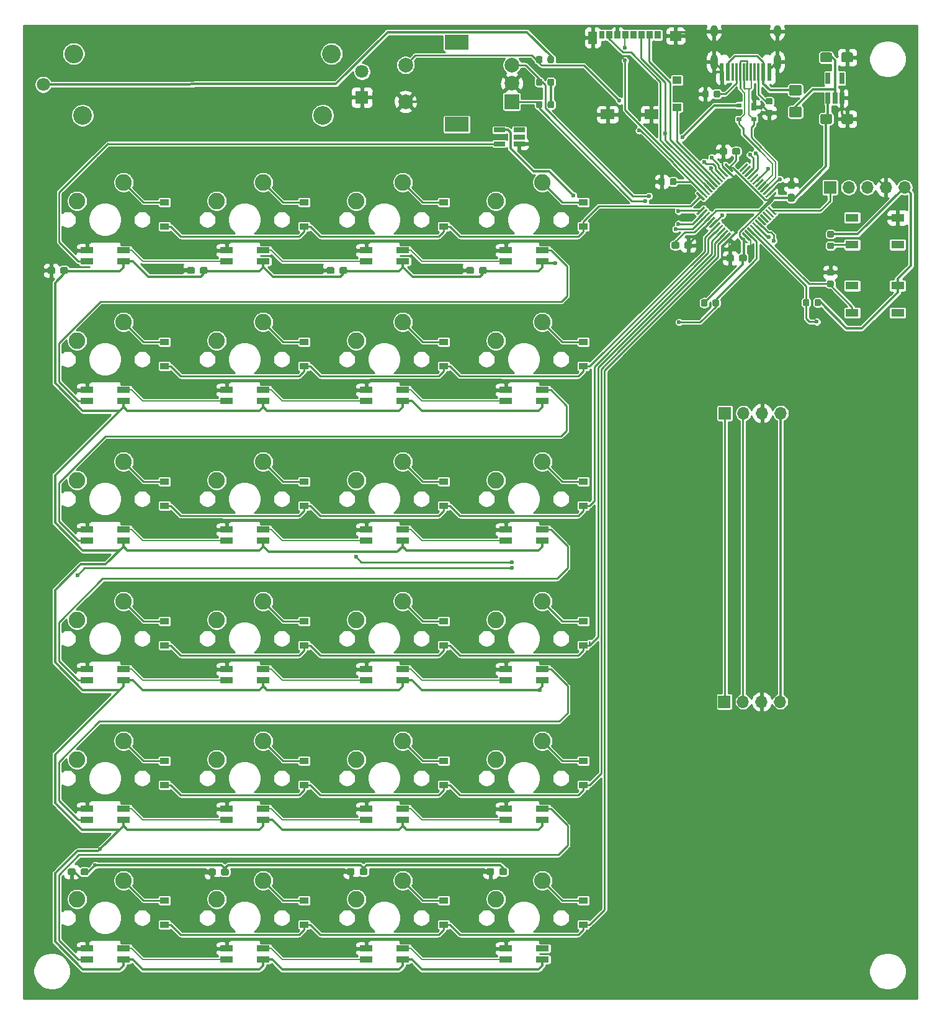
<source format=gbr>
G04 #@! TF.GenerationSoftware,KiCad,Pcbnew,(5.1.5)-3*
G04 #@! TF.CreationDate,2020-04-09T07:49:00+02:00*
G04 #@! TF.ProjectId,NumPad,4e756d50-6164-42e6-9b69-6361645f7063,rev?*
G04 #@! TF.SameCoordinates,Original*
G04 #@! TF.FileFunction,Copper,L2,Bot*
G04 #@! TF.FilePolarity,Positive*
%FSLAX46Y46*%
G04 Gerber Fmt 4.6, Leading zero omitted, Abs format (unit mm)*
G04 Created by KiCad (PCBNEW (5.1.5)-3) date 2020-04-09 07:49:00*
%MOMM*%
%LPD*%
G04 APERTURE LIST*
%ADD10R,1.700000X1.700000*%
%ADD11O,1.700000X1.700000*%
%ADD12R,1.900000X1.350000*%
%ADD13R,1.200000X1.000000*%
%ADD14R,1.550000X1.350000*%
%ADD15R,1.170000X1.800000*%
%ADD16R,0.850000X1.100000*%
%ADD17R,0.750000X1.100000*%
%ADD18C,0.100000*%
%ADD19R,0.700000X1.000000*%
%ADD20R,0.700000X0.600000*%
%ADD21R,1.800000X0.820000*%
%ADD22C,2.250000*%
%ADD23R,1.200000X0.900000*%
%ADD24R,0.650000X1.560000*%
%ADD25C,2.550000*%
%ADD26R,1.800000X1.800000*%
%ADD27C,1.800000*%
%ADD28R,1.800000X1.100000*%
%ADD29C,2.000000*%
%ADD30R,3.200000X2.000000*%
%ADD31R,2.000000X2.000000*%
%ADD32R,1.560000X0.650000*%
%ADD33O,1.000000X1.600000*%
%ADD34O,1.000000X2.100000*%
%ADD35R,0.300000X2.450000*%
%ADD36R,0.600000X2.450000*%
%ADD37C,0.600000*%
%ADD38C,0.200000*%
%ADD39C,0.380000*%
%ADD40C,0.250000*%
%ADD41C,0.254000*%
G04 APERTURE END LIST*
D10*
X130302000Y-72644000D03*
D11*
X132842000Y-72644000D03*
X135382000Y-72644000D03*
X137922000Y-72644000D03*
X140462000Y-72644000D03*
D12*
X99950000Y-62675000D03*
X105920000Y-62675000D03*
D13*
X109420000Y-58000000D03*
X109420000Y-61700000D03*
D14*
X109245000Y-51975000D03*
D15*
X97925000Y-52200000D03*
D16*
X100185000Y-51850000D03*
X101285000Y-51850000D03*
X102385000Y-51850000D03*
X103485000Y-51850000D03*
X104585000Y-51850000D03*
X105685000Y-51850000D03*
D17*
X99135000Y-51850000D03*
D16*
X106785000Y-51850000D03*
G04 #@! TA.AperFunction,SMDPad,CuDef*
D18*
G36*
X64200779Y-83496144D02*
G01*
X64223834Y-83499563D01*
X64246443Y-83505227D01*
X64268387Y-83513079D01*
X64289457Y-83523044D01*
X64309448Y-83535026D01*
X64328168Y-83548910D01*
X64345438Y-83564562D01*
X64361090Y-83581832D01*
X64374974Y-83600552D01*
X64386956Y-83620543D01*
X64396921Y-83641613D01*
X64404773Y-83663557D01*
X64410437Y-83686166D01*
X64413856Y-83709221D01*
X64415000Y-83732500D01*
X64415000Y-84207500D01*
X64413856Y-84230779D01*
X64410437Y-84253834D01*
X64404773Y-84276443D01*
X64396921Y-84298387D01*
X64386956Y-84319457D01*
X64374974Y-84339448D01*
X64361090Y-84358168D01*
X64345438Y-84375438D01*
X64328168Y-84391090D01*
X64309448Y-84404974D01*
X64289457Y-84416956D01*
X64268387Y-84426921D01*
X64246443Y-84434773D01*
X64223834Y-84440437D01*
X64200779Y-84443856D01*
X64177500Y-84445000D01*
X63602500Y-84445000D01*
X63579221Y-84443856D01*
X63556166Y-84440437D01*
X63533557Y-84434773D01*
X63511613Y-84426921D01*
X63490543Y-84416956D01*
X63470552Y-84404974D01*
X63451832Y-84391090D01*
X63434562Y-84375438D01*
X63418910Y-84358168D01*
X63405026Y-84339448D01*
X63393044Y-84319457D01*
X63383079Y-84298387D01*
X63375227Y-84276443D01*
X63369563Y-84253834D01*
X63366144Y-84230779D01*
X63365000Y-84207500D01*
X63365000Y-83732500D01*
X63366144Y-83709221D01*
X63369563Y-83686166D01*
X63375227Y-83663557D01*
X63383079Y-83641613D01*
X63393044Y-83620543D01*
X63405026Y-83600552D01*
X63418910Y-83581832D01*
X63434562Y-83564562D01*
X63451832Y-83548910D01*
X63470552Y-83535026D01*
X63490543Y-83523044D01*
X63511613Y-83513079D01*
X63533557Y-83505227D01*
X63556166Y-83499563D01*
X63579221Y-83496144D01*
X63602500Y-83495000D01*
X64177500Y-83495000D01*
X64200779Y-83496144D01*
G37*
G04 #@! TD.AperFunction*
G04 #@! TA.AperFunction,SMDPad,CuDef*
G36*
X62450779Y-83496144D02*
G01*
X62473834Y-83499563D01*
X62496443Y-83505227D01*
X62518387Y-83513079D01*
X62539457Y-83523044D01*
X62559448Y-83535026D01*
X62578168Y-83548910D01*
X62595438Y-83564562D01*
X62611090Y-83581832D01*
X62624974Y-83600552D01*
X62636956Y-83620543D01*
X62646921Y-83641613D01*
X62654773Y-83663557D01*
X62660437Y-83686166D01*
X62663856Y-83709221D01*
X62665000Y-83732500D01*
X62665000Y-84207500D01*
X62663856Y-84230779D01*
X62660437Y-84253834D01*
X62654773Y-84276443D01*
X62646921Y-84298387D01*
X62636956Y-84319457D01*
X62624974Y-84339448D01*
X62611090Y-84358168D01*
X62595438Y-84375438D01*
X62578168Y-84391090D01*
X62559448Y-84404974D01*
X62539457Y-84416956D01*
X62518387Y-84426921D01*
X62496443Y-84434773D01*
X62473834Y-84440437D01*
X62450779Y-84443856D01*
X62427500Y-84445000D01*
X61852500Y-84445000D01*
X61829221Y-84443856D01*
X61806166Y-84440437D01*
X61783557Y-84434773D01*
X61761613Y-84426921D01*
X61740543Y-84416956D01*
X61720552Y-84404974D01*
X61701832Y-84391090D01*
X61684562Y-84375438D01*
X61668910Y-84358168D01*
X61655026Y-84339448D01*
X61643044Y-84319457D01*
X61633079Y-84298387D01*
X61625227Y-84276443D01*
X61619563Y-84253834D01*
X61616144Y-84230779D01*
X61615000Y-84207500D01*
X61615000Y-83732500D01*
X61616144Y-83709221D01*
X61619563Y-83686166D01*
X61625227Y-83663557D01*
X61633079Y-83641613D01*
X61643044Y-83620543D01*
X61655026Y-83600552D01*
X61668910Y-83581832D01*
X61684562Y-83564562D01*
X61701832Y-83548910D01*
X61720552Y-83535026D01*
X61740543Y-83523044D01*
X61761613Y-83513079D01*
X61783557Y-83505227D01*
X61806166Y-83499563D01*
X61829221Y-83496144D01*
X61852500Y-83495000D01*
X62427500Y-83495000D01*
X62450779Y-83496144D01*
G37*
G04 #@! TD.AperFunction*
G04 #@! TA.AperFunction,SMDPad,CuDef*
G36*
X92440191Y-60876053D02*
G01*
X92461426Y-60879203D01*
X92482250Y-60884419D01*
X92502462Y-60891651D01*
X92521868Y-60900830D01*
X92540281Y-60911866D01*
X92557524Y-60924654D01*
X92573430Y-60939070D01*
X92587846Y-60954976D01*
X92600634Y-60972219D01*
X92611670Y-60990632D01*
X92620849Y-61010038D01*
X92628081Y-61030250D01*
X92633297Y-61051074D01*
X92636447Y-61072309D01*
X92637500Y-61093750D01*
X92637500Y-61606250D01*
X92636447Y-61627691D01*
X92633297Y-61648926D01*
X92628081Y-61669750D01*
X92620849Y-61689962D01*
X92611670Y-61709368D01*
X92600634Y-61727781D01*
X92587846Y-61745024D01*
X92573430Y-61760930D01*
X92557524Y-61775346D01*
X92540281Y-61788134D01*
X92521868Y-61799170D01*
X92502462Y-61808349D01*
X92482250Y-61815581D01*
X92461426Y-61820797D01*
X92440191Y-61823947D01*
X92418750Y-61825000D01*
X91981250Y-61825000D01*
X91959809Y-61823947D01*
X91938574Y-61820797D01*
X91917750Y-61815581D01*
X91897538Y-61808349D01*
X91878132Y-61799170D01*
X91859719Y-61788134D01*
X91842476Y-61775346D01*
X91826570Y-61760930D01*
X91812154Y-61745024D01*
X91799366Y-61727781D01*
X91788330Y-61709368D01*
X91779151Y-61689962D01*
X91771919Y-61669750D01*
X91766703Y-61648926D01*
X91763553Y-61627691D01*
X91762500Y-61606250D01*
X91762500Y-61093750D01*
X91763553Y-61072309D01*
X91766703Y-61051074D01*
X91771919Y-61030250D01*
X91779151Y-61010038D01*
X91788330Y-60990632D01*
X91799366Y-60972219D01*
X91812154Y-60954976D01*
X91826570Y-60939070D01*
X91842476Y-60924654D01*
X91859719Y-60911866D01*
X91878132Y-60900830D01*
X91897538Y-60891651D01*
X91917750Y-60884419D01*
X91938574Y-60879203D01*
X91959809Y-60876053D01*
X91981250Y-60875000D01*
X92418750Y-60875000D01*
X92440191Y-60876053D01*
G37*
G04 #@! TD.AperFunction*
G04 #@! TA.AperFunction,SMDPad,CuDef*
G36*
X90865191Y-60876053D02*
G01*
X90886426Y-60879203D01*
X90907250Y-60884419D01*
X90927462Y-60891651D01*
X90946868Y-60900830D01*
X90965281Y-60911866D01*
X90982524Y-60924654D01*
X90998430Y-60939070D01*
X91012846Y-60954976D01*
X91025634Y-60972219D01*
X91036670Y-60990632D01*
X91045849Y-61010038D01*
X91053081Y-61030250D01*
X91058297Y-61051074D01*
X91061447Y-61072309D01*
X91062500Y-61093750D01*
X91062500Y-61606250D01*
X91061447Y-61627691D01*
X91058297Y-61648926D01*
X91053081Y-61669750D01*
X91045849Y-61689962D01*
X91036670Y-61709368D01*
X91025634Y-61727781D01*
X91012846Y-61745024D01*
X90998430Y-61760930D01*
X90982524Y-61775346D01*
X90965281Y-61788134D01*
X90946868Y-61799170D01*
X90927462Y-61808349D01*
X90907250Y-61815581D01*
X90886426Y-61820797D01*
X90865191Y-61823947D01*
X90843750Y-61825000D01*
X90406250Y-61825000D01*
X90384809Y-61823947D01*
X90363574Y-61820797D01*
X90342750Y-61815581D01*
X90322538Y-61808349D01*
X90303132Y-61799170D01*
X90284719Y-61788134D01*
X90267476Y-61775346D01*
X90251570Y-61760930D01*
X90237154Y-61745024D01*
X90224366Y-61727781D01*
X90213330Y-61709368D01*
X90204151Y-61689962D01*
X90196919Y-61669750D01*
X90191703Y-61648926D01*
X90188553Y-61627691D01*
X90187500Y-61606250D01*
X90187500Y-61093750D01*
X90188553Y-61072309D01*
X90191703Y-61051074D01*
X90196919Y-61030250D01*
X90204151Y-61010038D01*
X90213330Y-60990632D01*
X90224366Y-60972219D01*
X90237154Y-60954976D01*
X90251570Y-60939070D01*
X90267476Y-60924654D01*
X90284719Y-60911866D01*
X90303132Y-60900830D01*
X90322538Y-60891651D01*
X90342750Y-60884419D01*
X90363574Y-60879203D01*
X90384809Y-60876053D01*
X90406250Y-60875000D01*
X90843750Y-60875000D01*
X90865191Y-60876053D01*
G37*
G04 #@! TD.AperFunction*
D19*
X119925000Y-61650000D03*
D20*
X117925000Y-61450000D03*
X119925000Y-63350000D03*
X117925000Y-63350000D03*
D21*
X86050000Y-177975000D03*
X86050000Y-176475000D03*
X91050000Y-176475000D03*
X91050000Y-177975000D03*
X86050000Y-158925000D03*
X86050000Y-157425000D03*
X91050000Y-157425000D03*
X91050000Y-158925000D03*
X86050000Y-139875000D03*
X86050000Y-138375000D03*
X91050000Y-138375000D03*
X91050000Y-139875000D03*
X86050000Y-120825000D03*
X86050000Y-119325000D03*
X91050000Y-119325000D03*
X91050000Y-120825000D03*
X86050000Y-101775000D03*
X86050000Y-100275000D03*
X91050000Y-100275000D03*
X91050000Y-101775000D03*
X86050000Y-82725000D03*
X86050000Y-81225000D03*
X91050000Y-81225000D03*
X91050000Y-82725000D03*
X67000000Y-177975000D03*
X67000000Y-176475000D03*
X72000000Y-176475000D03*
X72000000Y-177975000D03*
X67000000Y-158925000D03*
X67000000Y-157425000D03*
X72000000Y-157425000D03*
X72000000Y-158925000D03*
X67000000Y-139875000D03*
X67000000Y-138375000D03*
X72000000Y-138375000D03*
X72000000Y-139875000D03*
X67000000Y-120825000D03*
X67000000Y-119325000D03*
X72000000Y-119325000D03*
X72000000Y-120825000D03*
X67000000Y-101775000D03*
X67000000Y-100275000D03*
X72000000Y-100275000D03*
X72000000Y-101775000D03*
X67000000Y-82725000D03*
X67000000Y-81225000D03*
X72000000Y-81225000D03*
X72000000Y-82725000D03*
X47950000Y-177975000D03*
X47950000Y-176475000D03*
X52950000Y-176475000D03*
X52950000Y-177975000D03*
X47950000Y-158925000D03*
X47950000Y-157425000D03*
X52950000Y-157425000D03*
X52950000Y-158925000D03*
X47950000Y-139875000D03*
X47950000Y-138375000D03*
X52950000Y-138375000D03*
X52950000Y-139875000D03*
X47950000Y-120825000D03*
X47950000Y-119325000D03*
X52950000Y-119325000D03*
X52950000Y-120825000D03*
X47950000Y-101775000D03*
X47950000Y-100275000D03*
X52950000Y-100275000D03*
X52950000Y-101775000D03*
X47950000Y-82725000D03*
X47950000Y-81225000D03*
X52950000Y-81225000D03*
X52950000Y-82725000D03*
X28900000Y-177975000D03*
X28900000Y-176475000D03*
X33900000Y-176475000D03*
X33900000Y-177975000D03*
X28900000Y-158925000D03*
X28900000Y-157425000D03*
X33900000Y-157425000D03*
X33900000Y-158925000D03*
X28900000Y-139875000D03*
X28900000Y-138375000D03*
X33900000Y-138375000D03*
X33900000Y-139875000D03*
X28900000Y-120825000D03*
X28900000Y-119325000D03*
X33900000Y-119325000D03*
X33900000Y-120825000D03*
X28900000Y-101775000D03*
X28900000Y-100275000D03*
X33900000Y-100275000D03*
X33900000Y-101775000D03*
X28900000Y-82725000D03*
X28900000Y-81225000D03*
X33900000Y-81225000D03*
X33900000Y-82725000D03*
D11*
X123580000Y-103440000D03*
X121040000Y-103440000D03*
X118500000Y-103440000D03*
D10*
X115960000Y-103440000D03*
D22*
X91050001Y-167200001D03*
X84700001Y-169740001D03*
X91050001Y-148150001D03*
X84700001Y-150690001D03*
X91050001Y-129100001D03*
X84700001Y-131640001D03*
X91050001Y-110050001D03*
X84700001Y-112590001D03*
X91050001Y-91000001D03*
X84700001Y-93540001D03*
X91050001Y-71950001D03*
X84700001Y-74490001D03*
X72000001Y-167200001D03*
X65650001Y-169740001D03*
X72000001Y-148150001D03*
X65650001Y-150690001D03*
X72000001Y-129100001D03*
X65650001Y-131640001D03*
X72000001Y-110050001D03*
X65650001Y-112590001D03*
X72000001Y-91000001D03*
X65650001Y-93540001D03*
X72000001Y-71950001D03*
X65650001Y-74490001D03*
X52950001Y-167200001D03*
X46600001Y-169740001D03*
X52950001Y-148150001D03*
X46600001Y-150690001D03*
X52950001Y-129100001D03*
X46600001Y-131640001D03*
X52950001Y-110050001D03*
X46600001Y-112590001D03*
X52950001Y-91000001D03*
X46600001Y-93540001D03*
X52950001Y-71950001D03*
X46600001Y-74490001D03*
X33900001Y-167200001D03*
X27550001Y-169740001D03*
X33900001Y-148150001D03*
X27550001Y-150690001D03*
X33900001Y-129100001D03*
X27550001Y-131640001D03*
X33900001Y-110050001D03*
X27550001Y-112590001D03*
X33900001Y-91000001D03*
X27550001Y-93540001D03*
X33900001Y-71950001D03*
X27550001Y-74490001D03*
D23*
X96640000Y-173220000D03*
X96640000Y-169920000D03*
X77590000Y-173220000D03*
X77590000Y-169920000D03*
X58540000Y-173220000D03*
X58540000Y-169920000D03*
X39490000Y-173220000D03*
X39490000Y-169920000D03*
X96640000Y-154170000D03*
X96640000Y-150870000D03*
X77590000Y-154170000D03*
X77590000Y-150870000D03*
X58540000Y-154170000D03*
X58540000Y-150870000D03*
X39490000Y-154170000D03*
X39490000Y-150870000D03*
X96640000Y-135120000D03*
X96640000Y-131820000D03*
X77590000Y-135120000D03*
X77590000Y-131820000D03*
X58540000Y-135120000D03*
X58540000Y-131820000D03*
X39490000Y-135120000D03*
X39490000Y-131820000D03*
X96640000Y-116070000D03*
X96640000Y-112770000D03*
X77590000Y-116070000D03*
X77590000Y-112770000D03*
X58540000Y-116070000D03*
X58540000Y-112770000D03*
X39490000Y-116070000D03*
X39490000Y-112770000D03*
X96640000Y-97020000D03*
X96640000Y-93720000D03*
X77590000Y-97020000D03*
X77590000Y-93720000D03*
X58540000Y-97020000D03*
X58540000Y-93720000D03*
X39490000Y-97020000D03*
X39490000Y-93720000D03*
X96640000Y-77970000D03*
X96640000Y-74670000D03*
X77590000Y-77970000D03*
X77590000Y-74670000D03*
X58540000Y-77970000D03*
X58540000Y-74670000D03*
D24*
X131925000Y-57750000D03*
X130025000Y-57750000D03*
X130025000Y-60450000D03*
X130975000Y-60450000D03*
X131925000Y-60450000D03*
G04 #@! TA.AperFunction,SMDPad,CuDef*
D18*
G36*
X130337005Y-54226204D02*
G01*
X130361273Y-54229804D01*
X130385072Y-54235765D01*
X130408171Y-54244030D01*
X130430350Y-54254520D01*
X130451393Y-54267132D01*
X130471099Y-54281747D01*
X130489277Y-54298223D01*
X130505753Y-54316401D01*
X130520368Y-54336107D01*
X130532980Y-54357150D01*
X130543470Y-54379329D01*
X130551735Y-54402428D01*
X130557696Y-54426227D01*
X130561296Y-54450495D01*
X130562500Y-54474999D01*
X130562500Y-55325001D01*
X130561296Y-55349505D01*
X130557696Y-55373773D01*
X130551735Y-55397572D01*
X130543470Y-55420671D01*
X130532980Y-55442850D01*
X130520368Y-55463893D01*
X130505753Y-55483599D01*
X130489277Y-55501777D01*
X130471099Y-55518253D01*
X130451393Y-55532868D01*
X130430350Y-55545480D01*
X130408171Y-55555970D01*
X130385072Y-55564235D01*
X130361273Y-55570196D01*
X130337005Y-55573796D01*
X130312501Y-55575000D01*
X129237499Y-55575000D01*
X129212995Y-55573796D01*
X129188727Y-55570196D01*
X129164928Y-55564235D01*
X129141829Y-55555970D01*
X129119650Y-55545480D01*
X129098607Y-55532868D01*
X129078901Y-55518253D01*
X129060723Y-55501777D01*
X129044247Y-55483599D01*
X129029632Y-55463893D01*
X129017020Y-55442850D01*
X129006530Y-55420671D01*
X128998265Y-55397572D01*
X128992304Y-55373773D01*
X128988704Y-55349505D01*
X128987500Y-55325001D01*
X128987500Y-54474999D01*
X128988704Y-54450495D01*
X128992304Y-54426227D01*
X128998265Y-54402428D01*
X129006530Y-54379329D01*
X129017020Y-54357150D01*
X129029632Y-54336107D01*
X129044247Y-54316401D01*
X129060723Y-54298223D01*
X129078901Y-54281747D01*
X129098607Y-54267132D01*
X129119650Y-54254520D01*
X129141829Y-54244030D01*
X129164928Y-54235765D01*
X129188727Y-54229804D01*
X129212995Y-54226204D01*
X129237499Y-54225000D01*
X130312501Y-54225000D01*
X130337005Y-54226204D01*
G37*
G04 #@! TD.AperFunction*
G04 #@! TA.AperFunction,SMDPad,CuDef*
G36*
X133212005Y-54226204D02*
G01*
X133236273Y-54229804D01*
X133260072Y-54235765D01*
X133283171Y-54244030D01*
X133305350Y-54254520D01*
X133326393Y-54267132D01*
X133346099Y-54281747D01*
X133364277Y-54298223D01*
X133380753Y-54316401D01*
X133395368Y-54336107D01*
X133407980Y-54357150D01*
X133418470Y-54379329D01*
X133426735Y-54402428D01*
X133432696Y-54426227D01*
X133436296Y-54450495D01*
X133437500Y-54474999D01*
X133437500Y-55325001D01*
X133436296Y-55349505D01*
X133432696Y-55373773D01*
X133426735Y-55397572D01*
X133418470Y-55420671D01*
X133407980Y-55442850D01*
X133395368Y-55463893D01*
X133380753Y-55483599D01*
X133364277Y-55501777D01*
X133346099Y-55518253D01*
X133326393Y-55532868D01*
X133305350Y-55545480D01*
X133283171Y-55555970D01*
X133260072Y-55564235D01*
X133236273Y-55570196D01*
X133212005Y-55573796D01*
X133187501Y-55575000D01*
X132112499Y-55575000D01*
X132087995Y-55573796D01*
X132063727Y-55570196D01*
X132039928Y-55564235D01*
X132016829Y-55555970D01*
X131994650Y-55545480D01*
X131973607Y-55532868D01*
X131953901Y-55518253D01*
X131935723Y-55501777D01*
X131919247Y-55483599D01*
X131904632Y-55463893D01*
X131892020Y-55442850D01*
X131881530Y-55420671D01*
X131873265Y-55397572D01*
X131867304Y-55373773D01*
X131863704Y-55349505D01*
X131862500Y-55325001D01*
X131862500Y-54474999D01*
X131863704Y-54450495D01*
X131867304Y-54426227D01*
X131873265Y-54402428D01*
X131881530Y-54379329D01*
X131892020Y-54357150D01*
X131904632Y-54336107D01*
X131919247Y-54316401D01*
X131935723Y-54298223D01*
X131953901Y-54281747D01*
X131973607Y-54267132D01*
X131994650Y-54254520D01*
X132016829Y-54244030D01*
X132039928Y-54235765D01*
X132063727Y-54229804D01*
X132087995Y-54226204D01*
X132112499Y-54225000D01*
X133187501Y-54225000D01*
X133212005Y-54226204D01*
G37*
G04 #@! TD.AperFunction*
G04 #@! TA.AperFunction,SMDPad,CuDef*
G36*
X133212005Y-62626204D02*
G01*
X133236273Y-62629804D01*
X133260072Y-62635765D01*
X133283171Y-62644030D01*
X133305350Y-62654520D01*
X133326393Y-62667132D01*
X133346099Y-62681747D01*
X133364277Y-62698223D01*
X133380753Y-62716401D01*
X133395368Y-62736107D01*
X133407980Y-62757150D01*
X133418470Y-62779329D01*
X133426735Y-62802428D01*
X133432696Y-62826227D01*
X133436296Y-62850495D01*
X133437500Y-62874999D01*
X133437500Y-63725001D01*
X133436296Y-63749505D01*
X133432696Y-63773773D01*
X133426735Y-63797572D01*
X133418470Y-63820671D01*
X133407980Y-63842850D01*
X133395368Y-63863893D01*
X133380753Y-63883599D01*
X133364277Y-63901777D01*
X133346099Y-63918253D01*
X133326393Y-63932868D01*
X133305350Y-63945480D01*
X133283171Y-63955970D01*
X133260072Y-63964235D01*
X133236273Y-63970196D01*
X133212005Y-63973796D01*
X133187501Y-63975000D01*
X132112499Y-63975000D01*
X132087995Y-63973796D01*
X132063727Y-63970196D01*
X132039928Y-63964235D01*
X132016829Y-63955970D01*
X131994650Y-63945480D01*
X131973607Y-63932868D01*
X131953901Y-63918253D01*
X131935723Y-63901777D01*
X131919247Y-63883599D01*
X131904632Y-63863893D01*
X131892020Y-63842850D01*
X131881530Y-63820671D01*
X131873265Y-63797572D01*
X131867304Y-63773773D01*
X131863704Y-63749505D01*
X131862500Y-63725001D01*
X131862500Y-62874999D01*
X131863704Y-62850495D01*
X131867304Y-62826227D01*
X131873265Y-62802428D01*
X131881530Y-62779329D01*
X131892020Y-62757150D01*
X131904632Y-62736107D01*
X131919247Y-62716401D01*
X131935723Y-62698223D01*
X131953901Y-62681747D01*
X131973607Y-62667132D01*
X131994650Y-62654520D01*
X132016829Y-62644030D01*
X132039928Y-62635765D01*
X132063727Y-62629804D01*
X132087995Y-62626204D01*
X132112499Y-62625000D01*
X133187501Y-62625000D01*
X133212005Y-62626204D01*
G37*
G04 #@! TD.AperFunction*
G04 #@! TA.AperFunction,SMDPad,CuDef*
G36*
X130337005Y-62626204D02*
G01*
X130361273Y-62629804D01*
X130385072Y-62635765D01*
X130408171Y-62644030D01*
X130430350Y-62654520D01*
X130451393Y-62667132D01*
X130471099Y-62681747D01*
X130489277Y-62698223D01*
X130505753Y-62716401D01*
X130520368Y-62736107D01*
X130532980Y-62757150D01*
X130543470Y-62779329D01*
X130551735Y-62802428D01*
X130557696Y-62826227D01*
X130561296Y-62850495D01*
X130562500Y-62874999D01*
X130562500Y-63725001D01*
X130561296Y-63749505D01*
X130557696Y-63773773D01*
X130551735Y-63797572D01*
X130543470Y-63820671D01*
X130532980Y-63842850D01*
X130520368Y-63863893D01*
X130505753Y-63883599D01*
X130489277Y-63901777D01*
X130471099Y-63918253D01*
X130451393Y-63932868D01*
X130430350Y-63945480D01*
X130408171Y-63955970D01*
X130385072Y-63964235D01*
X130361273Y-63970196D01*
X130337005Y-63973796D01*
X130312501Y-63975000D01*
X129237499Y-63975000D01*
X129212995Y-63973796D01*
X129188727Y-63970196D01*
X129164928Y-63964235D01*
X129141829Y-63955970D01*
X129119650Y-63945480D01*
X129098607Y-63932868D01*
X129078901Y-63918253D01*
X129060723Y-63901777D01*
X129044247Y-63883599D01*
X129029632Y-63863893D01*
X129017020Y-63842850D01*
X129006530Y-63820671D01*
X128998265Y-63797572D01*
X128992304Y-63773773D01*
X128988704Y-63749505D01*
X128987500Y-63725001D01*
X128987500Y-62874999D01*
X128988704Y-62850495D01*
X128992304Y-62826227D01*
X128998265Y-62802428D01*
X129006530Y-62779329D01*
X129017020Y-62757150D01*
X129029632Y-62736107D01*
X129044247Y-62716401D01*
X129060723Y-62698223D01*
X129078901Y-62681747D01*
X129098607Y-62667132D01*
X129119650Y-62654520D01*
X129141829Y-62644030D01*
X129164928Y-62635765D01*
X129188727Y-62629804D01*
X129212995Y-62626204D01*
X129237499Y-62625000D01*
X130312501Y-62625000D01*
X130337005Y-62626204D01*
G37*
G04 #@! TD.AperFunction*
G04 #@! TA.AperFunction,SMDPad,CuDef*
G36*
X116985779Y-81801144D02*
G01*
X117008834Y-81804563D01*
X117031443Y-81810227D01*
X117053387Y-81818079D01*
X117074457Y-81828044D01*
X117094448Y-81840026D01*
X117113168Y-81853910D01*
X117130438Y-81869562D01*
X117146090Y-81886832D01*
X117159974Y-81905552D01*
X117171956Y-81925543D01*
X117181921Y-81946613D01*
X117189773Y-81968557D01*
X117195437Y-81991166D01*
X117198856Y-82014221D01*
X117200000Y-82037500D01*
X117200000Y-82512500D01*
X117198856Y-82535779D01*
X117195437Y-82558834D01*
X117189773Y-82581443D01*
X117181921Y-82603387D01*
X117171956Y-82624457D01*
X117159974Y-82644448D01*
X117146090Y-82663168D01*
X117130438Y-82680438D01*
X117113168Y-82696090D01*
X117094448Y-82709974D01*
X117074457Y-82721956D01*
X117053387Y-82731921D01*
X117031443Y-82739773D01*
X117008834Y-82745437D01*
X116985779Y-82748856D01*
X116962500Y-82750000D01*
X116387500Y-82750000D01*
X116364221Y-82748856D01*
X116341166Y-82745437D01*
X116318557Y-82739773D01*
X116296613Y-82731921D01*
X116275543Y-82721956D01*
X116255552Y-82709974D01*
X116236832Y-82696090D01*
X116219562Y-82680438D01*
X116203910Y-82663168D01*
X116190026Y-82644448D01*
X116178044Y-82624457D01*
X116168079Y-82603387D01*
X116160227Y-82581443D01*
X116154563Y-82558834D01*
X116151144Y-82535779D01*
X116150000Y-82512500D01*
X116150000Y-82037500D01*
X116151144Y-82014221D01*
X116154563Y-81991166D01*
X116160227Y-81968557D01*
X116168079Y-81946613D01*
X116178044Y-81925543D01*
X116190026Y-81905552D01*
X116203910Y-81886832D01*
X116219562Y-81869562D01*
X116236832Y-81853910D01*
X116255552Y-81840026D01*
X116275543Y-81828044D01*
X116296613Y-81818079D01*
X116318557Y-81810227D01*
X116341166Y-81804563D01*
X116364221Y-81801144D01*
X116387500Y-81800000D01*
X116962500Y-81800000D01*
X116985779Y-81801144D01*
G37*
G04 #@! TD.AperFunction*
G04 #@! TA.AperFunction,SMDPad,CuDef*
G36*
X118735779Y-81801144D02*
G01*
X118758834Y-81804563D01*
X118781443Y-81810227D01*
X118803387Y-81818079D01*
X118824457Y-81828044D01*
X118844448Y-81840026D01*
X118863168Y-81853910D01*
X118880438Y-81869562D01*
X118896090Y-81886832D01*
X118909974Y-81905552D01*
X118921956Y-81925543D01*
X118931921Y-81946613D01*
X118939773Y-81968557D01*
X118945437Y-81991166D01*
X118948856Y-82014221D01*
X118950000Y-82037500D01*
X118950000Y-82512500D01*
X118948856Y-82535779D01*
X118945437Y-82558834D01*
X118939773Y-82581443D01*
X118931921Y-82603387D01*
X118921956Y-82624457D01*
X118909974Y-82644448D01*
X118896090Y-82663168D01*
X118880438Y-82680438D01*
X118863168Y-82696090D01*
X118844448Y-82709974D01*
X118824457Y-82721956D01*
X118803387Y-82731921D01*
X118781443Y-82739773D01*
X118758834Y-82745437D01*
X118735779Y-82748856D01*
X118712500Y-82750000D01*
X118137500Y-82750000D01*
X118114221Y-82748856D01*
X118091166Y-82745437D01*
X118068557Y-82739773D01*
X118046613Y-82731921D01*
X118025543Y-82721956D01*
X118005552Y-82709974D01*
X117986832Y-82696090D01*
X117969562Y-82680438D01*
X117953910Y-82663168D01*
X117940026Y-82644448D01*
X117928044Y-82624457D01*
X117918079Y-82603387D01*
X117910227Y-82581443D01*
X117904563Y-82558834D01*
X117901144Y-82535779D01*
X117900000Y-82512500D01*
X117900000Y-82037500D01*
X117901144Y-82014221D01*
X117904563Y-81991166D01*
X117910227Y-81968557D01*
X117918079Y-81946613D01*
X117928044Y-81925543D01*
X117940026Y-81905552D01*
X117953910Y-81886832D01*
X117969562Y-81869562D01*
X117986832Y-81853910D01*
X118005552Y-81840026D01*
X118025543Y-81828044D01*
X118046613Y-81818079D01*
X118068557Y-81810227D01*
X118091166Y-81804563D01*
X118114221Y-81801144D01*
X118137500Y-81800000D01*
X118712500Y-81800000D01*
X118735779Y-81801144D01*
G37*
G04 #@! TD.AperFunction*
G04 #@! TA.AperFunction,SMDPad,CuDef*
G36*
X125285779Y-73526144D02*
G01*
X125308834Y-73529563D01*
X125331443Y-73535227D01*
X125353387Y-73543079D01*
X125374457Y-73553044D01*
X125394448Y-73565026D01*
X125413168Y-73578910D01*
X125430438Y-73594562D01*
X125446090Y-73611832D01*
X125459974Y-73630552D01*
X125471956Y-73650543D01*
X125481921Y-73671613D01*
X125489773Y-73693557D01*
X125495437Y-73716166D01*
X125498856Y-73739221D01*
X125500000Y-73762500D01*
X125500000Y-74337500D01*
X125498856Y-74360779D01*
X125495437Y-74383834D01*
X125489773Y-74406443D01*
X125481921Y-74428387D01*
X125471956Y-74449457D01*
X125459974Y-74469448D01*
X125446090Y-74488168D01*
X125430438Y-74505438D01*
X125413168Y-74521090D01*
X125394448Y-74534974D01*
X125374457Y-74546956D01*
X125353387Y-74556921D01*
X125331443Y-74564773D01*
X125308834Y-74570437D01*
X125285779Y-74573856D01*
X125262500Y-74575000D01*
X124787500Y-74575000D01*
X124764221Y-74573856D01*
X124741166Y-74570437D01*
X124718557Y-74564773D01*
X124696613Y-74556921D01*
X124675543Y-74546956D01*
X124655552Y-74534974D01*
X124636832Y-74521090D01*
X124619562Y-74505438D01*
X124603910Y-74488168D01*
X124590026Y-74469448D01*
X124578044Y-74449457D01*
X124568079Y-74428387D01*
X124560227Y-74406443D01*
X124554563Y-74383834D01*
X124551144Y-74360779D01*
X124550000Y-74337500D01*
X124550000Y-73762500D01*
X124551144Y-73739221D01*
X124554563Y-73716166D01*
X124560227Y-73693557D01*
X124568079Y-73671613D01*
X124578044Y-73650543D01*
X124590026Y-73630552D01*
X124603910Y-73611832D01*
X124619562Y-73594562D01*
X124636832Y-73578910D01*
X124655552Y-73565026D01*
X124675543Y-73553044D01*
X124696613Y-73543079D01*
X124718557Y-73535227D01*
X124741166Y-73529563D01*
X124764221Y-73526144D01*
X124787500Y-73525000D01*
X125262500Y-73525000D01*
X125285779Y-73526144D01*
G37*
G04 #@! TD.AperFunction*
G04 #@! TA.AperFunction,SMDPad,CuDef*
G36*
X125285779Y-71776144D02*
G01*
X125308834Y-71779563D01*
X125331443Y-71785227D01*
X125353387Y-71793079D01*
X125374457Y-71803044D01*
X125394448Y-71815026D01*
X125413168Y-71828910D01*
X125430438Y-71844562D01*
X125446090Y-71861832D01*
X125459974Y-71880552D01*
X125471956Y-71900543D01*
X125481921Y-71921613D01*
X125489773Y-71943557D01*
X125495437Y-71966166D01*
X125498856Y-71989221D01*
X125500000Y-72012500D01*
X125500000Y-72587500D01*
X125498856Y-72610779D01*
X125495437Y-72633834D01*
X125489773Y-72656443D01*
X125481921Y-72678387D01*
X125471956Y-72699457D01*
X125459974Y-72719448D01*
X125446090Y-72738168D01*
X125430438Y-72755438D01*
X125413168Y-72771090D01*
X125394448Y-72784974D01*
X125374457Y-72796956D01*
X125353387Y-72806921D01*
X125331443Y-72814773D01*
X125308834Y-72820437D01*
X125285779Y-72823856D01*
X125262500Y-72825000D01*
X124787500Y-72825000D01*
X124764221Y-72823856D01*
X124741166Y-72820437D01*
X124718557Y-72814773D01*
X124696613Y-72806921D01*
X124675543Y-72796956D01*
X124655552Y-72784974D01*
X124636832Y-72771090D01*
X124619562Y-72755438D01*
X124603910Y-72738168D01*
X124590026Y-72719448D01*
X124578044Y-72699457D01*
X124568079Y-72678387D01*
X124560227Y-72656443D01*
X124554563Y-72633834D01*
X124551144Y-72610779D01*
X124550000Y-72587500D01*
X124550000Y-72012500D01*
X124551144Y-71989221D01*
X124554563Y-71966166D01*
X124560227Y-71943557D01*
X124568079Y-71921613D01*
X124578044Y-71900543D01*
X124590026Y-71880552D01*
X124603910Y-71861832D01*
X124619562Y-71844562D01*
X124636832Y-71828910D01*
X124655552Y-71815026D01*
X124675543Y-71803044D01*
X124696613Y-71793079D01*
X124718557Y-71785227D01*
X124741166Y-71779563D01*
X124764221Y-71776144D01*
X124787500Y-71775000D01*
X125262500Y-71775000D01*
X125285779Y-71776144D01*
G37*
G04 #@! TD.AperFunction*
G04 #@! TA.AperFunction,SMDPad,CuDef*
G36*
X111260779Y-80051144D02*
G01*
X111283834Y-80054563D01*
X111306443Y-80060227D01*
X111328387Y-80068079D01*
X111349457Y-80078044D01*
X111369448Y-80090026D01*
X111388168Y-80103910D01*
X111405438Y-80119562D01*
X111421090Y-80136832D01*
X111434974Y-80155552D01*
X111446956Y-80175543D01*
X111456921Y-80196613D01*
X111464773Y-80218557D01*
X111470437Y-80241166D01*
X111473856Y-80264221D01*
X111475000Y-80287500D01*
X111475000Y-80762500D01*
X111473856Y-80785779D01*
X111470437Y-80808834D01*
X111464773Y-80831443D01*
X111456921Y-80853387D01*
X111446956Y-80874457D01*
X111434974Y-80894448D01*
X111421090Y-80913168D01*
X111405438Y-80930438D01*
X111388168Y-80946090D01*
X111369448Y-80959974D01*
X111349457Y-80971956D01*
X111328387Y-80981921D01*
X111306443Y-80989773D01*
X111283834Y-80995437D01*
X111260779Y-80998856D01*
X111237500Y-81000000D01*
X110662500Y-81000000D01*
X110639221Y-80998856D01*
X110616166Y-80995437D01*
X110593557Y-80989773D01*
X110571613Y-80981921D01*
X110550543Y-80971956D01*
X110530552Y-80959974D01*
X110511832Y-80946090D01*
X110494562Y-80930438D01*
X110478910Y-80913168D01*
X110465026Y-80894448D01*
X110453044Y-80874457D01*
X110443079Y-80853387D01*
X110435227Y-80831443D01*
X110429563Y-80808834D01*
X110426144Y-80785779D01*
X110425000Y-80762500D01*
X110425000Y-80287500D01*
X110426144Y-80264221D01*
X110429563Y-80241166D01*
X110435227Y-80218557D01*
X110443079Y-80196613D01*
X110453044Y-80175543D01*
X110465026Y-80155552D01*
X110478910Y-80136832D01*
X110494562Y-80119562D01*
X110511832Y-80103910D01*
X110530552Y-80090026D01*
X110550543Y-80078044D01*
X110571613Y-80068079D01*
X110593557Y-80060227D01*
X110616166Y-80054563D01*
X110639221Y-80051144D01*
X110662500Y-80050000D01*
X111237500Y-80050000D01*
X111260779Y-80051144D01*
G37*
G04 #@! TD.AperFunction*
G04 #@! TA.AperFunction,SMDPad,CuDef*
G36*
X109510779Y-80051144D02*
G01*
X109533834Y-80054563D01*
X109556443Y-80060227D01*
X109578387Y-80068079D01*
X109599457Y-80078044D01*
X109619448Y-80090026D01*
X109638168Y-80103910D01*
X109655438Y-80119562D01*
X109671090Y-80136832D01*
X109684974Y-80155552D01*
X109696956Y-80175543D01*
X109706921Y-80196613D01*
X109714773Y-80218557D01*
X109720437Y-80241166D01*
X109723856Y-80264221D01*
X109725000Y-80287500D01*
X109725000Y-80762500D01*
X109723856Y-80785779D01*
X109720437Y-80808834D01*
X109714773Y-80831443D01*
X109706921Y-80853387D01*
X109696956Y-80874457D01*
X109684974Y-80894448D01*
X109671090Y-80913168D01*
X109655438Y-80930438D01*
X109638168Y-80946090D01*
X109619448Y-80959974D01*
X109599457Y-80971956D01*
X109578387Y-80981921D01*
X109556443Y-80989773D01*
X109533834Y-80995437D01*
X109510779Y-80998856D01*
X109487500Y-81000000D01*
X108912500Y-81000000D01*
X108889221Y-80998856D01*
X108866166Y-80995437D01*
X108843557Y-80989773D01*
X108821613Y-80981921D01*
X108800543Y-80971956D01*
X108780552Y-80959974D01*
X108761832Y-80946090D01*
X108744562Y-80930438D01*
X108728910Y-80913168D01*
X108715026Y-80894448D01*
X108703044Y-80874457D01*
X108693079Y-80853387D01*
X108685227Y-80831443D01*
X108679563Y-80808834D01*
X108676144Y-80785779D01*
X108675000Y-80762500D01*
X108675000Y-80287500D01*
X108676144Y-80264221D01*
X108679563Y-80241166D01*
X108685227Y-80218557D01*
X108693079Y-80196613D01*
X108703044Y-80175543D01*
X108715026Y-80155552D01*
X108728910Y-80136832D01*
X108744562Y-80119562D01*
X108761832Y-80103910D01*
X108780552Y-80090026D01*
X108800543Y-80078044D01*
X108821613Y-80068079D01*
X108843557Y-80060227D01*
X108866166Y-80054563D01*
X108889221Y-80051144D01*
X108912500Y-80050000D01*
X109487500Y-80050000D01*
X109510779Y-80051144D01*
G37*
G04 #@! TD.AperFunction*
G04 #@! TA.AperFunction,SMDPad,CuDef*
G36*
X117810779Y-67251144D02*
G01*
X117833834Y-67254563D01*
X117856443Y-67260227D01*
X117878387Y-67268079D01*
X117899457Y-67278044D01*
X117919448Y-67290026D01*
X117938168Y-67303910D01*
X117955438Y-67319562D01*
X117971090Y-67336832D01*
X117984974Y-67355552D01*
X117996956Y-67375543D01*
X118006921Y-67396613D01*
X118014773Y-67418557D01*
X118020437Y-67441166D01*
X118023856Y-67464221D01*
X118025000Y-67487500D01*
X118025000Y-67962500D01*
X118023856Y-67985779D01*
X118020437Y-68008834D01*
X118014773Y-68031443D01*
X118006921Y-68053387D01*
X117996956Y-68074457D01*
X117984974Y-68094448D01*
X117971090Y-68113168D01*
X117955438Y-68130438D01*
X117938168Y-68146090D01*
X117919448Y-68159974D01*
X117899457Y-68171956D01*
X117878387Y-68181921D01*
X117856443Y-68189773D01*
X117833834Y-68195437D01*
X117810779Y-68198856D01*
X117787500Y-68200000D01*
X117212500Y-68200000D01*
X117189221Y-68198856D01*
X117166166Y-68195437D01*
X117143557Y-68189773D01*
X117121613Y-68181921D01*
X117100543Y-68171956D01*
X117080552Y-68159974D01*
X117061832Y-68146090D01*
X117044562Y-68130438D01*
X117028910Y-68113168D01*
X117015026Y-68094448D01*
X117003044Y-68074457D01*
X116993079Y-68053387D01*
X116985227Y-68031443D01*
X116979563Y-68008834D01*
X116976144Y-67985779D01*
X116975000Y-67962500D01*
X116975000Y-67487500D01*
X116976144Y-67464221D01*
X116979563Y-67441166D01*
X116985227Y-67418557D01*
X116993079Y-67396613D01*
X117003044Y-67375543D01*
X117015026Y-67355552D01*
X117028910Y-67336832D01*
X117044562Y-67319562D01*
X117061832Y-67303910D01*
X117080552Y-67290026D01*
X117100543Y-67278044D01*
X117121613Y-67268079D01*
X117143557Y-67260227D01*
X117166166Y-67254563D01*
X117189221Y-67251144D01*
X117212500Y-67250000D01*
X117787500Y-67250000D01*
X117810779Y-67251144D01*
G37*
G04 #@! TD.AperFunction*
G04 #@! TA.AperFunction,SMDPad,CuDef*
G36*
X116060779Y-67251144D02*
G01*
X116083834Y-67254563D01*
X116106443Y-67260227D01*
X116128387Y-67268079D01*
X116149457Y-67278044D01*
X116169448Y-67290026D01*
X116188168Y-67303910D01*
X116205438Y-67319562D01*
X116221090Y-67336832D01*
X116234974Y-67355552D01*
X116246956Y-67375543D01*
X116256921Y-67396613D01*
X116264773Y-67418557D01*
X116270437Y-67441166D01*
X116273856Y-67464221D01*
X116275000Y-67487500D01*
X116275000Y-67962500D01*
X116273856Y-67985779D01*
X116270437Y-68008834D01*
X116264773Y-68031443D01*
X116256921Y-68053387D01*
X116246956Y-68074457D01*
X116234974Y-68094448D01*
X116221090Y-68113168D01*
X116205438Y-68130438D01*
X116188168Y-68146090D01*
X116169448Y-68159974D01*
X116149457Y-68171956D01*
X116128387Y-68181921D01*
X116106443Y-68189773D01*
X116083834Y-68195437D01*
X116060779Y-68198856D01*
X116037500Y-68200000D01*
X115462500Y-68200000D01*
X115439221Y-68198856D01*
X115416166Y-68195437D01*
X115393557Y-68189773D01*
X115371613Y-68181921D01*
X115350543Y-68171956D01*
X115330552Y-68159974D01*
X115311832Y-68146090D01*
X115294562Y-68130438D01*
X115278910Y-68113168D01*
X115265026Y-68094448D01*
X115253044Y-68074457D01*
X115243079Y-68053387D01*
X115235227Y-68031443D01*
X115229563Y-68008834D01*
X115226144Y-67985779D01*
X115225000Y-67962500D01*
X115225000Y-67487500D01*
X115226144Y-67464221D01*
X115229563Y-67441166D01*
X115235227Y-67418557D01*
X115243079Y-67396613D01*
X115253044Y-67375543D01*
X115265026Y-67355552D01*
X115278910Y-67336832D01*
X115294562Y-67319562D01*
X115311832Y-67303910D01*
X115330552Y-67290026D01*
X115350543Y-67278044D01*
X115371613Y-67268079D01*
X115393557Y-67260227D01*
X115416166Y-67254563D01*
X115439221Y-67251144D01*
X115462500Y-67250000D01*
X116037500Y-67250000D01*
X116060779Y-67251144D01*
G37*
G04 #@! TD.AperFunction*
G04 #@! TA.AperFunction,SMDPad,CuDef*
G36*
X48040779Y-165566144D02*
G01*
X48063834Y-165569563D01*
X48086443Y-165575227D01*
X48108387Y-165583079D01*
X48129457Y-165593044D01*
X48149448Y-165605026D01*
X48168168Y-165618910D01*
X48185438Y-165634562D01*
X48201090Y-165651832D01*
X48214974Y-165670552D01*
X48226956Y-165690543D01*
X48236921Y-165711613D01*
X48244773Y-165733557D01*
X48250437Y-165756166D01*
X48253856Y-165779221D01*
X48255000Y-165802500D01*
X48255000Y-166277500D01*
X48253856Y-166300779D01*
X48250437Y-166323834D01*
X48244773Y-166346443D01*
X48236921Y-166368387D01*
X48226956Y-166389457D01*
X48214974Y-166409448D01*
X48201090Y-166428168D01*
X48185438Y-166445438D01*
X48168168Y-166461090D01*
X48149448Y-166474974D01*
X48129457Y-166486956D01*
X48108387Y-166496921D01*
X48086443Y-166504773D01*
X48063834Y-166510437D01*
X48040779Y-166513856D01*
X48017500Y-166515000D01*
X47442500Y-166515000D01*
X47419221Y-166513856D01*
X47396166Y-166510437D01*
X47373557Y-166504773D01*
X47351613Y-166496921D01*
X47330543Y-166486956D01*
X47310552Y-166474974D01*
X47291832Y-166461090D01*
X47274562Y-166445438D01*
X47258910Y-166428168D01*
X47245026Y-166409448D01*
X47233044Y-166389457D01*
X47223079Y-166368387D01*
X47215227Y-166346443D01*
X47209563Y-166323834D01*
X47206144Y-166300779D01*
X47205000Y-166277500D01*
X47205000Y-165802500D01*
X47206144Y-165779221D01*
X47209563Y-165756166D01*
X47215227Y-165733557D01*
X47223079Y-165711613D01*
X47233044Y-165690543D01*
X47245026Y-165670552D01*
X47258910Y-165651832D01*
X47274562Y-165634562D01*
X47291832Y-165618910D01*
X47310552Y-165605026D01*
X47330543Y-165593044D01*
X47351613Y-165583079D01*
X47373557Y-165575227D01*
X47396166Y-165569563D01*
X47419221Y-165566144D01*
X47442500Y-165565000D01*
X48017500Y-165565000D01*
X48040779Y-165566144D01*
G37*
G04 #@! TD.AperFunction*
G04 #@! TA.AperFunction,SMDPad,CuDef*
G36*
X46290779Y-165566144D02*
G01*
X46313834Y-165569563D01*
X46336443Y-165575227D01*
X46358387Y-165583079D01*
X46379457Y-165593044D01*
X46399448Y-165605026D01*
X46418168Y-165618910D01*
X46435438Y-165634562D01*
X46451090Y-165651832D01*
X46464974Y-165670552D01*
X46476956Y-165690543D01*
X46486921Y-165711613D01*
X46494773Y-165733557D01*
X46500437Y-165756166D01*
X46503856Y-165779221D01*
X46505000Y-165802500D01*
X46505000Y-166277500D01*
X46503856Y-166300779D01*
X46500437Y-166323834D01*
X46494773Y-166346443D01*
X46486921Y-166368387D01*
X46476956Y-166389457D01*
X46464974Y-166409448D01*
X46451090Y-166428168D01*
X46435438Y-166445438D01*
X46418168Y-166461090D01*
X46399448Y-166474974D01*
X46379457Y-166486956D01*
X46358387Y-166496921D01*
X46336443Y-166504773D01*
X46313834Y-166510437D01*
X46290779Y-166513856D01*
X46267500Y-166515000D01*
X45692500Y-166515000D01*
X45669221Y-166513856D01*
X45646166Y-166510437D01*
X45623557Y-166504773D01*
X45601613Y-166496921D01*
X45580543Y-166486956D01*
X45560552Y-166474974D01*
X45541832Y-166461090D01*
X45524562Y-166445438D01*
X45508910Y-166428168D01*
X45495026Y-166409448D01*
X45483044Y-166389457D01*
X45473079Y-166368387D01*
X45465227Y-166346443D01*
X45459563Y-166323834D01*
X45456144Y-166300779D01*
X45455000Y-166277500D01*
X45455000Y-165802500D01*
X45456144Y-165779221D01*
X45459563Y-165756166D01*
X45465227Y-165733557D01*
X45473079Y-165711613D01*
X45483044Y-165690543D01*
X45495026Y-165670552D01*
X45508910Y-165651832D01*
X45524562Y-165634562D01*
X45541832Y-165618910D01*
X45560552Y-165605026D01*
X45580543Y-165593044D01*
X45601613Y-165583079D01*
X45623557Y-165575227D01*
X45646166Y-165569563D01*
X45669221Y-165566144D01*
X45692500Y-165565000D01*
X46267500Y-165565000D01*
X46290779Y-165566144D01*
G37*
G04 #@! TD.AperFunction*
G04 #@! TA.AperFunction,SMDPad,CuDef*
G36*
X24350779Y-83496144D02*
G01*
X24373834Y-83499563D01*
X24396443Y-83505227D01*
X24418387Y-83513079D01*
X24439457Y-83523044D01*
X24459448Y-83535026D01*
X24478168Y-83548910D01*
X24495438Y-83564562D01*
X24511090Y-83581832D01*
X24524974Y-83600552D01*
X24536956Y-83620543D01*
X24546921Y-83641613D01*
X24554773Y-83663557D01*
X24560437Y-83686166D01*
X24563856Y-83709221D01*
X24565000Y-83732500D01*
X24565000Y-84207500D01*
X24563856Y-84230779D01*
X24560437Y-84253834D01*
X24554773Y-84276443D01*
X24546921Y-84298387D01*
X24536956Y-84319457D01*
X24524974Y-84339448D01*
X24511090Y-84358168D01*
X24495438Y-84375438D01*
X24478168Y-84391090D01*
X24459448Y-84404974D01*
X24439457Y-84416956D01*
X24418387Y-84426921D01*
X24396443Y-84434773D01*
X24373834Y-84440437D01*
X24350779Y-84443856D01*
X24327500Y-84445000D01*
X23752500Y-84445000D01*
X23729221Y-84443856D01*
X23706166Y-84440437D01*
X23683557Y-84434773D01*
X23661613Y-84426921D01*
X23640543Y-84416956D01*
X23620552Y-84404974D01*
X23601832Y-84391090D01*
X23584562Y-84375438D01*
X23568910Y-84358168D01*
X23555026Y-84339448D01*
X23543044Y-84319457D01*
X23533079Y-84298387D01*
X23525227Y-84276443D01*
X23519563Y-84253834D01*
X23516144Y-84230779D01*
X23515000Y-84207500D01*
X23515000Y-83732500D01*
X23516144Y-83709221D01*
X23519563Y-83686166D01*
X23525227Y-83663557D01*
X23533079Y-83641613D01*
X23543044Y-83620543D01*
X23555026Y-83600552D01*
X23568910Y-83581832D01*
X23584562Y-83564562D01*
X23601832Y-83548910D01*
X23620552Y-83535026D01*
X23640543Y-83523044D01*
X23661613Y-83513079D01*
X23683557Y-83505227D01*
X23706166Y-83499563D01*
X23729221Y-83496144D01*
X23752500Y-83495000D01*
X24327500Y-83495000D01*
X24350779Y-83496144D01*
G37*
G04 #@! TD.AperFunction*
G04 #@! TA.AperFunction,SMDPad,CuDef*
G36*
X26100779Y-83496144D02*
G01*
X26123834Y-83499563D01*
X26146443Y-83505227D01*
X26168387Y-83513079D01*
X26189457Y-83523044D01*
X26209448Y-83535026D01*
X26228168Y-83548910D01*
X26245438Y-83564562D01*
X26261090Y-83581832D01*
X26274974Y-83600552D01*
X26286956Y-83620543D01*
X26296921Y-83641613D01*
X26304773Y-83663557D01*
X26310437Y-83686166D01*
X26313856Y-83709221D01*
X26315000Y-83732500D01*
X26315000Y-84207500D01*
X26313856Y-84230779D01*
X26310437Y-84253834D01*
X26304773Y-84276443D01*
X26296921Y-84298387D01*
X26286956Y-84319457D01*
X26274974Y-84339448D01*
X26261090Y-84358168D01*
X26245438Y-84375438D01*
X26228168Y-84391090D01*
X26209448Y-84404974D01*
X26189457Y-84416956D01*
X26168387Y-84426921D01*
X26146443Y-84434773D01*
X26123834Y-84440437D01*
X26100779Y-84443856D01*
X26077500Y-84445000D01*
X25502500Y-84445000D01*
X25479221Y-84443856D01*
X25456166Y-84440437D01*
X25433557Y-84434773D01*
X25411613Y-84426921D01*
X25390543Y-84416956D01*
X25370552Y-84404974D01*
X25351832Y-84391090D01*
X25334562Y-84375438D01*
X25318910Y-84358168D01*
X25305026Y-84339448D01*
X25293044Y-84319457D01*
X25283079Y-84298387D01*
X25275227Y-84276443D01*
X25269563Y-84253834D01*
X25266144Y-84230779D01*
X25265000Y-84207500D01*
X25265000Y-83732500D01*
X25266144Y-83709221D01*
X25269563Y-83686166D01*
X25275227Y-83663557D01*
X25283079Y-83641613D01*
X25293044Y-83620543D01*
X25305026Y-83600552D01*
X25318910Y-83581832D01*
X25334562Y-83564562D01*
X25351832Y-83548910D01*
X25370552Y-83535026D01*
X25390543Y-83523044D01*
X25411613Y-83513079D01*
X25433557Y-83505227D01*
X25456166Y-83499563D01*
X25479221Y-83496144D01*
X25502500Y-83495000D01*
X26077500Y-83495000D01*
X26100779Y-83496144D01*
G37*
G04 #@! TD.AperFunction*
G04 #@! TA.AperFunction,SMDPad,CuDef*
G36*
X66960779Y-165516144D02*
G01*
X66983834Y-165519563D01*
X67006443Y-165525227D01*
X67028387Y-165533079D01*
X67049457Y-165543044D01*
X67069448Y-165555026D01*
X67088168Y-165568910D01*
X67105438Y-165584562D01*
X67121090Y-165601832D01*
X67134974Y-165620552D01*
X67146956Y-165640543D01*
X67156921Y-165661613D01*
X67164773Y-165683557D01*
X67170437Y-165706166D01*
X67173856Y-165729221D01*
X67175000Y-165752500D01*
X67175000Y-166227500D01*
X67173856Y-166250779D01*
X67170437Y-166273834D01*
X67164773Y-166296443D01*
X67156921Y-166318387D01*
X67146956Y-166339457D01*
X67134974Y-166359448D01*
X67121090Y-166378168D01*
X67105438Y-166395438D01*
X67088168Y-166411090D01*
X67069448Y-166424974D01*
X67049457Y-166436956D01*
X67028387Y-166446921D01*
X67006443Y-166454773D01*
X66983834Y-166460437D01*
X66960779Y-166463856D01*
X66937500Y-166465000D01*
X66362500Y-166465000D01*
X66339221Y-166463856D01*
X66316166Y-166460437D01*
X66293557Y-166454773D01*
X66271613Y-166446921D01*
X66250543Y-166436956D01*
X66230552Y-166424974D01*
X66211832Y-166411090D01*
X66194562Y-166395438D01*
X66178910Y-166378168D01*
X66165026Y-166359448D01*
X66153044Y-166339457D01*
X66143079Y-166318387D01*
X66135227Y-166296443D01*
X66129563Y-166273834D01*
X66126144Y-166250779D01*
X66125000Y-166227500D01*
X66125000Y-165752500D01*
X66126144Y-165729221D01*
X66129563Y-165706166D01*
X66135227Y-165683557D01*
X66143079Y-165661613D01*
X66153044Y-165640543D01*
X66165026Y-165620552D01*
X66178910Y-165601832D01*
X66194562Y-165584562D01*
X66211832Y-165568910D01*
X66230552Y-165555026D01*
X66250543Y-165543044D01*
X66271613Y-165533079D01*
X66293557Y-165525227D01*
X66316166Y-165519563D01*
X66339221Y-165516144D01*
X66362500Y-165515000D01*
X66937500Y-165515000D01*
X66960779Y-165516144D01*
G37*
G04 #@! TD.AperFunction*
G04 #@! TA.AperFunction,SMDPad,CuDef*
G36*
X65210779Y-165516144D02*
G01*
X65233834Y-165519563D01*
X65256443Y-165525227D01*
X65278387Y-165533079D01*
X65299457Y-165543044D01*
X65319448Y-165555026D01*
X65338168Y-165568910D01*
X65355438Y-165584562D01*
X65371090Y-165601832D01*
X65384974Y-165620552D01*
X65396956Y-165640543D01*
X65406921Y-165661613D01*
X65414773Y-165683557D01*
X65420437Y-165706166D01*
X65423856Y-165729221D01*
X65425000Y-165752500D01*
X65425000Y-166227500D01*
X65423856Y-166250779D01*
X65420437Y-166273834D01*
X65414773Y-166296443D01*
X65406921Y-166318387D01*
X65396956Y-166339457D01*
X65384974Y-166359448D01*
X65371090Y-166378168D01*
X65355438Y-166395438D01*
X65338168Y-166411090D01*
X65319448Y-166424974D01*
X65299457Y-166436956D01*
X65278387Y-166446921D01*
X65256443Y-166454773D01*
X65233834Y-166460437D01*
X65210779Y-166463856D01*
X65187500Y-166465000D01*
X64612500Y-166465000D01*
X64589221Y-166463856D01*
X64566166Y-166460437D01*
X64543557Y-166454773D01*
X64521613Y-166446921D01*
X64500543Y-166436956D01*
X64480552Y-166424974D01*
X64461832Y-166411090D01*
X64444562Y-166395438D01*
X64428910Y-166378168D01*
X64415026Y-166359448D01*
X64403044Y-166339457D01*
X64393079Y-166318387D01*
X64385227Y-166296443D01*
X64379563Y-166273834D01*
X64376144Y-166250779D01*
X64375000Y-166227500D01*
X64375000Y-165752500D01*
X64376144Y-165729221D01*
X64379563Y-165706166D01*
X64385227Y-165683557D01*
X64393079Y-165661613D01*
X64403044Y-165640543D01*
X64415026Y-165620552D01*
X64428910Y-165601832D01*
X64444562Y-165584562D01*
X64461832Y-165568910D01*
X64480552Y-165555026D01*
X64500543Y-165543044D01*
X64521613Y-165533079D01*
X64543557Y-165525227D01*
X64566166Y-165519563D01*
X64589221Y-165516144D01*
X64612500Y-165515000D01*
X65187500Y-165515000D01*
X65210779Y-165516144D01*
G37*
G04 #@! TD.AperFunction*
G04 #@! TA.AperFunction,SMDPad,CuDef*
G36*
X45150779Y-83496144D02*
G01*
X45173834Y-83499563D01*
X45196443Y-83505227D01*
X45218387Y-83513079D01*
X45239457Y-83523044D01*
X45259448Y-83535026D01*
X45278168Y-83548910D01*
X45295438Y-83564562D01*
X45311090Y-83581832D01*
X45324974Y-83600552D01*
X45336956Y-83620543D01*
X45346921Y-83641613D01*
X45354773Y-83663557D01*
X45360437Y-83686166D01*
X45363856Y-83709221D01*
X45365000Y-83732500D01*
X45365000Y-84207500D01*
X45363856Y-84230779D01*
X45360437Y-84253834D01*
X45354773Y-84276443D01*
X45346921Y-84298387D01*
X45336956Y-84319457D01*
X45324974Y-84339448D01*
X45311090Y-84358168D01*
X45295438Y-84375438D01*
X45278168Y-84391090D01*
X45259448Y-84404974D01*
X45239457Y-84416956D01*
X45218387Y-84426921D01*
X45196443Y-84434773D01*
X45173834Y-84440437D01*
X45150779Y-84443856D01*
X45127500Y-84445000D01*
X44552500Y-84445000D01*
X44529221Y-84443856D01*
X44506166Y-84440437D01*
X44483557Y-84434773D01*
X44461613Y-84426921D01*
X44440543Y-84416956D01*
X44420552Y-84404974D01*
X44401832Y-84391090D01*
X44384562Y-84375438D01*
X44368910Y-84358168D01*
X44355026Y-84339448D01*
X44343044Y-84319457D01*
X44333079Y-84298387D01*
X44325227Y-84276443D01*
X44319563Y-84253834D01*
X44316144Y-84230779D01*
X44315000Y-84207500D01*
X44315000Y-83732500D01*
X44316144Y-83709221D01*
X44319563Y-83686166D01*
X44325227Y-83663557D01*
X44333079Y-83641613D01*
X44343044Y-83620543D01*
X44355026Y-83600552D01*
X44368910Y-83581832D01*
X44384562Y-83564562D01*
X44401832Y-83548910D01*
X44420552Y-83535026D01*
X44440543Y-83523044D01*
X44461613Y-83513079D01*
X44483557Y-83505227D01*
X44506166Y-83499563D01*
X44529221Y-83496144D01*
X44552500Y-83495000D01*
X45127500Y-83495000D01*
X45150779Y-83496144D01*
G37*
G04 #@! TD.AperFunction*
G04 #@! TA.AperFunction,SMDPad,CuDef*
G36*
X43400779Y-83496144D02*
G01*
X43423834Y-83499563D01*
X43446443Y-83505227D01*
X43468387Y-83513079D01*
X43489457Y-83523044D01*
X43509448Y-83535026D01*
X43528168Y-83548910D01*
X43545438Y-83564562D01*
X43561090Y-83581832D01*
X43574974Y-83600552D01*
X43586956Y-83620543D01*
X43596921Y-83641613D01*
X43604773Y-83663557D01*
X43610437Y-83686166D01*
X43613856Y-83709221D01*
X43615000Y-83732500D01*
X43615000Y-84207500D01*
X43613856Y-84230779D01*
X43610437Y-84253834D01*
X43604773Y-84276443D01*
X43596921Y-84298387D01*
X43586956Y-84319457D01*
X43574974Y-84339448D01*
X43561090Y-84358168D01*
X43545438Y-84375438D01*
X43528168Y-84391090D01*
X43509448Y-84404974D01*
X43489457Y-84416956D01*
X43468387Y-84426921D01*
X43446443Y-84434773D01*
X43423834Y-84440437D01*
X43400779Y-84443856D01*
X43377500Y-84445000D01*
X42802500Y-84445000D01*
X42779221Y-84443856D01*
X42756166Y-84440437D01*
X42733557Y-84434773D01*
X42711613Y-84426921D01*
X42690543Y-84416956D01*
X42670552Y-84404974D01*
X42651832Y-84391090D01*
X42634562Y-84375438D01*
X42618910Y-84358168D01*
X42605026Y-84339448D01*
X42593044Y-84319457D01*
X42583079Y-84298387D01*
X42575227Y-84276443D01*
X42569563Y-84253834D01*
X42566144Y-84230779D01*
X42565000Y-84207500D01*
X42565000Y-83732500D01*
X42566144Y-83709221D01*
X42569563Y-83686166D01*
X42575227Y-83663557D01*
X42583079Y-83641613D01*
X42593044Y-83620543D01*
X42605026Y-83600552D01*
X42618910Y-83581832D01*
X42634562Y-83564562D01*
X42651832Y-83548910D01*
X42670552Y-83535026D01*
X42690543Y-83523044D01*
X42711613Y-83513079D01*
X42733557Y-83505227D01*
X42756166Y-83499563D01*
X42779221Y-83496144D01*
X42802500Y-83495000D01*
X43377500Y-83495000D01*
X43400779Y-83496144D01*
G37*
G04 #@! TD.AperFunction*
G04 #@! TA.AperFunction,SMDPad,CuDef*
G36*
X81500779Y-83496144D02*
G01*
X81523834Y-83499563D01*
X81546443Y-83505227D01*
X81568387Y-83513079D01*
X81589457Y-83523044D01*
X81609448Y-83535026D01*
X81628168Y-83548910D01*
X81645438Y-83564562D01*
X81661090Y-83581832D01*
X81674974Y-83600552D01*
X81686956Y-83620543D01*
X81696921Y-83641613D01*
X81704773Y-83663557D01*
X81710437Y-83686166D01*
X81713856Y-83709221D01*
X81715000Y-83732500D01*
X81715000Y-84207500D01*
X81713856Y-84230779D01*
X81710437Y-84253834D01*
X81704773Y-84276443D01*
X81696921Y-84298387D01*
X81686956Y-84319457D01*
X81674974Y-84339448D01*
X81661090Y-84358168D01*
X81645438Y-84375438D01*
X81628168Y-84391090D01*
X81609448Y-84404974D01*
X81589457Y-84416956D01*
X81568387Y-84426921D01*
X81546443Y-84434773D01*
X81523834Y-84440437D01*
X81500779Y-84443856D01*
X81477500Y-84445000D01*
X80902500Y-84445000D01*
X80879221Y-84443856D01*
X80856166Y-84440437D01*
X80833557Y-84434773D01*
X80811613Y-84426921D01*
X80790543Y-84416956D01*
X80770552Y-84404974D01*
X80751832Y-84391090D01*
X80734562Y-84375438D01*
X80718910Y-84358168D01*
X80705026Y-84339448D01*
X80693044Y-84319457D01*
X80683079Y-84298387D01*
X80675227Y-84276443D01*
X80669563Y-84253834D01*
X80666144Y-84230779D01*
X80665000Y-84207500D01*
X80665000Y-83732500D01*
X80666144Y-83709221D01*
X80669563Y-83686166D01*
X80675227Y-83663557D01*
X80683079Y-83641613D01*
X80693044Y-83620543D01*
X80705026Y-83600552D01*
X80718910Y-83581832D01*
X80734562Y-83564562D01*
X80751832Y-83548910D01*
X80770552Y-83535026D01*
X80790543Y-83523044D01*
X80811613Y-83513079D01*
X80833557Y-83505227D01*
X80856166Y-83499563D01*
X80879221Y-83496144D01*
X80902500Y-83495000D01*
X81477500Y-83495000D01*
X81500779Y-83496144D01*
G37*
G04 #@! TD.AperFunction*
G04 #@! TA.AperFunction,SMDPad,CuDef*
G36*
X83250779Y-83496144D02*
G01*
X83273834Y-83499563D01*
X83296443Y-83505227D01*
X83318387Y-83513079D01*
X83339457Y-83523044D01*
X83359448Y-83535026D01*
X83378168Y-83548910D01*
X83395438Y-83564562D01*
X83411090Y-83581832D01*
X83424974Y-83600552D01*
X83436956Y-83620543D01*
X83446921Y-83641613D01*
X83454773Y-83663557D01*
X83460437Y-83686166D01*
X83463856Y-83709221D01*
X83465000Y-83732500D01*
X83465000Y-84207500D01*
X83463856Y-84230779D01*
X83460437Y-84253834D01*
X83454773Y-84276443D01*
X83446921Y-84298387D01*
X83436956Y-84319457D01*
X83424974Y-84339448D01*
X83411090Y-84358168D01*
X83395438Y-84375438D01*
X83378168Y-84391090D01*
X83359448Y-84404974D01*
X83339457Y-84416956D01*
X83318387Y-84426921D01*
X83296443Y-84434773D01*
X83273834Y-84440437D01*
X83250779Y-84443856D01*
X83227500Y-84445000D01*
X82652500Y-84445000D01*
X82629221Y-84443856D01*
X82606166Y-84440437D01*
X82583557Y-84434773D01*
X82561613Y-84426921D01*
X82540543Y-84416956D01*
X82520552Y-84404974D01*
X82501832Y-84391090D01*
X82484562Y-84375438D01*
X82468910Y-84358168D01*
X82455026Y-84339448D01*
X82443044Y-84319457D01*
X82433079Y-84298387D01*
X82425227Y-84276443D01*
X82419563Y-84253834D01*
X82416144Y-84230779D01*
X82415000Y-84207500D01*
X82415000Y-83732500D01*
X82416144Y-83709221D01*
X82419563Y-83686166D01*
X82425227Y-83663557D01*
X82433079Y-83641613D01*
X82443044Y-83620543D01*
X82455026Y-83600552D01*
X82468910Y-83581832D01*
X82484562Y-83564562D01*
X82501832Y-83548910D01*
X82520552Y-83535026D01*
X82540543Y-83523044D01*
X82561613Y-83513079D01*
X82583557Y-83505227D01*
X82606166Y-83499563D01*
X82629221Y-83496144D01*
X82652500Y-83495000D01*
X83227500Y-83495000D01*
X83250779Y-83496144D01*
G37*
G04 #@! TD.AperFunction*
G04 #@! TA.AperFunction,SMDPad,CuDef*
G36*
X28895779Y-165546144D02*
G01*
X28918834Y-165549563D01*
X28941443Y-165555227D01*
X28963387Y-165563079D01*
X28984457Y-165573044D01*
X29004448Y-165585026D01*
X29023168Y-165598910D01*
X29040438Y-165614562D01*
X29056090Y-165631832D01*
X29069974Y-165650552D01*
X29081956Y-165670543D01*
X29091921Y-165691613D01*
X29099773Y-165713557D01*
X29105437Y-165736166D01*
X29108856Y-165759221D01*
X29110000Y-165782500D01*
X29110000Y-166257500D01*
X29108856Y-166280779D01*
X29105437Y-166303834D01*
X29099773Y-166326443D01*
X29091921Y-166348387D01*
X29081956Y-166369457D01*
X29069974Y-166389448D01*
X29056090Y-166408168D01*
X29040438Y-166425438D01*
X29023168Y-166441090D01*
X29004448Y-166454974D01*
X28984457Y-166466956D01*
X28963387Y-166476921D01*
X28941443Y-166484773D01*
X28918834Y-166490437D01*
X28895779Y-166493856D01*
X28872500Y-166495000D01*
X28297500Y-166495000D01*
X28274221Y-166493856D01*
X28251166Y-166490437D01*
X28228557Y-166484773D01*
X28206613Y-166476921D01*
X28185543Y-166466956D01*
X28165552Y-166454974D01*
X28146832Y-166441090D01*
X28129562Y-166425438D01*
X28113910Y-166408168D01*
X28100026Y-166389448D01*
X28088044Y-166369457D01*
X28078079Y-166348387D01*
X28070227Y-166326443D01*
X28064563Y-166303834D01*
X28061144Y-166280779D01*
X28060000Y-166257500D01*
X28060000Y-165782500D01*
X28061144Y-165759221D01*
X28064563Y-165736166D01*
X28070227Y-165713557D01*
X28078079Y-165691613D01*
X28088044Y-165670543D01*
X28100026Y-165650552D01*
X28113910Y-165631832D01*
X28129562Y-165614562D01*
X28146832Y-165598910D01*
X28165552Y-165585026D01*
X28185543Y-165573044D01*
X28206613Y-165563079D01*
X28228557Y-165555227D01*
X28251166Y-165549563D01*
X28274221Y-165546144D01*
X28297500Y-165545000D01*
X28872500Y-165545000D01*
X28895779Y-165546144D01*
G37*
G04 #@! TD.AperFunction*
G04 #@! TA.AperFunction,SMDPad,CuDef*
G36*
X27145779Y-165546144D02*
G01*
X27168834Y-165549563D01*
X27191443Y-165555227D01*
X27213387Y-165563079D01*
X27234457Y-165573044D01*
X27254448Y-165585026D01*
X27273168Y-165598910D01*
X27290438Y-165614562D01*
X27306090Y-165631832D01*
X27319974Y-165650552D01*
X27331956Y-165670543D01*
X27341921Y-165691613D01*
X27349773Y-165713557D01*
X27355437Y-165736166D01*
X27358856Y-165759221D01*
X27360000Y-165782500D01*
X27360000Y-166257500D01*
X27358856Y-166280779D01*
X27355437Y-166303834D01*
X27349773Y-166326443D01*
X27341921Y-166348387D01*
X27331956Y-166369457D01*
X27319974Y-166389448D01*
X27306090Y-166408168D01*
X27290438Y-166425438D01*
X27273168Y-166441090D01*
X27254448Y-166454974D01*
X27234457Y-166466956D01*
X27213387Y-166476921D01*
X27191443Y-166484773D01*
X27168834Y-166490437D01*
X27145779Y-166493856D01*
X27122500Y-166495000D01*
X26547500Y-166495000D01*
X26524221Y-166493856D01*
X26501166Y-166490437D01*
X26478557Y-166484773D01*
X26456613Y-166476921D01*
X26435543Y-166466956D01*
X26415552Y-166454974D01*
X26396832Y-166441090D01*
X26379562Y-166425438D01*
X26363910Y-166408168D01*
X26350026Y-166389448D01*
X26338044Y-166369457D01*
X26328079Y-166348387D01*
X26320227Y-166326443D01*
X26314563Y-166303834D01*
X26311144Y-166280779D01*
X26310000Y-166257500D01*
X26310000Y-165782500D01*
X26311144Y-165759221D01*
X26314563Y-165736166D01*
X26320227Y-165713557D01*
X26328079Y-165691613D01*
X26338044Y-165670543D01*
X26350026Y-165650552D01*
X26363910Y-165631832D01*
X26379562Y-165614562D01*
X26396832Y-165598910D01*
X26415552Y-165585026D01*
X26435543Y-165573044D01*
X26456613Y-165563079D01*
X26478557Y-165555227D01*
X26501166Y-165549563D01*
X26524221Y-165546144D01*
X26547500Y-165545000D01*
X27122500Y-165545000D01*
X27145779Y-165546144D01*
G37*
G04 #@! TD.AperFunction*
G04 #@! TA.AperFunction,SMDPad,CuDef*
G36*
X86010779Y-165516144D02*
G01*
X86033834Y-165519563D01*
X86056443Y-165525227D01*
X86078387Y-165533079D01*
X86099457Y-165543044D01*
X86119448Y-165555026D01*
X86138168Y-165568910D01*
X86155438Y-165584562D01*
X86171090Y-165601832D01*
X86184974Y-165620552D01*
X86196956Y-165640543D01*
X86206921Y-165661613D01*
X86214773Y-165683557D01*
X86220437Y-165706166D01*
X86223856Y-165729221D01*
X86225000Y-165752500D01*
X86225000Y-166227500D01*
X86223856Y-166250779D01*
X86220437Y-166273834D01*
X86214773Y-166296443D01*
X86206921Y-166318387D01*
X86196956Y-166339457D01*
X86184974Y-166359448D01*
X86171090Y-166378168D01*
X86155438Y-166395438D01*
X86138168Y-166411090D01*
X86119448Y-166424974D01*
X86099457Y-166436956D01*
X86078387Y-166446921D01*
X86056443Y-166454773D01*
X86033834Y-166460437D01*
X86010779Y-166463856D01*
X85987500Y-166465000D01*
X85412500Y-166465000D01*
X85389221Y-166463856D01*
X85366166Y-166460437D01*
X85343557Y-166454773D01*
X85321613Y-166446921D01*
X85300543Y-166436956D01*
X85280552Y-166424974D01*
X85261832Y-166411090D01*
X85244562Y-166395438D01*
X85228910Y-166378168D01*
X85215026Y-166359448D01*
X85203044Y-166339457D01*
X85193079Y-166318387D01*
X85185227Y-166296443D01*
X85179563Y-166273834D01*
X85176144Y-166250779D01*
X85175000Y-166227500D01*
X85175000Y-165752500D01*
X85176144Y-165729221D01*
X85179563Y-165706166D01*
X85185227Y-165683557D01*
X85193079Y-165661613D01*
X85203044Y-165640543D01*
X85215026Y-165620552D01*
X85228910Y-165601832D01*
X85244562Y-165584562D01*
X85261832Y-165568910D01*
X85280552Y-165555026D01*
X85300543Y-165543044D01*
X85321613Y-165533079D01*
X85343557Y-165525227D01*
X85366166Y-165519563D01*
X85389221Y-165516144D01*
X85412500Y-165515000D01*
X85987500Y-165515000D01*
X86010779Y-165516144D01*
G37*
G04 #@! TD.AperFunction*
G04 #@! TA.AperFunction,SMDPad,CuDef*
G36*
X84260779Y-165516144D02*
G01*
X84283834Y-165519563D01*
X84306443Y-165525227D01*
X84328387Y-165533079D01*
X84349457Y-165543044D01*
X84369448Y-165555026D01*
X84388168Y-165568910D01*
X84405438Y-165584562D01*
X84421090Y-165601832D01*
X84434974Y-165620552D01*
X84446956Y-165640543D01*
X84456921Y-165661613D01*
X84464773Y-165683557D01*
X84470437Y-165706166D01*
X84473856Y-165729221D01*
X84475000Y-165752500D01*
X84475000Y-166227500D01*
X84473856Y-166250779D01*
X84470437Y-166273834D01*
X84464773Y-166296443D01*
X84456921Y-166318387D01*
X84446956Y-166339457D01*
X84434974Y-166359448D01*
X84421090Y-166378168D01*
X84405438Y-166395438D01*
X84388168Y-166411090D01*
X84369448Y-166424974D01*
X84349457Y-166436956D01*
X84328387Y-166446921D01*
X84306443Y-166454773D01*
X84283834Y-166460437D01*
X84260779Y-166463856D01*
X84237500Y-166465000D01*
X83662500Y-166465000D01*
X83639221Y-166463856D01*
X83616166Y-166460437D01*
X83593557Y-166454773D01*
X83571613Y-166446921D01*
X83550543Y-166436956D01*
X83530552Y-166424974D01*
X83511832Y-166411090D01*
X83494562Y-166395438D01*
X83478910Y-166378168D01*
X83465026Y-166359448D01*
X83453044Y-166339457D01*
X83443079Y-166318387D01*
X83435227Y-166296443D01*
X83429563Y-166273834D01*
X83426144Y-166250779D01*
X83425000Y-166227500D01*
X83425000Y-165752500D01*
X83426144Y-165729221D01*
X83429563Y-165706166D01*
X83435227Y-165683557D01*
X83443079Y-165661613D01*
X83453044Y-165640543D01*
X83465026Y-165620552D01*
X83478910Y-165601832D01*
X83494562Y-165584562D01*
X83511832Y-165568910D01*
X83530552Y-165555026D01*
X83550543Y-165543044D01*
X83571613Y-165533079D01*
X83593557Y-165525227D01*
X83616166Y-165519563D01*
X83639221Y-165516144D01*
X83662500Y-165515000D01*
X84237500Y-165515000D01*
X84260779Y-165516144D01*
G37*
G04 #@! TD.AperFunction*
D23*
X39490000Y-74670000D03*
X39490000Y-77970000D03*
G04 #@! TA.AperFunction,SMDPad,CuDef*
D18*
G36*
X126224504Y-61638704D02*
G01*
X126248773Y-61642304D01*
X126272571Y-61648265D01*
X126295671Y-61656530D01*
X126317849Y-61667020D01*
X126338893Y-61679633D01*
X126358598Y-61694247D01*
X126376777Y-61710723D01*
X126393253Y-61728902D01*
X126407867Y-61748607D01*
X126420480Y-61769651D01*
X126430970Y-61791829D01*
X126439235Y-61814929D01*
X126445196Y-61838727D01*
X126448796Y-61862996D01*
X126450000Y-61887500D01*
X126450000Y-62812500D01*
X126448796Y-62837004D01*
X126445196Y-62861273D01*
X126439235Y-62885071D01*
X126430970Y-62908171D01*
X126420480Y-62930349D01*
X126407867Y-62951393D01*
X126393253Y-62971098D01*
X126376777Y-62989277D01*
X126358598Y-63005753D01*
X126338893Y-63020367D01*
X126317849Y-63032980D01*
X126295671Y-63043470D01*
X126272571Y-63051735D01*
X126248773Y-63057696D01*
X126224504Y-63061296D01*
X126200000Y-63062500D01*
X124950000Y-63062500D01*
X124925496Y-63061296D01*
X124901227Y-63057696D01*
X124877429Y-63051735D01*
X124854329Y-63043470D01*
X124832151Y-63032980D01*
X124811107Y-63020367D01*
X124791402Y-63005753D01*
X124773223Y-62989277D01*
X124756747Y-62971098D01*
X124742133Y-62951393D01*
X124729520Y-62930349D01*
X124719030Y-62908171D01*
X124710765Y-62885071D01*
X124704804Y-62861273D01*
X124701204Y-62837004D01*
X124700000Y-62812500D01*
X124700000Y-61887500D01*
X124701204Y-61862996D01*
X124704804Y-61838727D01*
X124710765Y-61814929D01*
X124719030Y-61791829D01*
X124729520Y-61769651D01*
X124742133Y-61748607D01*
X124756747Y-61728902D01*
X124773223Y-61710723D01*
X124791402Y-61694247D01*
X124811107Y-61679633D01*
X124832151Y-61667020D01*
X124854329Y-61656530D01*
X124877429Y-61648265D01*
X124901227Y-61642304D01*
X124925496Y-61638704D01*
X124950000Y-61637500D01*
X126200000Y-61637500D01*
X126224504Y-61638704D01*
G37*
G04 #@! TD.AperFunction*
G04 #@! TA.AperFunction,SMDPad,CuDef*
G36*
X126224504Y-58663704D02*
G01*
X126248773Y-58667304D01*
X126272571Y-58673265D01*
X126295671Y-58681530D01*
X126317849Y-58692020D01*
X126338893Y-58704633D01*
X126358598Y-58719247D01*
X126376777Y-58735723D01*
X126393253Y-58753902D01*
X126407867Y-58773607D01*
X126420480Y-58794651D01*
X126430970Y-58816829D01*
X126439235Y-58839929D01*
X126445196Y-58863727D01*
X126448796Y-58887996D01*
X126450000Y-58912500D01*
X126450000Y-59837500D01*
X126448796Y-59862004D01*
X126445196Y-59886273D01*
X126439235Y-59910071D01*
X126430970Y-59933171D01*
X126420480Y-59955349D01*
X126407867Y-59976393D01*
X126393253Y-59996098D01*
X126376777Y-60014277D01*
X126358598Y-60030753D01*
X126338893Y-60045367D01*
X126317849Y-60057980D01*
X126295671Y-60068470D01*
X126272571Y-60076735D01*
X126248773Y-60082696D01*
X126224504Y-60086296D01*
X126200000Y-60087500D01*
X124950000Y-60087500D01*
X124925496Y-60086296D01*
X124901227Y-60082696D01*
X124877429Y-60076735D01*
X124854329Y-60068470D01*
X124832151Y-60057980D01*
X124811107Y-60045367D01*
X124791402Y-60030753D01*
X124773223Y-60014277D01*
X124756747Y-59996098D01*
X124742133Y-59976393D01*
X124729520Y-59955349D01*
X124719030Y-59933171D01*
X124710765Y-59910071D01*
X124704804Y-59886273D01*
X124701204Y-59862004D01*
X124700000Y-59837500D01*
X124700000Y-58912500D01*
X124701204Y-58887996D01*
X124704804Y-58863727D01*
X124710765Y-58839929D01*
X124719030Y-58816829D01*
X124729520Y-58794651D01*
X124742133Y-58773607D01*
X124756747Y-58753902D01*
X124773223Y-58735723D01*
X124791402Y-58719247D01*
X124811107Y-58704633D01*
X124832151Y-58692020D01*
X124854329Y-58681530D01*
X124877429Y-58673265D01*
X124901227Y-58667304D01*
X124925496Y-58663704D01*
X124950000Y-58662500D01*
X126200000Y-58662500D01*
X126224504Y-58663704D01*
G37*
G04 #@! TD.AperFunction*
D10*
X115890000Y-142800000D03*
D11*
X118430000Y-142800000D03*
X120970000Y-142800000D03*
X123510000Y-142800000D03*
G04 #@! TA.AperFunction,SMDPad,CuDef*
D18*
G36*
X113540191Y-59426053D02*
G01*
X113561426Y-59429203D01*
X113582250Y-59434419D01*
X113602462Y-59441651D01*
X113621868Y-59450830D01*
X113640281Y-59461866D01*
X113657524Y-59474654D01*
X113673430Y-59489070D01*
X113687846Y-59504976D01*
X113700634Y-59522219D01*
X113711670Y-59540632D01*
X113720849Y-59560038D01*
X113728081Y-59580250D01*
X113733297Y-59601074D01*
X113736447Y-59622309D01*
X113737500Y-59643750D01*
X113737500Y-60156250D01*
X113736447Y-60177691D01*
X113733297Y-60198926D01*
X113728081Y-60219750D01*
X113720849Y-60239962D01*
X113711670Y-60259368D01*
X113700634Y-60277781D01*
X113687846Y-60295024D01*
X113673430Y-60310930D01*
X113657524Y-60325346D01*
X113640281Y-60338134D01*
X113621868Y-60349170D01*
X113602462Y-60358349D01*
X113582250Y-60365581D01*
X113561426Y-60370797D01*
X113540191Y-60373947D01*
X113518750Y-60375000D01*
X113081250Y-60375000D01*
X113059809Y-60373947D01*
X113038574Y-60370797D01*
X113017750Y-60365581D01*
X112997538Y-60358349D01*
X112978132Y-60349170D01*
X112959719Y-60338134D01*
X112942476Y-60325346D01*
X112926570Y-60310930D01*
X112912154Y-60295024D01*
X112899366Y-60277781D01*
X112888330Y-60259368D01*
X112879151Y-60239962D01*
X112871919Y-60219750D01*
X112866703Y-60198926D01*
X112863553Y-60177691D01*
X112862500Y-60156250D01*
X112862500Y-59643750D01*
X112863553Y-59622309D01*
X112866703Y-59601074D01*
X112871919Y-59580250D01*
X112879151Y-59560038D01*
X112888330Y-59540632D01*
X112899366Y-59522219D01*
X112912154Y-59504976D01*
X112926570Y-59489070D01*
X112942476Y-59474654D01*
X112959719Y-59461866D01*
X112978132Y-59450830D01*
X112997538Y-59441651D01*
X113017750Y-59434419D01*
X113038574Y-59429203D01*
X113059809Y-59426053D01*
X113081250Y-59425000D01*
X113518750Y-59425000D01*
X113540191Y-59426053D01*
G37*
G04 #@! TD.AperFunction*
G04 #@! TA.AperFunction,SMDPad,CuDef*
G36*
X115115191Y-59426053D02*
G01*
X115136426Y-59429203D01*
X115157250Y-59434419D01*
X115177462Y-59441651D01*
X115196868Y-59450830D01*
X115215281Y-59461866D01*
X115232524Y-59474654D01*
X115248430Y-59489070D01*
X115262846Y-59504976D01*
X115275634Y-59522219D01*
X115286670Y-59540632D01*
X115295849Y-59560038D01*
X115303081Y-59580250D01*
X115308297Y-59601074D01*
X115311447Y-59622309D01*
X115312500Y-59643750D01*
X115312500Y-60156250D01*
X115311447Y-60177691D01*
X115308297Y-60198926D01*
X115303081Y-60219750D01*
X115295849Y-60239962D01*
X115286670Y-60259368D01*
X115275634Y-60277781D01*
X115262846Y-60295024D01*
X115248430Y-60310930D01*
X115232524Y-60325346D01*
X115215281Y-60338134D01*
X115196868Y-60349170D01*
X115177462Y-60358349D01*
X115157250Y-60365581D01*
X115136426Y-60370797D01*
X115115191Y-60373947D01*
X115093750Y-60375000D01*
X114656250Y-60375000D01*
X114634809Y-60373947D01*
X114613574Y-60370797D01*
X114592750Y-60365581D01*
X114572538Y-60358349D01*
X114553132Y-60349170D01*
X114534719Y-60338134D01*
X114517476Y-60325346D01*
X114501570Y-60310930D01*
X114487154Y-60295024D01*
X114474366Y-60277781D01*
X114463330Y-60259368D01*
X114454151Y-60239962D01*
X114446919Y-60219750D01*
X114441703Y-60198926D01*
X114438553Y-60177691D01*
X114437500Y-60156250D01*
X114437500Y-59643750D01*
X114438553Y-59622309D01*
X114441703Y-59601074D01*
X114446919Y-59580250D01*
X114454151Y-59560038D01*
X114463330Y-59540632D01*
X114474366Y-59522219D01*
X114487154Y-59504976D01*
X114501570Y-59489070D01*
X114517476Y-59474654D01*
X114534719Y-59461866D01*
X114553132Y-59450830D01*
X114572538Y-59441651D01*
X114592750Y-59434419D01*
X114613574Y-59429203D01*
X114634809Y-59426053D01*
X114656250Y-59425000D01*
X115093750Y-59425000D01*
X115115191Y-59426053D01*
G37*
G04 #@! TD.AperFunction*
G04 #@! TA.AperFunction,SMDPad,CuDef*
G36*
X122277691Y-62038553D02*
G01*
X122298926Y-62041703D01*
X122319750Y-62046919D01*
X122339962Y-62054151D01*
X122359368Y-62063330D01*
X122377781Y-62074366D01*
X122395024Y-62087154D01*
X122410930Y-62101570D01*
X122425346Y-62117476D01*
X122438134Y-62134719D01*
X122449170Y-62153132D01*
X122458349Y-62172538D01*
X122465581Y-62192750D01*
X122470797Y-62213574D01*
X122473947Y-62234809D01*
X122475000Y-62256250D01*
X122475000Y-62693750D01*
X122473947Y-62715191D01*
X122470797Y-62736426D01*
X122465581Y-62757250D01*
X122458349Y-62777462D01*
X122449170Y-62796868D01*
X122438134Y-62815281D01*
X122425346Y-62832524D01*
X122410930Y-62848430D01*
X122395024Y-62862846D01*
X122377781Y-62875634D01*
X122359368Y-62886670D01*
X122339962Y-62895849D01*
X122319750Y-62903081D01*
X122298926Y-62908297D01*
X122277691Y-62911447D01*
X122256250Y-62912500D01*
X121743750Y-62912500D01*
X121722309Y-62911447D01*
X121701074Y-62908297D01*
X121680250Y-62903081D01*
X121660038Y-62895849D01*
X121640632Y-62886670D01*
X121622219Y-62875634D01*
X121604976Y-62862846D01*
X121589070Y-62848430D01*
X121574654Y-62832524D01*
X121561866Y-62815281D01*
X121550830Y-62796868D01*
X121541651Y-62777462D01*
X121534419Y-62757250D01*
X121529203Y-62736426D01*
X121526053Y-62715191D01*
X121525000Y-62693750D01*
X121525000Y-62256250D01*
X121526053Y-62234809D01*
X121529203Y-62213574D01*
X121534419Y-62192750D01*
X121541651Y-62172538D01*
X121550830Y-62153132D01*
X121561866Y-62134719D01*
X121574654Y-62117476D01*
X121589070Y-62101570D01*
X121604976Y-62087154D01*
X121622219Y-62074366D01*
X121640632Y-62063330D01*
X121660038Y-62054151D01*
X121680250Y-62046919D01*
X121701074Y-62041703D01*
X121722309Y-62038553D01*
X121743750Y-62037500D01*
X122256250Y-62037500D01*
X122277691Y-62038553D01*
G37*
G04 #@! TD.AperFunction*
G04 #@! TA.AperFunction,SMDPad,CuDef*
G36*
X122277691Y-60463553D02*
G01*
X122298926Y-60466703D01*
X122319750Y-60471919D01*
X122339962Y-60479151D01*
X122359368Y-60488330D01*
X122377781Y-60499366D01*
X122395024Y-60512154D01*
X122410930Y-60526570D01*
X122425346Y-60542476D01*
X122438134Y-60559719D01*
X122449170Y-60578132D01*
X122458349Y-60597538D01*
X122465581Y-60617750D01*
X122470797Y-60638574D01*
X122473947Y-60659809D01*
X122475000Y-60681250D01*
X122475000Y-61118750D01*
X122473947Y-61140191D01*
X122470797Y-61161426D01*
X122465581Y-61182250D01*
X122458349Y-61202462D01*
X122449170Y-61221868D01*
X122438134Y-61240281D01*
X122425346Y-61257524D01*
X122410930Y-61273430D01*
X122395024Y-61287846D01*
X122377781Y-61300634D01*
X122359368Y-61311670D01*
X122339962Y-61320849D01*
X122319750Y-61328081D01*
X122298926Y-61333297D01*
X122277691Y-61336447D01*
X122256250Y-61337500D01*
X121743750Y-61337500D01*
X121722309Y-61336447D01*
X121701074Y-61333297D01*
X121680250Y-61328081D01*
X121660038Y-61320849D01*
X121640632Y-61311670D01*
X121622219Y-61300634D01*
X121604976Y-61287846D01*
X121589070Y-61273430D01*
X121574654Y-61257524D01*
X121561866Y-61240281D01*
X121550830Y-61221868D01*
X121541651Y-61202462D01*
X121534419Y-61182250D01*
X121529203Y-61161426D01*
X121526053Y-61140191D01*
X121525000Y-61118750D01*
X121525000Y-60681250D01*
X121526053Y-60659809D01*
X121529203Y-60638574D01*
X121534419Y-60617750D01*
X121541651Y-60597538D01*
X121550830Y-60578132D01*
X121561866Y-60559719D01*
X121574654Y-60542476D01*
X121589070Y-60526570D01*
X121604976Y-60512154D01*
X121622219Y-60499366D01*
X121640632Y-60488330D01*
X121660038Y-60479151D01*
X121680250Y-60471919D01*
X121701074Y-60466703D01*
X121722309Y-60463553D01*
X121743750Y-60462500D01*
X122256250Y-60462500D01*
X122277691Y-60463553D01*
G37*
G04 #@! TD.AperFunction*
G04 #@! TA.AperFunction,SMDPad,CuDef*
G36*
X130652691Y-78588553D02*
G01*
X130673926Y-78591703D01*
X130694750Y-78596919D01*
X130714962Y-78604151D01*
X130734368Y-78613330D01*
X130752781Y-78624366D01*
X130770024Y-78637154D01*
X130785930Y-78651570D01*
X130800346Y-78667476D01*
X130813134Y-78684719D01*
X130824170Y-78703132D01*
X130833349Y-78722538D01*
X130840581Y-78742750D01*
X130845797Y-78763574D01*
X130848947Y-78784809D01*
X130850000Y-78806250D01*
X130850000Y-79243750D01*
X130848947Y-79265191D01*
X130845797Y-79286426D01*
X130840581Y-79307250D01*
X130833349Y-79327462D01*
X130824170Y-79346868D01*
X130813134Y-79365281D01*
X130800346Y-79382524D01*
X130785930Y-79398430D01*
X130770024Y-79412846D01*
X130752781Y-79425634D01*
X130734368Y-79436670D01*
X130714962Y-79445849D01*
X130694750Y-79453081D01*
X130673926Y-79458297D01*
X130652691Y-79461447D01*
X130631250Y-79462500D01*
X130118750Y-79462500D01*
X130097309Y-79461447D01*
X130076074Y-79458297D01*
X130055250Y-79453081D01*
X130035038Y-79445849D01*
X130015632Y-79436670D01*
X129997219Y-79425634D01*
X129979976Y-79412846D01*
X129964070Y-79398430D01*
X129949654Y-79382524D01*
X129936866Y-79365281D01*
X129925830Y-79346868D01*
X129916651Y-79327462D01*
X129909419Y-79307250D01*
X129904203Y-79286426D01*
X129901053Y-79265191D01*
X129900000Y-79243750D01*
X129900000Y-78806250D01*
X129901053Y-78784809D01*
X129904203Y-78763574D01*
X129909419Y-78742750D01*
X129916651Y-78722538D01*
X129925830Y-78703132D01*
X129936866Y-78684719D01*
X129949654Y-78667476D01*
X129964070Y-78651570D01*
X129979976Y-78637154D01*
X129997219Y-78624366D01*
X130015632Y-78613330D01*
X130035038Y-78604151D01*
X130055250Y-78596919D01*
X130076074Y-78591703D01*
X130097309Y-78588553D01*
X130118750Y-78587500D01*
X130631250Y-78587500D01*
X130652691Y-78588553D01*
G37*
G04 #@! TD.AperFunction*
G04 #@! TA.AperFunction,SMDPad,CuDef*
G36*
X130652691Y-80163553D02*
G01*
X130673926Y-80166703D01*
X130694750Y-80171919D01*
X130714962Y-80179151D01*
X130734368Y-80188330D01*
X130752781Y-80199366D01*
X130770024Y-80212154D01*
X130785930Y-80226570D01*
X130800346Y-80242476D01*
X130813134Y-80259719D01*
X130824170Y-80278132D01*
X130833349Y-80297538D01*
X130840581Y-80317750D01*
X130845797Y-80338574D01*
X130848947Y-80359809D01*
X130850000Y-80381250D01*
X130850000Y-80818750D01*
X130848947Y-80840191D01*
X130845797Y-80861426D01*
X130840581Y-80882250D01*
X130833349Y-80902462D01*
X130824170Y-80921868D01*
X130813134Y-80940281D01*
X130800346Y-80957524D01*
X130785930Y-80973430D01*
X130770024Y-80987846D01*
X130752781Y-81000634D01*
X130734368Y-81011670D01*
X130714962Y-81020849D01*
X130694750Y-81028081D01*
X130673926Y-81033297D01*
X130652691Y-81036447D01*
X130631250Y-81037500D01*
X130118750Y-81037500D01*
X130097309Y-81036447D01*
X130076074Y-81033297D01*
X130055250Y-81028081D01*
X130035038Y-81020849D01*
X130015632Y-81011670D01*
X129997219Y-81000634D01*
X129979976Y-80987846D01*
X129964070Y-80973430D01*
X129949654Y-80957524D01*
X129936866Y-80940281D01*
X129925830Y-80921868D01*
X129916651Y-80902462D01*
X129909419Y-80882250D01*
X129904203Y-80861426D01*
X129901053Y-80840191D01*
X129900000Y-80818750D01*
X129900000Y-80381250D01*
X129901053Y-80359809D01*
X129904203Y-80338574D01*
X129909419Y-80317750D01*
X129916651Y-80297538D01*
X129925830Y-80278132D01*
X129936866Y-80259719D01*
X129949654Y-80242476D01*
X129964070Y-80226570D01*
X129979976Y-80212154D01*
X129997219Y-80199366D01*
X130015632Y-80188330D01*
X130035038Y-80179151D01*
X130055250Y-80171919D01*
X130076074Y-80166703D01*
X130097309Y-80163553D01*
X130118750Y-80162500D01*
X130631250Y-80162500D01*
X130652691Y-80163553D01*
G37*
G04 #@! TD.AperFunction*
G04 #@! TA.AperFunction,SMDPad,CuDef*
G36*
X127290191Y-87876053D02*
G01*
X127311426Y-87879203D01*
X127332250Y-87884419D01*
X127352462Y-87891651D01*
X127371868Y-87900830D01*
X127390281Y-87911866D01*
X127407524Y-87924654D01*
X127423430Y-87939070D01*
X127437846Y-87954976D01*
X127450634Y-87972219D01*
X127461670Y-87990632D01*
X127470849Y-88010038D01*
X127478081Y-88030250D01*
X127483297Y-88051074D01*
X127486447Y-88072309D01*
X127487500Y-88093750D01*
X127487500Y-88606250D01*
X127486447Y-88627691D01*
X127483297Y-88648926D01*
X127478081Y-88669750D01*
X127470849Y-88689962D01*
X127461670Y-88709368D01*
X127450634Y-88727781D01*
X127437846Y-88745024D01*
X127423430Y-88760930D01*
X127407524Y-88775346D01*
X127390281Y-88788134D01*
X127371868Y-88799170D01*
X127352462Y-88808349D01*
X127332250Y-88815581D01*
X127311426Y-88820797D01*
X127290191Y-88823947D01*
X127268750Y-88825000D01*
X126831250Y-88825000D01*
X126809809Y-88823947D01*
X126788574Y-88820797D01*
X126767750Y-88815581D01*
X126747538Y-88808349D01*
X126728132Y-88799170D01*
X126709719Y-88788134D01*
X126692476Y-88775346D01*
X126676570Y-88760930D01*
X126662154Y-88745024D01*
X126649366Y-88727781D01*
X126638330Y-88709368D01*
X126629151Y-88689962D01*
X126621919Y-88669750D01*
X126616703Y-88648926D01*
X126613553Y-88627691D01*
X126612500Y-88606250D01*
X126612500Y-88093750D01*
X126613553Y-88072309D01*
X126616703Y-88051074D01*
X126621919Y-88030250D01*
X126629151Y-88010038D01*
X126638330Y-87990632D01*
X126649366Y-87972219D01*
X126662154Y-87954976D01*
X126676570Y-87939070D01*
X126692476Y-87924654D01*
X126709719Y-87911866D01*
X126728132Y-87900830D01*
X126747538Y-87891651D01*
X126767750Y-87884419D01*
X126788574Y-87879203D01*
X126809809Y-87876053D01*
X126831250Y-87875000D01*
X127268750Y-87875000D01*
X127290191Y-87876053D01*
G37*
G04 #@! TD.AperFunction*
G04 #@! TA.AperFunction,SMDPad,CuDef*
G36*
X128865191Y-87876053D02*
G01*
X128886426Y-87879203D01*
X128907250Y-87884419D01*
X128927462Y-87891651D01*
X128946868Y-87900830D01*
X128965281Y-87911866D01*
X128982524Y-87924654D01*
X128998430Y-87939070D01*
X129012846Y-87954976D01*
X129025634Y-87972219D01*
X129036670Y-87990632D01*
X129045849Y-88010038D01*
X129053081Y-88030250D01*
X129058297Y-88051074D01*
X129061447Y-88072309D01*
X129062500Y-88093750D01*
X129062500Y-88606250D01*
X129061447Y-88627691D01*
X129058297Y-88648926D01*
X129053081Y-88669750D01*
X129045849Y-88689962D01*
X129036670Y-88709368D01*
X129025634Y-88727781D01*
X129012846Y-88745024D01*
X128998430Y-88760930D01*
X128982524Y-88775346D01*
X128965281Y-88788134D01*
X128946868Y-88799170D01*
X128927462Y-88808349D01*
X128907250Y-88815581D01*
X128886426Y-88820797D01*
X128865191Y-88823947D01*
X128843750Y-88825000D01*
X128406250Y-88825000D01*
X128384809Y-88823947D01*
X128363574Y-88820797D01*
X128342750Y-88815581D01*
X128322538Y-88808349D01*
X128303132Y-88799170D01*
X128284719Y-88788134D01*
X128267476Y-88775346D01*
X128251570Y-88760930D01*
X128237154Y-88745024D01*
X128224366Y-88727781D01*
X128213330Y-88709368D01*
X128204151Y-88689962D01*
X128196919Y-88669750D01*
X128191703Y-88648926D01*
X128188553Y-88627691D01*
X128187500Y-88606250D01*
X128187500Y-88093750D01*
X128188553Y-88072309D01*
X128191703Y-88051074D01*
X128196919Y-88030250D01*
X128204151Y-88010038D01*
X128213330Y-87990632D01*
X128224366Y-87972219D01*
X128237154Y-87954976D01*
X128251570Y-87939070D01*
X128267476Y-87924654D01*
X128284719Y-87911866D01*
X128303132Y-87900830D01*
X128322538Y-87891651D01*
X128342750Y-87884419D01*
X128363574Y-87879203D01*
X128384809Y-87876053D01*
X128406250Y-87875000D01*
X128843750Y-87875000D01*
X128865191Y-87876053D01*
G37*
G04 #@! TD.AperFunction*
G04 #@! TA.AperFunction,SMDPad,CuDef*
G36*
X113377691Y-87926053D02*
G01*
X113398926Y-87929203D01*
X113419750Y-87934419D01*
X113439962Y-87941651D01*
X113459368Y-87950830D01*
X113477781Y-87961866D01*
X113495024Y-87974654D01*
X113510930Y-87989070D01*
X113525346Y-88004976D01*
X113538134Y-88022219D01*
X113549170Y-88040632D01*
X113558349Y-88060038D01*
X113565581Y-88080250D01*
X113570797Y-88101074D01*
X113573947Y-88122309D01*
X113575000Y-88143750D01*
X113575000Y-88656250D01*
X113573947Y-88677691D01*
X113570797Y-88698926D01*
X113565581Y-88719750D01*
X113558349Y-88739962D01*
X113549170Y-88759368D01*
X113538134Y-88777781D01*
X113525346Y-88795024D01*
X113510930Y-88810930D01*
X113495024Y-88825346D01*
X113477781Y-88838134D01*
X113459368Y-88849170D01*
X113439962Y-88858349D01*
X113419750Y-88865581D01*
X113398926Y-88870797D01*
X113377691Y-88873947D01*
X113356250Y-88875000D01*
X112918750Y-88875000D01*
X112897309Y-88873947D01*
X112876074Y-88870797D01*
X112855250Y-88865581D01*
X112835038Y-88858349D01*
X112815632Y-88849170D01*
X112797219Y-88838134D01*
X112779976Y-88825346D01*
X112764070Y-88810930D01*
X112749654Y-88795024D01*
X112736866Y-88777781D01*
X112725830Y-88759368D01*
X112716651Y-88739962D01*
X112709419Y-88719750D01*
X112704203Y-88698926D01*
X112701053Y-88677691D01*
X112700000Y-88656250D01*
X112700000Y-88143750D01*
X112701053Y-88122309D01*
X112704203Y-88101074D01*
X112709419Y-88080250D01*
X112716651Y-88060038D01*
X112725830Y-88040632D01*
X112736866Y-88022219D01*
X112749654Y-88004976D01*
X112764070Y-87989070D01*
X112779976Y-87974654D01*
X112797219Y-87961866D01*
X112815632Y-87950830D01*
X112835038Y-87941651D01*
X112855250Y-87934419D01*
X112876074Y-87929203D01*
X112897309Y-87926053D01*
X112918750Y-87925000D01*
X113356250Y-87925000D01*
X113377691Y-87926053D01*
G37*
G04 #@! TD.AperFunction*
G04 #@! TA.AperFunction,SMDPad,CuDef*
G36*
X114952691Y-87926053D02*
G01*
X114973926Y-87929203D01*
X114994750Y-87934419D01*
X115014962Y-87941651D01*
X115034368Y-87950830D01*
X115052781Y-87961866D01*
X115070024Y-87974654D01*
X115085930Y-87989070D01*
X115100346Y-88004976D01*
X115113134Y-88022219D01*
X115124170Y-88040632D01*
X115133349Y-88060038D01*
X115140581Y-88080250D01*
X115145797Y-88101074D01*
X115148947Y-88122309D01*
X115150000Y-88143750D01*
X115150000Y-88656250D01*
X115148947Y-88677691D01*
X115145797Y-88698926D01*
X115140581Y-88719750D01*
X115133349Y-88739962D01*
X115124170Y-88759368D01*
X115113134Y-88777781D01*
X115100346Y-88795024D01*
X115085930Y-88810930D01*
X115070024Y-88825346D01*
X115052781Y-88838134D01*
X115034368Y-88849170D01*
X115014962Y-88858349D01*
X114994750Y-88865581D01*
X114973926Y-88870797D01*
X114952691Y-88873947D01*
X114931250Y-88875000D01*
X114493750Y-88875000D01*
X114472309Y-88873947D01*
X114451074Y-88870797D01*
X114430250Y-88865581D01*
X114410038Y-88858349D01*
X114390632Y-88849170D01*
X114372219Y-88838134D01*
X114354976Y-88825346D01*
X114339070Y-88810930D01*
X114324654Y-88795024D01*
X114311866Y-88777781D01*
X114300830Y-88759368D01*
X114291651Y-88739962D01*
X114284419Y-88719750D01*
X114279203Y-88698926D01*
X114276053Y-88677691D01*
X114275000Y-88656250D01*
X114275000Y-88143750D01*
X114276053Y-88122309D01*
X114279203Y-88101074D01*
X114284419Y-88080250D01*
X114291651Y-88060038D01*
X114300830Y-88040632D01*
X114311866Y-88022219D01*
X114324654Y-88004976D01*
X114339070Y-87989070D01*
X114354976Y-87974654D01*
X114372219Y-87961866D01*
X114390632Y-87950830D01*
X114410038Y-87941651D01*
X114430250Y-87934419D01*
X114451074Y-87929203D01*
X114472309Y-87926053D01*
X114493750Y-87925000D01*
X114931250Y-87925000D01*
X114952691Y-87926053D01*
G37*
G04 #@! TD.AperFunction*
G04 #@! TA.AperFunction,SMDPad,CuDef*
G36*
X130627691Y-85363553D02*
G01*
X130648926Y-85366703D01*
X130669750Y-85371919D01*
X130689962Y-85379151D01*
X130709368Y-85388330D01*
X130727781Y-85399366D01*
X130745024Y-85412154D01*
X130760930Y-85426570D01*
X130775346Y-85442476D01*
X130788134Y-85459719D01*
X130799170Y-85478132D01*
X130808349Y-85497538D01*
X130815581Y-85517750D01*
X130820797Y-85538574D01*
X130823947Y-85559809D01*
X130825000Y-85581250D01*
X130825000Y-86018750D01*
X130823947Y-86040191D01*
X130820797Y-86061426D01*
X130815581Y-86082250D01*
X130808349Y-86102462D01*
X130799170Y-86121868D01*
X130788134Y-86140281D01*
X130775346Y-86157524D01*
X130760930Y-86173430D01*
X130745024Y-86187846D01*
X130727781Y-86200634D01*
X130709368Y-86211670D01*
X130689962Y-86220849D01*
X130669750Y-86228081D01*
X130648926Y-86233297D01*
X130627691Y-86236447D01*
X130606250Y-86237500D01*
X130093750Y-86237500D01*
X130072309Y-86236447D01*
X130051074Y-86233297D01*
X130030250Y-86228081D01*
X130010038Y-86220849D01*
X129990632Y-86211670D01*
X129972219Y-86200634D01*
X129954976Y-86187846D01*
X129939070Y-86173430D01*
X129924654Y-86157524D01*
X129911866Y-86140281D01*
X129900830Y-86121868D01*
X129891651Y-86102462D01*
X129884419Y-86082250D01*
X129879203Y-86061426D01*
X129876053Y-86040191D01*
X129875000Y-86018750D01*
X129875000Y-85581250D01*
X129876053Y-85559809D01*
X129879203Y-85538574D01*
X129884419Y-85517750D01*
X129891651Y-85497538D01*
X129900830Y-85478132D01*
X129911866Y-85459719D01*
X129924654Y-85442476D01*
X129939070Y-85426570D01*
X129954976Y-85412154D01*
X129972219Y-85399366D01*
X129990632Y-85388330D01*
X130010038Y-85379151D01*
X130030250Y-85371919D01*
X130051074Y-85366703D01*
X130072309Y-85363553D01*
X130093750Y-85362500D01*
X130606250Y-85362500D01*
X130627691Y-85363553D01*
G37*
G04 #@! TD.AperFunction*
G04 #@! TA.AperFunction,SMDPad,CuDef*
G36*
X130627691Y-83788553D02*
G01*
X130648926Y-83791703D01*
X130669750Y-83796919D01*
X130689962Y-83804151D01*
X130709368Y-83813330D01*
X130727781Y-83824366D01*
X130745024Y-83837154D01*
X130760930Y-83851570D01*
X130775346Y-83867476D01*
X130788134Y-83884719D01*
X130799170Y-83903132D01*
X130808349Y-83922538D01*
X130815581Y-83942750D01*
X130820797Y-83963574D01*
X130823947Y-83984809D01*
X130825000Y-84006250D01*
X130825000Y-84443750D01*
X130823947Y-84465191D01*
X130820797Y-84486426D01*
X130815581Y-84507250D01*
X130808349Y-84527462D01*
X130799170Y-84546868D01*
X130788134Y-84565281D01*
X130775346Y-84582524D01*
X130760930Y-84598430D01*
X130745024Y-84612846D01*
X130727781Y-84625634D01*
X130709368Y-84636670D01*
X130689962Y-84645849D01*
X130669750Y-84653081D01*
X130648926Y-84658297D01*
X130627691Y-84661447D01*
X130606250Y-84662500D01*
X130093750Y-84662500D01*
X130072309Y-84661447D01*
X130051074Y-84658297D01*
X130030250Y-84653081D01*
X130010038Y-84645849D01*
X129990632Y-84636670D01*
X129972219Y-84625634D01*
X129954976Y-84612846D01*
X129939070Y-84598430D01*
X129924654Y-84582524D01*
X129911866Y-84565281D01*
X129900830Y-84546868D01*
X129891651Y-84527462D01*
X129884419Y-84507250D01*
X129879203Y-84486426D01*
X129876053Y-84465191D01*
X129875000Y-84443750D01*
X129875000Y-84006250D01*
X129876053Y-83984809D01*
X129879203Y-83963574D01*
X129884419Y-83942750D01*
X129891651Y-83922538D01*
X129900830Y-83903132D01*
X129911866Y-83884719D01*
X129924654Y-83867476D01*
X129939070Y-83851570D01*
X129954976Y-83837154D01*
X129972219Y-83824366D01*
X129990632Y-83813330D01*
X130010038Y-83804151D01*
X130030250Y-83796919D01*
X130051074Y-83791703D01*
X130072309Y-83788553D01*
X130093750Y-83787500D01*
X130606250Y-83787500D01*
X130627691Y-83788553D01*
G37*
G04 #@! TD.AperFunction*
G04 #@! TA.AperFunction,SMDPad,CuDef*
G36*
X109140191Y-71376053D02*
G01*
X109161426Y-71379203D01*
X109182250Y-71384419D01*
X109202462Y-71391651D01*
X109221868Y-71400830D01*
X109240281Y-71411866D01*
X109257524Y-71424654D01*
X109273430Y-71439070D01*
X109287846Y-71454976D01*
X109300634Y-71472219D01*
X109311670Y-71490632D01*
X109320849Y-71510038D01*
X109328081Y-71530250D01*
X109333297Y-71551074D01*
X109336447Y-71572309D01*
X109337500Y-71593750D01*
X109337500Y-72106250D01*
X109336447Y-72127691D01*
X109333297Y-72148926D01*
X109328081Y-72169750D01*
X109320849Y-72189962D01*
X109311670Y-72209368D01*
X109300634Y-72227781D01*
X109287846Y-72245024D01*
X109273430Y-72260930D01*
X109257524Y-72275346D01*
X109240281Y-72288134D01*
X109221868Y-72299170D01*
X109202462Y-72308349D01*
X109182250Y-72315581D01*
X109161426Y-72320797D01*
X109140191Y-72323947D01*
X109118750Y-72325000D01*
X108681250Y-72325000D01*
X108659809Y-72323947D01*
X108638574Y-72320797D01*
X108617750Y-72315581D01*
X108597538Y-72308349D01*
X108578132Y-72299170D01*
X108559719Y-72288134D01*
X108542476Y-72275346D01*
X108526570Y-72260930D01*
X108512154Y-72245024D01*
X108499366Y-72227781D01*
X108488330Y-72209368D01*
X108479151Y-72189962D01*
X108471919Y-72169750D01*
X108466703Y-72148926D01*
X108463553Y-72127691D01*
X108462500Y-72106250D01*
X108462500Y-71593750D01*
X108463553Y-71572309D01*
X108466703Y-71551074D01*
X108471919Y-71530250D01*
X108479151Y-71510038D01*
X108488330Y-71490632D01*
X108499366Y-71472219D01*
X108512154Y-71454976D01*
X108526570Y-71439070D01*
X108542476Y-71424654D01*
X108559719Y-71411866D01*
X108578132Y-71400830D01*
X108597538Y-71391651D01*
X108617750Y-71384419D01*
X108638574Y-71379203D01*
X108659809Y-71376053D01*
X108681250Y-71375000D01*
X109118750Y-71375000D01*
X109140191Y-71376053D01*
G37*
G04 #@! TD.AperFunction*
G04 #@! TA.AperFunction,SMDPad,CuDef*
G36*
X107565191Y-71376053D02*
G01*
X107586426Y-71379203D01*
X107607250Y-71384419D01*
X107627462Y-71391651D01*
X107646868Y-71400830D01*
X107665281Y-71411866D01*
X107682524Y-71424654D01*
X107698430Y-71439070D01*
X107712846Y-71454976D01*
X107725634Y-71472219D01*
X107736670Y-71490632D01*
X107745849Y-71510038D01*
X107753081Y-71530250D01*
X107758297Y-71551074D01*
X107761447Y-71572309D01*
X107762500Y-71593750D01*
X107762500Y-72106250D01*
X107761447Y-72127691D01*
X107758297Y-72148926D01*
X107753081Y-72169750D01*
X107745849Y-72189962D01*
X107736670Y-72209368D01*
X107725634Y-72227781D01*
X107712846Y-72245024D01*
X107698430Y-72260930D01*
X107682524Y-72275346D01*
X107665281Y-72288134D01*
X107646868Y-72299170D01*
X107627462Y-72308349D01*
X107607250Y-72315581D01*
X107586426Y-72320797D01*
X107565191Y-72323947D01*
X107543750Y-72325000D01*
X107106250Y-72325000D01*
X107084809Y-72323947D01*
X107063574Y-72320797D01*
X107042750Y-72315581D01*
X107022538Y-72308349D01*
X107003132Y-72299170D01*
X106984719Y-72288134D01*
X106967476Y-72275346D01*
X106951570Y-72260930D01*
X106937154Y-72245024D01*
X106924366Y-72227781D01*
X106913330Y-72209368D01*
X106904151Y-72189962D01*
X106896919Y-72169750D01*
X106891703Y-72148926D01*
X106888553Y-72127691D01*
X106887500Y-72106250D01*
X106887500Y-71593750D01*
X106888553Y-71572309D01*
X106891703Y-71551074D01*
X106896919Y-71530250D01*
X106904151Y-71510038D01*
X106913330Y-71490632D01*
X106924366Y-71472219D01*
X106937154Y-71454976D01*
X106951570Y-71439070D01*
X106967476Y-71424654D01*
X106984719Y-71411866D01*
X107003132Y-71400830D01*
X107022538Y-71391651D01*
X107042750Y-71384419D01*
X107063574Y-71379203D01*
X107084809Y-71376053D01*
X107106250Y-71375000D01*
X107543750Y-71375000D01*
X107565191Y-71376053D01*
G37*
G04 #@! TD.AperFunction*
G04 #@! TA.AperFunction,SMDPad,CuDef*
G36*
X92440191Y-57801053D02*
G01*
X92461426Y-57804203D01*
X92482250Y-57809419D01*
X92502462Y-57816651D01*
X92521868Y-57825830D01*
X92540281Y-57836866D01*
X92557524Y-57849654D01*
X92573430Y-57864070D01*
X92587846Y-57879976D01*
X92600634Y-57897219D01*
X92611670Y-57915632D01*
X92620849Y-57935038D01*
X92628081Y-57955250D01*
X92633297Y-57976074D01*
X92636447Y-57997309D01*
X92637500Y-58018750D01*
X92637500Y-58531250D01*
X92636447Y-58552691D01*
X92633297Y-58573926D01*
X92628081Y-58594750D01*
X92620849Y-58614962D01*
X92611670Y-58634368D01*
X92600634Y-58652781D01*
X92587846Y-58670024D01*
X92573430Y-58685930D01*
X92557524Y-58700346D01*
X92540281Y-58713134D01*
X92521868Y-58724170D01*
X92502462Y-58733349D01*
X92482250Y-58740581D01*
X92461426Y-58745797D01*
X92440191Y-58748947D01*
X92418750Y-58750000D01*
X91981250Y-58750000D01*
X91959809Y-58748947D01*
X91938574Y-58745797D01*
X91917750Y-58740581D01*
X91897538Y-58733349D01*
X91878132Y-58724170D01*
X91859719Y-58713134D01*
X91842476Y-58700346D01*
X91826570Y-58685930D01*
X91812154Y-58670024D01*
X91799366Y-58652781D01*
X91788330Y-58634368D01*
X91779151Y-58614962D01*
X91771919Y-58594750D01*
X91766703Y-58573926D01*
X91763553Y-58552691D01*
X91762500Y-58531250D01*
X91762500Y-58018750D01*
X91763553Y-57997309D01*
X91766703Y-57976074D01*
X91771919Y-57955250D01*
X91779151Y-57935038D01*
X91788330Y-57915632D01*
X91799366Y-57897219D01*
X91812154Y-57879976D01*
X91826570Y-57864070D01*
X91842476Y-57849654D01*
X91859719Y-57836866D01*
X91878132Y-57825830D01*
X91897538Y-57816651D01*
X91917750Y-57809419D01*
X91938574Y-57804203D01*
X91959809Y-57801053D01*
X91981250Y-57800000D01*
X92418750Y-57800000D01*
X92440191Y-57801053D01*
G37*
G04 #@! TD.AperFunction*
G04 #@! TA.AperFunction,SMDPad,CuDef*
G36*
X90865191Y-57801053D02*
G01*
X90886426Y-57804203D01*
X90907250Y-57809419D01*
X90927462Y-57816651D01*
X90946868Y-57825830D01*
X90965281Y-57836866D01*
X90982524Y-57849654D01*
X90998430Y-57864070D01*
X91012846Y-57879976D01*
X91025634Y-57897219D01*
X91036670Y-57915632D01*
X91045849Y-57935038D01*
X91053081Y-57955250D01*
X91058297Y-57976074D01*
X91061447Y-57997309D01*
X91062500Y-58018750D01*
X91062500Y-58531250D01*
X91061447Y-58552691D01*
X91058297Y-58573926D01*
X91053081Y-58594750D01*
X91045849Y-58614962D01*
X91036670Y-58634368D01*
X91025634Y-58652781D01*
X91012846Y-58670024D01*
X90998430Y-58685930D01*
X90982524Y-58700346D01*
X90965281Y-58713134D01*
X90946868Y-58724170D01*
X90927462Y-58733349D01*
X90907250Y-58740581D01*
X90886426Y-58745797D01*
X90865191Y-58748947D01*
X90843750Y-58750000D01*
X90406250Y-58750000D01*
X90384809Y-58748947D01*
X90363574Y-58745797D01*
X90342750Y-58740581D01*
X90322538Y-58733349D01*
X90303132Y-58724170D01*
X90284719Y-58713134D01*
X90267476Y-58700346D01*
X90251570Y-58685930D01*
X90237154Y-58670024D01*
X90224366Y-58652781D01*
X90213330Y-58634368D01*
X90204151Y-58614962D01*
X90196919Y-58594750D01*
X90191703Y-58573926D01*
X90188553Y-58552691D01*
X90187500Y-58531250D01*
X90187500Y-58018750D01*
X90188553Y-57997309D01*
X90191703Y-57976074D01*
X90196919Y-57955250D01*
X90204151Y-57935038D01*
X90213330Y-57915632D01*
X90224366Y-57897219D01*
X90237154Y-57879976D01*
X90251570Y-57864070D01*
X90267476Y-57849654D01*
X90284719Y-57836866D01*
X90303132Y-57825830D01*
X90322538Y-57816651D01*
X90342750Y-57809419D01*
X90363574Y-57804203D01*
X90384809Y-57801053D01*
X90406250Y-57800000D01*
X90843750Y-57800000D01*
X90865191Y-57801053D01*
G37*
G04 #@! TD.AperFunction*
G04 #@! TA.AperFunction,SMDPad,CuDef*
G36*
X92440191Y-54726053D02*
G01*
X92461426Y-54729203D01*
X92482250Y-54734419D01*
X92502462Y-54741651D01*
X92521868Y-54750830D01*
X92540281Y-54761866D01*
X92557524Y-54774654D01*
X92573430Y-54789070D01*
X92587846Y-54804976D01*
X92600634Y-54822219D01*
X92611670Y-54840632D01*
X92620849Y-54860038D01*
X92628081Y-54880250D01*
X92633297Y-54901074D01*
X92636447Y-54922309D01*
X92637500Y-54943750D01*
X92637500Y-55456250D01*
X92636447Y-55477691D01*
X92633297Y-55498926D01*
X92628081Y-55519750D01*
X92620849Y-55539962D01*
X92611670Y-55559368D01*
X92600634Y-55577781D01*
X92587846Y-55595024D01*
X92573430Y-55610930D01*
X92557524Y-55625346D01*
X92540281Y-55638134D01*
X92521868Y-55649170D01*
X92502462Y-55658349D01*
X92482250Y-55665581D01*
X92461426Y-55670797D01*
X92440191Y-55673947D01*
X92418750Y-55675000D01*
X91981250Y-55675000D01*
X91959809Y-55673947D01*
X91938574Y-55670797D01*
X91917750Y-55665581D01*
X91897538Y-55658349D01*
X91878132Y-55649170D01*
X91859719Y-55638134D01*
X91842476Y-55625346D01*
X91826570Y-55610930D01*
X91812154Y-55595024D01*
X91799366Y-55577781D01*
X91788330Y-55559368D01*
X91779151Y-55539962D01*
X91771919Y-55519750D01*
X91766703Y-55498926D01*
X91763553Y-55477691D01*
X91762500Y-55456250D01*
X91762500Y-54943750D01*
X91763553Y-54922309D01*
X91766703Y-54901074D01*
X91771919Y-54880250D01*
X91779151Y-54860038D01*
X91788330Y-54840632D01*
X91799366Y-54822219D01*
X91812154Y-54804976D01*
X91826570Y-54789070D01*
X91842476Y-54774654D01*
X91859719Y-54761866D01*
X91878132Y-54750830D01*
X91897538Y-54741651D01*
X91917750Y-54734419D01*
X91938574Y-54729203D01*
X91959809Y-54726053D01*
X91981250Y-54725000D01*
X92418750Y-54725000D01*
X92440191Y-54726053D01*
G37*
G04 #@! TD.AperFunction*
G04 #@! TA.AperFunction,SMDPad,CuDef*
G36*
X90865191Y-54726053D02*
G01*
X90886426Y-54729203D01*
X90907250Y-54734419D01*
X90927462Y-54741651D01*
X90946868Y-54750830D01*
X90965281Y-54761866D01*
X90982524Y-54774654D01*
X90998430Y-54789070D01*
X91012846Y-54804976D01*
X91025634Y-54822219D01*
X91036670Y-54840632D01*
X91045849Y-54860038D01*
X91053081Y-54880250D01*
X91058297Y-54901074D01*
X91061447Y-54922309D01*
X91062500Y-54943750D01*
X91062500Y-55456250D01*
X91061447Y-55477691D01*
X91058297Y-55498926D01*
X91053081Y-55519750D01*
X91045849Y-55539962D01*
X91036670Y-55559368D01*
X91025634Y-55577781D01*
X91012846Y-55595024D01*
X90998430Y-55610930D01*
X90982524Y-55625346D01*
X90965281Y-55638134D01*
X90946868Y-55649170D01*
X90927462Y-55658349D01*
X90907250Y-55665581D01*
X90886426Y-55670797D01*
X90865191Y-55673947D01*
X90843750Y-55675000D01*
X90406250Y-55675000D01*
X90384809Y-55673947D01*
X90363574Y-55670797D01*
X90342750Y-55665581D01*
X90322538Y-55658349D01*
X90303132Y-55649170D01*
X90284719Y-55638134D01*
X90267476Y-55625346D01*
X90251570Y-55610930D01*
X90237154Y-55595024D01*
X90224366Y-55577781D01*
X90213330Y-55559368D01*
X90204151Y-55539962D01*
X90196919Y-55519750D01*
X90191703Y-55498926D01*
X90188553Y-55477691D01*
X90187500Y-55456250D01*
X90187500Y-54943750D01*
X90188553Y-54922309D01*
X90191703Y-54901074D01*
X90196919Y-54880250D01*
X90204151Y-54860038D01*
X90213330Y-54840632D01*
X90224366Y-54822219D01*
X90237154Y-54804976D01*
X90251570Y-54789070D01*
X90267476Y-54774654D01*
X90284719Y-54761866D01*
X90303132Y-54750830D01*
X90322538Y-54741651D01*
X90342750Y-54734419D01*
X90363574Y-54729203D01*
X90384809Y-54726053D01*
X90406250Y-54725000D01*
X90843750Y-54725000D01*
X90865191Y-54726053D01*
G37*
G04 #@! TD.AperFunction*
D25*
X61085001Y-62800000D03*
X28285001Y-62800000D03*
X62285001Y-54400000D03*
X27085001Y-54400000D03*
D26*
X66435001Y-60350000D03*
D27*
X66435001Y-56850000D03*
X22935001Y-58600000D03*
D28*
X139518000Y-76755000D03*
X133318000Y-80455000D03*
X139518000Y-80455000D03*
X133318000Y-76755000D03*
X133318000Y-89750000D03*
X139518000Y-86050000D03*
X133318000Y-86050000D03*
X139518000Y-89750000D03*
D29*
X72375000Y-55950000D03*
X72375000Y-60950000D03*
D30*
X79375000Y-52850000D03*
X79375000Y-64050000D03*
D29*
X86875000Y-55950000D03*
X86875000Y-58450000D03*
D31*
X86875000Y-60950000D03*
G04 #@! TA.AperFunction,SMDPad,CuDef*
D18*
G36*
X116950326Y-79103744D02*
G01*
X116957607Y-79104824D01*
X116964746Y-79106612D01*
X116971676Y-79109092D01*
X116978330Y-79112239D01*
X116984643Y-79116023D01*
X116990554Y-79120407D01*
X116996008Y-79125350D01*
X117102074Y-79231416D01*
X117107017Y-79236870D01*
X117111401Y-79242781D01*
X117115185Y-79249094D01*
X117118332Y-79255748D01*
X117120812Y-79262678D01*
X117122600Y-79269817D01*
X117123680Y-79277098D01*
X117124041Y-79284449D01*
X117123680Y-79291800D01*
X117122600Y-79299081D01*
X117120812Y-79306220D01*
X117118332Y-79313150D01*
X117115185Y-79319804D01*
X117111401Y-79326117D01*
X117107017Y-79332028D01*
X117102074Y-79337482D01*
X116165158Y-80274398D01*
X116159704Y-80279341D01*
X116153793Y-80283725D01*
X116147480Y-80287509D01*
X116140826Y-80290656D01*
X116133896Y-80293136D01*
X116126757Y-80294924D01*
X116119476Y-80296004D01*
X116112125Y-80296365D01*
X116104774Y-80296004D01*
X116097493Y-80294924D01*
X116090354Y-80293136D01*
X116083424Y-80290656D01*
X116076770Y-80287509D01*
X116070457Y-80283725D01*
X116064546Y-80279341D01*
X116059092Y-80274398D01*
X115953026Y-80168332D01*
X115948083Y-80162878D01*
X115943699Y-80156967D01*
X115939915Y-80150654D01*
X115936768Y-80144000D01*
X115934288Y-80137070D01*
X115932500Y-80129931D01*
X115931420Y-80122650D01*
X115931059Y-80115299D01*
X115931420Y-80107948D01*
X115932500Y-80100667D01*
X115934288Y-80093528D01*
X115936768Y-80086598D01*
X115939915Y-80079944D01*
X115943699Y-80073631D01*
X115948083Y-80067720D01*
X115953026Y-80062266D01*
X116889942Y-79125350D01*
X116895396Y-79120407D01*
X116901307Y-79116023D01*
X116907620Y-79112239D01*
X116914274Y-79109092D01*
X116921204Y-79106612D01*
X116928343Y-79104824D01*
X116935624Y-79103744D01*
X116942975Y-79103383D01*
X116950326Y-79103744D01*
G37*
G04 #@! TD.AperFunction*
G04 #@! TA.AperFunction,SMDPad,CuDef*
G36*
X116596772Y-78750190D02*
G01*
X116604053Y-78751270D01*
X116611192Y-78753058D01*
X116618122Y-78755538D01*
X116624776Y-78758685D01*
X116631089Y-78762469D01*
X116637000Y-78766853D01*
X116642454Y-78771796D01*
X116748520Y-78877862D01*
X116753463Y-78883316D01*
X116757847Y-78889227D01*
X116761631Y-78895540D01*
X116764778Y-78902194D01*
X116767258Y-78909124D01*
X116769046Y-78916263D01*
X116770126Y-78923544D01*
X116770487Y-78930895D01*
X116770126Y-78938246D01*
X116769046Y-78945527D01*
X116767258Y-78952666D01*
X116764778Y-78959596D01*
X116761631Y-78966250D01*
X116757847Y-78972563D01*
X116753463Y-78978474D01*
X116748520Y-78983928D01*
X115811604Y-79920844D01*
X115806150Y-79925787D01*
X115800239Y-79930171D01*
X115793926Y-79933955D01*
X115787272Y-79937102D01*
X115780342Y-79939582D01*
X115773203Y-79941370D01*
X115765922Y-79942450D01*
X115758571Y-79942811D01*
X115751220Y-79942450D01*
X115743939Y-79941370D01*
X115736800Y-79939582D01*
X115729870Y-79937102D01*
X115723216Y-79933955D01*
X115716903Y-79930171D01*
X115710992Y-79925787D01*
X115705538Y-79920844D01*
X115599472Y-79814778D01*
X115594529Y-79809324D01*
X115590145Y-79803413D01*
X115586361Y-79797100D01*
X115583214Y-79790446D01*
X115580734Y-79783516D01*
X115578946Y-79776377D01*
X115577866Y-79769096D01*
X115577505Y-79761745D01*
X115577866Y-79754394D01*
X115578946Y-79747113D01*
X115580734Y-79739974D01*
X115583214Y-79733044D01*
X115586361Y-79726390D01*
X115590145Y-79720077D01*
X115594529Y-79714166D01*
X115599472Y-79708712D01*
X116536388Y-78771796D01*
X116541842Y-78766853D01*
X116547753Y-78762469D01*
X116554066Y-78758685D01*
X116560720Y-78755538D01*
X116567650Y-78753058D01*
X116574789Y-78751270D01*
X116582070Y-78750190D01*
X116589421Y-78749829D01*
X116596772Y-78750190D01*
G37*
G04 #@! TD.AperFunction*
G04 #@! TA.AperFunction,SMDPad,CuDef*
G36*
X116243219Y-78396637D02*
G01*
X116250500Y-78397717D01*
X116257639Y-78399505D01*
X116264569Y-78401985D01*
X116271223Y-78405132D01*
X116277536Y-78408916D01*
X116283447Y-78413300D01*
X116288901Y-78418243D01*
X116394967Y-78524309D01*
X116399910Y-78529763D01*
X116404294Y-78535674D01*
X116408078Y-78541987D01*
X116411225Y-78548641D01*
X116413705Y-78555571D01*
X116415493Y-78562710D01*
X116416573Y-78569991D01*
X116416934Y-78577342D01*
X116416573Y-78584693D01*
X116415493Y-78591974D01*
X116413705Y-78599113D01*
X116411225Y-78606043D01*
X116408078Y-78612697D01*
X116404294Y-78619010D01*
X116399910Y-78624921D01*
X116394967Y-78630375D01*
X115458051Y-79567291D01*
X115452597Y-79572234D01*
X115446686Y-79576618D01*
X115440373Y-79580402D01*
X115433719Y-79583549D01*
X115426789Y-79586029D01*
X115419650Y-79587817D01*
X115412369Y-79588897D01*
X115405018Y-79589258D01*
X115397667Y-79588897D01*
X115390386Y-79587817D01*
X115383247Y-79586029D01*
X115376317Y-79583549D01*
X115369663Y-79580402D01*
X115363350Y-79576618D01*
X115357439Y-79572234D01*
X115351985Y-79567291D01*
X115245919Y-79461225D01*
X115240976Y-79455771D01*
X115236592Y-79449860D01*
X115232808Y-79443547D01*
X115229661Y-79436893D01*
X115227181Y-79429963D01*
X115225393Y-79422824D01*
X115224313Y-79415543D01*
X115223952Y-79408192D01*
X115224313Y-79400841D01*
X115225393Y-79393560D01*
X115227181Y-79386421D01*
X115229661Y-79379491D01*
X115232808Y-79372837D01*
X115236592Y-79366524D01*
X115240976Y-79360613D01*
X115245919Y-79355159D01*
X116182835Y-78418243D01*
X116188289Y-78413300D01*
X116194200Y-78408916D01*
X116200513Y-78405132D01*
X116207167Y-78401985D01*
X116214097Y-78399505D01*
X116221236Y-78397717D01*
X116228517Y-78396637D01*
X116235868Y-78396276D01*
X116243219Y-78396637D01*
G37*
G04 #@! TD.AperFunction*
G04 #@! TA.AperFunction,SMDPad,CuDef*
G36*
X115889665Y-78043083D02*
G01*
X115896946Y-78044163D01*
X115904085Y-78045951D01*
X115911015Y-78048431D01*
X115917669Y-78051578D01*
X115923982Y-78055362D01*
X115929893Y-78059746D01*
X115935347Y-78064689D01*
X116041413Y-78170755D01*
X116046356Y-78176209D01*
X116050740Y-78182120D01*
X116054524Y-78188433D01*
X116057671Y-78195087D01*
X116060151Y-78202017D01*
X116061939Y-78209156D01*
X116063019Y-78216437D01*
X116063380Y-78223788D01*
X116063019Y-78231139D01*
X116061939Y-78238420D01*
X116060151Y-78245559D01*
X116057671Y-78252489D01*
X116054524Y-78259143D01*
X116050740Y-78265456D01*
X116046356Y-78271367D01*
X116041413Y-78276821D01*
X115104497Y-79213737D01*
X115099043Y-79218680D01*
X115093132Y-79223064D01*
X115086819Y-79226848D01*
X115080165Y-79229995D01*
X115073235Y-79232475D01*
X115066096Y-79234263D01*
X115058815Y-79235343D01*
X115051464Y-79235704D01*
X115044113Y-79235343D01*
X115036832Y-79234263D01*
X115029693Y-79232475D01*
X115022763Y-79229995D01*
X115016109Y-79226848D01*
X115009796Y-79223064D01*
X115003885Y-79218680D01*
X114998431Y-79213737D01*
X114892365Y-79107671D01*
X114887422Y-79102217D01*
X114883038Y-79096306D01*
X114879254Y-79089993D01*
X114876107Y-79083339D01*
X114873627Y-79076409D01*
X114871839Y-79069270D01*
X114870759Y-79061989D01*
X114870398Y-79054638D01*
X114870759Y-79047287D01*
X114871839Y-79040006D01*
X114873627Y-79032867D01*
X114876107Y-79025937D01*
X114879254Y-79019283D01*
X114883038Y-79012970D01*
X114887422Y-79007059D01*
X114892365Y-79001605D01*
X115829281Y-78064689D01*
X115834735Y-78059746D01*
X115840646Y-78055362D01*
X115846959Y-78051578D01*
X115853613Y-78048431D01*
X115860543Y-78045951D01*
X115867682Y-78044163D01*
X115874963Y-78043083D01*
X115882314Y-78042722D01*
X115889665Y-78043083D01*
G37*
G04 #@! TD.AperFunction*
G04 #@! TA.AperFunction,SMDPad,CuDef*
G36*
X115536112Y-77689530D02*
G01*
X115543393Y-77690610D01*
X115550532Y-77692398D01*
X115557462Y-77694878D01*
X115564116Y-77698025D01*
X115570429Y-77701809D01*
X115576340Y-77706193D01*
X115581794Y-77711136D01*
X115687860Y-77817202D01*
X115692803Y-77822656D01*
X115697187Y-77828567D01*
X115700971Y-77834880D01*
X115704118Y-77841534D01*
X115706598Y-77848464D01*
X115708386Y-77855603D01*
X115709466Y-77862884D01*
X115709827Y-77870235D01*
X115709466Y-77877586D01*
X115708386Y-77884867D01*
X115706598Y-77892006D01*
X115704118Y-77898936D01*
X115700971Y-77905590D01*
X115697187Y-77911903D01*
X115692803Y-77917814D01*
X115687860Y-77923268D01*
X114750944Y-78860184D01*
X114745490Y-78865127D01*
X114739579Y-78869511D01*
X114733266Y-78873295D01*
X114726612Y-78876442D01*
X114719682Y-78878922D01*
X114712543Y-78880710D01*
X114705262Y-78881790D01*
X114697911Y-78882151D01*
X114690560Y-78881790D01*
X114683279Y-78880710D01*
X114676140Y-78878922D01*
X114669210Y-78876442D01*
X114662556Y-78873295D01*
X114656243Y-78869511D01*
X114650332Y-78865127D01*
X114644878Y-78860184D01*
X114538812Y-78754118D01*
X114533869Y-78748664D01*
X114529485Y-78742753D01*
X114525701Y-78736440D01*
X114522554Y-78729786D01*
X114520074Y-78722856D01*
X114518286Y-78715717D01*
X114517206Y-78708436D01*
X114516845Y-78701085D01*
X114517206Y-78693734D01*
X114518286Y-78686453D01*
X114520074Y-78679314D01*
X114522554Y-78672384D01*
X114525701Y-78665730D01*
X114529485Y-78659417D01*
X114533869Y-78653506D01*
X114538812Y-78648052D01*
X115475728Y-77711136D01*
X115481182Y-77706193D01*
X115487093Y-77701809D01*
X115493406Y-77698025D01*
X115500060Y-77694878D01*
X115506990Y-77692398D01*
X115514129Y-77690610D01*
X115521410Y-77689530D01*
X115528761Y-77689169D01*
X115536112Y-77689530D01*
G37*
G04 #@! TD.AperFunction*
G04 #@! TA.AperFunction,SMDPad,CuDef*
G36*
X115182559Y-77335977D02*
G01*
X115189840Y-77337057D01*
X115196979Y-77338845D01*
X115203909Y-77341325D01*
X115210563Y-77344472D01*
X115216876Y-77348256D01*
X115222787Y-77352640D01*
X115228241Y-77357583D01*
X115334307Y-77463649D01*
X115339250Y-77469103D01*
X115343634Y-77475014D01*
X115347418Y-77481327D01*
X115350565Y-77487981D01*
X115353045Y-77494911D01*
X115354833Y-77502050D01*
X115355913Y-77509331D01*
X115356274Y-77516682D01*
X115355913Y-77524033D01*
X115354833Y-77531314D01*
X115353045Y-77538453D01*
X115350565Y-77545383D01*
X115347418Y-77552037D01*
X115343634Y-77558350D01*
X115339250Y-77564261D01*
X115334307Y-77569715D01*
X114397391Y-78506631D01*
X114391937Y-78511574D01*
X114386026Y-78515958D01*
X114379713Y-78519742D01*
X114373059Y-78522889D01*
X114366129Y-78525369D01*
X114358990Y-78527157D01*
X114351709Y-78528237D01*
X114344358Y-78528598D01*
X114337007Y-78528237D01*
X114329726Y-78527157D01*
X114322587Y-78525369D01*
X114315657Y-78522889D01*
X114309003Y-78519742D01*
X114302690Y-78515958D01*
X114296779Y-78511574D01*
X114291325Y-78506631D01*
X114185259Y-78400565D01*
X114180316Y-78395111D01*
X114175932Y-78389200D01*
X114172148Y-78382887D01*
X114169001Y-78376233D01*
X114166521Y-78369303D01*
X114164733Y-78362164D01*
X114163653Y-78354883D01*
X114163292Y-78347532D01*
X114163653Y-78340181D01*
X114164733Y-78332900D01*
X114166521Y-78325761D01*
X114169001Y-78318831D01*
X114172148Y-78312177D01*
X114175932Y-78305864D01*
X114180316Y-78299953D01*
X114185259Y-78294499D01*
X115122175Y-77357583D01*
X115127629Y-77352640D01*
X115133540Y-77348256D01*
X115139853Y-77344472D01*
X115146507Y-77341325D01*
X115153437Y-77338845D01*
X115160576Y-77337057D01*
X115167857Y-77335977D01*
X115175208Y-77335616D01*
X115182559Y-77335977D01*
G37*
G04 #@! TD.AperFunction*
G04 #@! TA.AperFunction,SMDPad,CuDef*
G36*
X114829005Y-76982423D02*
G01*
X114836286Y-76983503D01*
X114843425Y-76985291D01*
X114850355Y-76987771D01*
X114857009Y-76990918D01*
X114863322Y-76994702D01*
X114869233Y-76999086D01*
X114874687Y-77004029D01*
X114980753Y-77110095D01*
X114985696Y-77115549D01*
X114990080Y-77121460D01*
X114993864Y-77127773D01*
X114997011Y-77134427D01*
X114999491Y-77141357D01*
X115001279Y-77148496D01*
X115002359Y-77155777D01*
X115002720Y-77163128D01*
X115002359Y-77170479D01*
X115001279Y-77177760D01*
X114999491Y-77184899D01*
X114997011Y-77191829D01*
X114993864Y-77198483D01*
X114990080Y-77204796D01*
X114985696Y-77210707D01*
X114980753Y-77216161D01*
X114043837Y-78153077D01*
X114038383Y-78158020D01*
X114032472Y-78162404D01*
X114026159Y-78166188D01*
X114019505Y-78169335D01*
X114012575Y-78171815D01*
X114005436Y-78173603D01*
X113998155Y-78174683D01*
X113990804Y-78175044D01*
X113983453Y-78174683D01*
X113976172Y-78173603D01*
X113969033Y-78171815D01*
X113962103Y-78169335D01*
X113955449Y-78166188D01*
X113949136Y-78162404D01*
X113943225Y-78158020D01*
X113937771Y-78153077D01*
X113831705Y-78047011D01*
X113826762Y-78041557D01*
X113822378Y-78035646D01*
X113818594Y-78029333D01*
X113815447Y-78022679D01*
X113812967Y-78015749D01*
X113811179Y-78008610D01*
X113810099Y-78001329D01*
X113809738Y-77993978D01*
X113810099Y-77986627D01*
X113811179Y-77979346D01*
X113812967Y-77972207D01*
X113815447Y-77965277D01*
X113818594Y-77958623D01*
X113822378Y-77952310D01*
X113826762Y-77946399D01*
X113831705Y-77940945D01*
X114768621Y-77004029D01*
X114774075Y-76999086D01*
X114779986Y-76994702D01*
X114786299Y-76990918D01*
X114792953Y-76987771D01*
X114799883Y-76985291D01*
X114807022Y-76983503D01*
X114814303Y-76982423D01*
X114821654Y-76982062D01*
X114829005Y-76982423D01*
G37*
G04 #@! TD.AperFunction*
G04 #@! TA.AperFunction,SMDPad,CuDef*
G36*
X114475452Y-76628870D02*
G01*
X114482733Y-76629950D01*
X114489872Y-76631738D01*
X114496802Y-76634218D01*
X114503456Y-76637365D01*
X114509769Y-76641149D01*
X114515680Y-76645533D01*
X114521134Y-76650476D01*
X114627200Y-76756542D01*
X114632143Y-76761996D01*
X114636527Y-76767907D01*
X114640311Y-76774220D01*
X114643458Y-76780874D01*
X114645938Y-76787804D01*
X114647726Y-76794943D01*
X114648806Y-76802224D01*
X114649167Y-76809575D01*
X114648806Y-76816926D01*
X114647726Y-76824207D01*
X114645938Y-76831346D01*
X114643458Y-76838276D01*
X114640311Y-76844930D01*
X114636527Y-76851243D01*
X114632143Y-76857154D01*
X114627200Y-76862608D01*
X113690284Y-77799524D01*
X113684830Y-77804467D01*
X113678919Y-77808851D01*
X113672606Y-77812635D01*
X113665952Y-77815782D01*
X113659022Y-77818262D01*
X113651883Y-77820050D01*
X113644602Y-77821130D01*
X113637251Y-77821491D01*
X113629900Y-77821130D01*
X113622619Y-77820050D01*
X113615480Y-77818262D01*
X113608550Y-77815782D01*
X113601896Y-77812635D01*
X113595583Y-77808851D01*
X113589672Y-77804467D01*
X113584218Y-77799524D01*
X113478152Y-77693458D01*
X113473209Y-77688004D01*
X113468825Y-77682093D01*
X113465041Y-77675780D01*
X113461894Y-77669126D01*
X113459414Y-77662196D01*
X113457626Y-77655057D01*
X113456546Y-77647776D01*
X113456185Y-77640425D01*
X113456546Y-77633074D01*
X113457626Y-77625793D01*
X113459414Y-77618654D01*
X113461894Y-77611724D01*
X113465041Y-77605070D01*
X113468825Y-77598757D01*
X113473209Y-77592846D01*
X113478152Y-77587392D01*
X114415068Y-76650476D01*
X114420522Y-76645533D01*
X114426433Y-76641149D01*
X114432746Y-76637365D01*
X114439400Y-76634218D01*
X114446330Y-76631738D01*
X114453469Y-76629950D01*
X114460750Y-76628870D01*
X114468101Y-76628509D01*
X114475452Y-76628870D01*
G37*
G04 #@! TD.AperFunction*
G04 #@! TA.AperFunction,SMDPad,CuDef*
G36*
X114121899Y-76275317D02*
G01*
X114129180Y-76276397D01*
X114136319Y-76278185D01*
X114143249Y-76280665D01*
X114149903Y-76283812D01*
X114156216Y-76287596D01*
X114162127Y-76291980D01*
X114167581Y-76296923D01*
X114273647Y-76402989D01*
X114278590Y-76408443D01*
X114282974Y-76414354D01*
X114286758Y-76420667D01*
X114289905Y-76427321D01*
X114292385Y-76434251D01*
X114294173Y-76441390D01*
X114295253Y-76448671D01*
X114295614Y-76456022D01*
X114295253Y-76463373D01*
X114294173Y-76470654D01*
X114292385Y-76477793D01*
X114289905Y-76484723D01*
X114286758Y-76491377D01*
X114282974Y-76497690D01*
X114278590Y-76503601D01*
X114273647Y-76509055D01*
X113336731Y-77445971D01*
X113331277Y-77450914D01*
X113325366Y-77455298D01*
X113319053Y-77459082D01*
X113312399Y-77462229D01*
X113305469Y-77464709D01*
X113298330Y-77466497D01*
X113291049Y-77467577D01*
X113283698Y-77467938D01*
X113276347Y-77467577D01*
X113269066Y-77466497D01*
X113261927Y-77464709D01*
X113254997Y-77462229D01*
X113248343Y-77459082D01*
X113242030Y-77455298D01*
X113236119Y-77450914D01*
X113230665Y-77445971D01*
X113124599Y-77339905D01*
X113119656Y-77334451D01*
X113115272Y-77328540D01*
X113111488Y-77322227D01*
X113108341Y-77315573D01*
X113105861Y-77308643D01*
X113104073Y-77301504D01*
X113102993Y-77294223D01*
X113102632Y-77286872D01*
X113102993Y-77279521D01*
X113104073Y-77272240D01*
X113105861Y-77265101D01*
X113108341Y-77258171D01*
X113111488Y-77251517D01*
X113115272Y-77245204D01*
X113119656Y-77239293D01*
X113124599Y-77233839D01*
X114061515Y-76296923D01*
X114066969Y-76291980D01*
X114072880Y-76287596D01*
X114079193Y-76283812D01*
X114085847Y-76280665D01*
X114092777Y-76278185D01*
X114099916Y-76276397D01*
X114107197Y-76275317D01*
X114114548Y-76274956D01*
X114121899Y-76275317D01*
G37*
G04 #@! TD.AperFunction*
G04 #@! TA.AperFunction,SMDPad,CuDef*
G36*
X113768345Y-75921763D02*
G01*
X113775626Y-75922843D01*
X113782765Y-75924631D01*
X113789695Y-75927111D01*
X113796349Y-75930258D01*
X113802662Y-75934042D01*
X113808573Y-75938426D01*
X113814027Y-75943369D01*
X113920093Y-76049435D01*
X113925036Y-76054889D01*
X113929420Y-76060800D01*
X113933204Y-76067113D01*
X113936351Y-76073767D01*
X113938831Y-76080697D01*
X113940619Y-76087836D01*
X113941699Y-76095117D01*
X113942060Y-76102468D01*
X113941699Y-76109819D01*
X113940619Y-76117100D01*
X113938831Y-76124239D01*
X113936351Y-76131169D01*
X113933204Y-76137823D01*
X113929420Y-76144136D01*
X113925036Y-76150047D01*
X113920093Y-76155501D01*
X112983177Y-77092417D01*
X112977723Y-77097360D01*
X112971812Y-77101744D01*
X112965499Y-77105528D01*
X112958845Y-77108675D01*
X112951915Y-77111155D01*
X112944776Y-77112943D01*
X112937495Y-77114023D01*
X112930144Y-77114384D01*
X112922793Y-77114023D01*
X112915512Y-77112943D01*
X112908373Y-77111155D01*
X112901443Y-77108675D01*
X112894789Y-77105528D01*
X112888476Y-77101744D01*
X112882565Y-77097360D01*
X112877111Y-77092417D01*
X112771045Y-76986351D01*
X112766102Y-76980897D01*
X112761718Y-76974986D01*
X112757934Y-76968673D01*
X112754787Y-76962019D01*
X112752307Y-76955089D01*
X112750519Y-76947950D01*
X112749439Y-76940669D01*
X112749078Y-76933318D01*
X112749439Y-76925967D01*
X112750519Y-76918686D01*
X112752307Y-76911547D01*
X112754787Y-76904617D01*
X112757934Y-76897963D01*
X112761718Y-76891650D01*
X112766102Y-76885739D01*
X112771045Y-76880285D01*
X113707961Y-75943369D01*
X113713415Y-75938426D01*
X113719326Y-75934042D01*
X113725639Y-75930258D01*
X113732293Y-75927111D01*
X113739223Y-75924631D01*
X113746362Y-75922843D01*
X113753643Y-75921763D01*
X113760994Y-75921402D01*
X113768345Y-75921763D01*
G37*
G04 #@! TD.AperFunction*
G04 #@! TA.AperFunction,SMDPad,CuDef*
G36*
X113414792Y-75568210D02*
G01*
X113422073Y-75569290D01*
X113429212Y-75571078D01*
X113436142Y-75573558D01*
X113442796Y-75576705D01*
X113449109Y-75580489D01*
X113455020Y-75584873D01*
X113460474Y-75589816D01*
X113566540Y-75695882D01*
X113571483Y-75701336D01*
X113575867Y-75707247D01*
X113579651Y-75713560D01*
X113582798Y-75720214D01*
X113585278Y-75727144D01*
X113587066Y-75734283D01*
X113588146Y-75741564D01*
X113588507Y-75748915D01*
X113588146Y-75756266D01*
X113587066Y-75763547D01*
X113585278Y-75770686D01*
X113582798Y-75777616D01*
X113579651Y-75784270D01*
X113575867Y-75790583D01*
X113571483Y-75796494D01*
X113566540Y-75801948D01*
X112629624Y-76738864D01*
X112624170Y-76743807D01*
X112618259Y-76748191D01*
X112611946Y-76751975D01*
X112605292Y-76755122D01*
X112598362Y-76757602D01*
X112591223Y-76759390D01*
X112583942Y-76760470D01*
X112576591Y-76760831D01*
X112569240Y-76760470D01*
X112561959Y-76759390D01*
X112554820Y-76757602D01*
X112547890Y-76755122D01*
X112541236Y-76751975D01*
X112534923Y-76748191D01*
X112529012Y-76743807D01*
X112523558Y-76738864D01*
X112417492Y-76632798D01*
X112412549Y-76627344D01*
X112408165Y-76621433D01*
X112404381Y-76615120D01*
X112401234Y-76608466D01*
X112398754Y-76601536D01*
X112396966Y-76594397D01*
X112395886Y-76587116D01*
X112395525Y-76579765D01*
X112395886Y-76572414D01*
X112396966Y-76565133D01*
X112398754Y-76557994D01*
X112401234Y-76551064D01*
X112404381Y-76544410D01*
X112408165Y-76538097D01*
X112412549Y-76532186D01*
X112417492Y-76526732D01*
X113354408Y-75589816D01*
X113359862Y-75584873D01*
X113365773Y-75580489D01*
X113372086Y-75576705D01*
X113378740Y-75573558D01*
X113385670Y-75571078D01*
X113392809Y-75569290D01*
X113400090Y-75568210D01*
X113407441Y-75567849D01*
X113414792Y-75568210D01*
G37*
G04 #@! TD.AperFunction*
G04 #@! TA.AperFunction,SMDPad,CuDef*
G36*
X113061238Y-75214656D02*
G01*
X113068519Y-75215736D01*
X113075658Y-75217524D01*
X113082588Y-75220004D01*
X113089242Y-75223151D01*
X113095555Y-75226935D01*
X113101466Y-75231319D01*
X113106920Y-75236262D01*
X113212986Y-75342328D01*
X113217929Y-75347782D01*
X113222313Y-75353693D01*
X113226097Y-75360006D01*
X113229244Y-75366660D01*
X113231724Y-75373590D01*
X113233512Y-75380729D01*
X113234592Y-75388010D01*
X113234953Y-75395361D01*
X113234592Y-75402712D01*
X113233512Y-75409993D01*
X113231724Y-75417132D01*
X113229244Y-75424062D01*
X113226097Y-75430716D01*
X113222313Y-75437029D01*
X113217929Y-75442940D01*
X113212986Y-75448394D01*
X112276070Y-76385310D01*
X112270616Y-76390253D01*
X112264705Y-76394637D01*
X112258392Y-76398421D01*
X112251738Y-76401568D01*
X112244808Y-76404048D01*
X112237669Y-76405836D01*
X112230388Y-76406916D01*
X112223037Y-76407277D01*
X112215686Y-76406916D01*
X112208405Y-76405836D01*
X112201266Y-76404048D01*
X112194336Y-76401568D01*
X112187682Y-76398421D01*
X112181369Y-76394637D01*
X112175458Y-76390253D01*
X112170004Y-76385310D01*
X112063938Y-76279244D01*
X112058995Y-76273790D01*
X112054611Y-76267879D01*
X112050827Y-76261566D01*
X112047680Y-76254912D01*
X112045200Y-76247982D01*
X112043412Y-76240843D01*
X112042332Y-76233562D01*
X112041971Y-76226211D01*
X112042332Y-76218860D01*
X112043412Y-76211579D01*
X112045200Y-76204440D01*
X112047680Y-76197510D01*
X112050827Y-76190856D01*
X112054611Y-76184543D01*
X112058995Y-76178632D01*
X112063938Y-76173178D01*
X113000854Y-75236262D01*
X113006308Y-75231319D01*
X113012219Y-75226935D01*
X113018532Y-75223151D01*
X113025186Y-75220004D01*
X113032116Y-75217524D01*
X113039255Y-75215736D01*
X113046536Y-75214656D01*
X113053887Y-75214295D01*
X113061238Y-75214656D01*
G37*
G04 #@! TD.AperFunction*
G04 #@! TA.AperFunction,SMDPad,CuDef*
G36*
X112230388Y-73217080D02*
G01*
X112237669Y-73218160D01*
X112244808Y-73219948D01*
X112251738Y-73222428D01*
X112258392Y-73225575D01*
X112264705Y-73229359D01*
X112270616Y-73233743D01*
X112276070Y-73238686D01*
X113212986Y-74175602D01*
X113217929Y-74181056D01*
X113222313Y-74186967D01*
X113226097Y-74193280D01*
X113229244Y-74199934D01*
X113231724Y-74206864D01*
X113233512Y-74214003D01*
X113234592Y-74221284D01*
X113234953Y-74228635D01*
X113234592Y-74235986D01*
X113233512Y-74243267D01*
X113231724Y-74250406D01*
X113229244Y-74257336D01*
X113226097Y-74263990D01*
X113222313Y-74270303D01*
X113217929Y-74276214D01*
X113212986Y-74281668D01*
X113106920Y-74387734D01*
X113101466Y-74392677D01*
X113095555Y-74397061D01*
X113089242Y-74400845D01*
X113082588Y-74403992D01*
X113075658Y-74406472D01*
X113068519Y-74408260D01*
X113061238Y-74409340D01*
X113053887Y-74409701D01*
X113046536Y-74409340D01*
X113039255Y-74408260D01*
X113032116Y-74406472D01*
X113025186Y-74403992D01*
X113018532Y-74400845D01*
X113012219Y-74397061D01*
X113006308Y-74392677D01*
X113000854Y-74387734D01*
X112063938Y-73450818D01*
X112058995Y-73445364D01*
X112054611Y-73439453D01*
X112050827Y-73433140D01*
X112047680Y-73426486D01*
X112045200Y-73419556D01*
X112043412Y-73412417D01*
X112042332Y-73405136D01*
X112041971Y-73397785D01*
X112042332Y-73390434D01*
X112043412Y-73383153D01*
X112045200Y-73376014D01*
X112047680Y-73369084D01*
X112050827Y-73362430D01*
X112054611Y-73356117D01*
X112058995Y-73350206D01*
X112063938Y-73344752D01*
X112170004Y-73238686D01*
X112175458Y-73233743D01*
X112181369Y-73229359D01*
X112187682Y-73225575D01*
X112194336Y-73222428D01*
X112201266Y-73219948D01*
X112208405Y-73218160D01*
X112215686Y-73217080D01*
X112223037Y-73216719D01*
X112230388Y-73217080D01*
G37*
G04 #@! TD.AperFunction*
G04 #@! TA.AperFunction,SMDPad,CuDef*
G36*
X112583942Y-72863526D02*
G01*
X112591223Y-72864606D01*
X112598362Y-72866394D01*
X112605292Y-72868874D01*
X112611946Y-72872021D01*
X112618259Y-72875805D01*
X112624170Y-72880189D01*
X112629624Y-72885132D01*
X113566540Y-73822048D01*
X113571483Y-73827502D01*
X113575867Y-73833413D01*
X113579651Y-73839726D01*
X113582798Y-73846380D01*
X113585278Y-73853310D01*
X113587066Y-73860449D01*
X113588146Y-73867730D01*
X113588507Y-73875081D01*
X113588146Y-73882432D01*
X113587066Y-73889713D01*
X113585278Y-73896852D01*
X113582798Y-73903782D01*
X113579651Y-73910436D01*
X113575867Y-73916749D01*
X113571483Y-73922660D01*
X113566540Y-73928114D01*
X113460474Y-74034180D01*
X113455020Y-74039123D01*
X113449109Y-74043507D01*
X113442796Y-74047291D01*
X113436142Y-74050438D01*
X113429212Y-74052918D01*
X113422073Y-74054706D01*
X113414792Y-74055786D01*
X113407441Y-74056147D01*
X113400090Y-74055786D01*
X113392809Y-74054706D01*
X113385670Y-74052918D01*
X113378740Y-74050438D01*
X113372086Y-74047291D01*
X113365773Y-74043507D01*
X113359862Y-74039123D01*
X113354408Y-74034180D01*
X112417492Y-73097264D01*
X112412549Y-73091810D01*
X112408165Y-73085899D01*
X112404381Y-73079586D01*
X112401234Y-73072932D01*
X112398754Y-73066002D01*
X112396966Y-73058863D01*
X112395886Y-73051582D01*
X112395525Y-73044231D01*
X112395886Y-73036880D01*
X112396966Y-73029599D01*
X112398754Y-73022460D01*
X112401234Y-73015530D01*
X112404381Y-73008876D01*
X112408165Y-73002563D01*
X112412549Y-72996652D01*
X112417492Y-72991198D01*
X112523558Y-72885132D01*
X112529012Y-72880189D01*
X112534923Y-72875805D01*
X112541236Y-72872021D01*
X112547890Y-72868874D01*
X112554820Y-72866394D01*
X112561959Y-72864606D01*
X112569240Y-72863526D01*
X112576591Y-72863165D01*
X112583942Y-72863526D01*
G37*
G04 #@! TD.AperFunction*
G04 #@! TA.AperFunction,SMDPad,CuDef*
G36*
X112937495Y-72509973D02*
G01*
X112944776Y-72511053D01*
X112951915Y-72512841D01*
X112958845Y-72515321D01*
X112965499Y-72518468D01*
X112971812Y-72522252D01*
X112977723Y-72526636D01*
X112983177Y-72531579D01*
X113920093Y-73468495D01*
X113925036Y-73473949D01*
X113929420Y-73479860D01*
X113933204Y-73486173D01*
X113936351Y-73492827D01*
X113938831Y-73499757D01*
X113940619Y-73506896D01*
X113941699Y-73514177D01*
X113942060Y-73521528D01*
X113941699Y-73528879D01*
X113940619Y-73536160D01*
X113938831Y-73543299D01*
X113936351Y-73550229D01*
X113933204Y-73556883D01*
X113929420Y-73563196D01*
X113925036Y-73569107D01*
X113920093Y-73574561D01*
X113814027Y-73680627D01*
X113808573Y-73685570D01*
X113802662Y-73689954D01*
X113796349Y-73693738D01*
X113789695Y-73696885D01*
X113782765Y-73699365D01*
X113775626Y-73701153D01*
X113768345Y-73702233D01*
X113760994Y-73702594D01*
X113753643Y-73702233D01*
X113746362Y-73701153D01*
X113739223Y-73699365D01*
X113732293Y-73696885D01*
X113725639Y-73693738D01*
X113719326Y-73689954D01*
X113713415Y-73685570D01*
X113707961Y-73680627D01*
X112771045Y-72743711D01*
X112766102Y-72738257D01*
X112761718Y-72732346D01*
X112757934Y-72726033D01*
X112754787Y-72719379D01*
X112752307Y-72712449D01*
X112750519Y-72705310D01*
X112749439Y-72698029D01*
X112749078Y-72690678D01*
X112749439Y-72683327D01*
X112750519Y-72676046D01*
X112752307Y-72668907D01*
X112754787Y-72661977D01*
X112757934Y-72655323D01*
X112761718Y-72649010D01*
X112766102Y-72643099D01*
X112771045Y-72637645D01*
X112877111Y-72531579D01*
X112882565Y-72526636D01*
X112888476Y-72522252D01*
X112894789Y-72518468D01*
X112901443Y-72515321D01*
X112908373Y-72512841D01*
X112915512Y-72511053D01*
X112922793Y-72509973D01*
X112930144Y-72509612D01*
X112937495Y-72509973D01*
G37*
G04 #@! TD.AperFunction*
G04 #@! TA.AperFunction,SMDPad,CuDef*
G36*
X113291049Y-72156419D02*
G01*
X113298330Y-72157499D01*
X113305469Y-72159287D01*
X113312399Y-72161767D01*
X113319053Y-72164914D01*
X113325366Y-72168698D01*
X113331277Y-72173082D01*
X113336731Y-72178025D01*
X114273647Y-73114941D01*
X114278590Y-73120395D01*
X114282974Y-73126306D01*
X114286758Y-73132619D01*
X114289905Y-73139273D01*
X114292385Y-73146203D01*
X114294173Y-73153342D01*
X114295253Y-73160623D01*
X114295614Y-73167974D01*
X114295253Y-73175325D01*
X114294173Y-73182606D01*
X114292385Y-73189745D01*
X114289905Y-73196675D01*
X114286758Y-73203329D01*
X114282974Y-73209642D01*
X114278590Y-73215553D01*
X114273647Y-73221007D01*
X114167581Y-73327073D01*
X114162127Y-73332016D01*
X114156216Y-73336400D01*
X114149903Y-73340184D01*
X114143249Y-73343331D01*
X114136319Y-73345811D01*
X114129180Y-73347599D01*
X114121899Y-73348679D01*
X114114548Y-73349040D01*
X114107197Y-73348679D01*
X114099916Y-73347599D01*
X114092777Y-73345811D01*
X114085847Y-73343331D01*
X114079193Y-73340184D01*
X114072880Y-73336400D01*
X114066969Y-73332016D01*
X114061515Y-73327073D01*
X113124599Y-72390157D01*
X113119656Y-72384703D01*
X113115272Y-72378792D01*
X113111488Y-72372479D01*
X113108341Y-72365825D01*
X113105861Y-72358895D01*
X113104073Y-72351756D01*
X113102993Y-72344475D01*
X113102632Y-72337124D01*
X113102993Y-72329773D01*
X113104073Y-72322492D01*
X113105861Y-72315353D01*
X113108341Y-72308423D01*
X113111488Y-72301769D01*
X113115272Y-72295456D01*
X113119656Y-72289545D01*
X113124599Y-72284091D01*
X113230665Y-72178025D01*
X113236119Y-72173082D01*
X113242030Y-72168698D01*
X113248343Y-72164914D01*
X113254997Y-72161767D01*
X113261927Y-72159287D01*
X113269066Y-72157499D01*
X113276347Y-72156419D01*
X113283698Y-72156058D01*
X113291049Y-72156419D01*
G37*
G04 #@! TD.AperFunction*
G04 #@! TA.AperFunction,SMDPad,CuDef*
G36*
X113644602Y-71802866D02*
G01*
X113651883Y-71803946D01*
X113659022Y-71805734D01*
X113665952Y-71808214D01*
X113672606Y-71811361D01*
X113678919Y-71815145D01*
X113684830Y-71819529D01*
X113690284Y-71824472D01*
X114627200Y-72761388D01*
X114632143Y-72766842D01*
X114636527Y-72772753D01*
X114640311Y-72779066D01*
X114643458Y-72785720D01*
X114645938Y-72792650D01*
X114647726Y-72799789D01*
X114648806Y-72807070D01*
X114649167Y-72814421D01*
X114648806Y-72821772D01*
X114647726Y-72829053D01*
X114645938Y-72836192D01*
X114643458Y-72843122D01*
X114640311Y-72849776D01*
X114636527Y-72856089D01*
X114632143Y-72862000D01*
X114627200Y-72867454D01*
X114521134Y-72973520D01*
X114515680Y-72978463D01*
X114509769Y-72982847D01*
X114503456Y-72986631D01*
X114496802Y-72989778D01*
X114489872Y-72992258D01*
X114482733Y-72994046D01*
X114475452Y-72995126D01*
X114468101Y-72995487D01*
X114460750Y-72995126D01*
X114453469Y-72994046D01*
X114446330Y-72992258D01*
X114439400Y-72989778D01*
X114432746Y-72986631D01*
X114426433Y-72982847D01*
X114420522Y-72978463D01*
X114415068Y-72973520D01*
X113478152Y-72036604D01*
X113473209Y-72031150D01*
X113468825Y-72025239D01*
X113465041Y-72018926D01*
X113461894Y-72012272D01*
X113459414Y-72005342D01*
X113457626Y-71998203D01*
X113456546Y-71990922D01*
X113456185Y-71983571D01*
X113456546Y-71976220D01*
X113457626Y-71968939D01*
X113459414Y-71961800D01*
X113461894Y-71954870D01*
X113465041Y-71948216D01*
X113468825Y-71941903D01*
X113473209Y-71935992D01*
X113478152Y-71930538D01*
X113584218Y-71824472D01*
X113589672Y-71819529D01*
X113595583Y-71815145D01*
X113601896Y-71811361D01*
X113608550Y-71808214D01*
X113615480Y-71805734D01*
X113622619Y-71803946D01*
X113629900Y-71802866D01*
X113637251Y-71802505D01*
X113644602Y-71802866D01*
G37*
G04 #@! TD.AperFunction*
G04 #@! TA.AperFunction,SMDPad,CuDef*
G36*
X113998155Y-71449313D02*
G01*
X114005436Y-71450393D01*
X114012575Y-71452181D01*
X114019505Y-71454661D01*
X114026159Y-71457808D01*
X114032472Y-71461592D01*
X114038383Y-71465976D01*
X114043837Y-71470919D01*
X114980753Y-72407835D01*
X114985696Y-72413289D01*
X114990080Y-72419200D01*
X114993864Y-72425513D01*
X114997011Y-72432167D01*
X114999491Y-72439097D01*
X115001279Y-72446236D01*
X115002359Y-72453517D01*
X115002720Y-72460868D01*
X115002359Y-72468219D01*
X115001279Y-72475500D01*
X114999491Y-72482639D01*
X114997011Y-72489569D01*
X114993864Y-72496223D01*
X114990080Y-72502536D01*
X114985696Y-72508447D01*
X114980753Y-72513901D01*
X114874687Y-72619967D01*
X114869233Y-72624910D01*
X114863322Y-72629294D01*
X114857009Y-72633078D01*
X114850355Y-72636225D01*
X114843425Y-72638705D01*
X114836286Y-72640493D01*
X114829005Y-72641573D01*
X114821654Y-72641934D01*
X114814303Y-72641573D01*
X114807022Y-72640493D01*
X114799883Y-72638705D01*
X114792953Y-72636225D01*
X114786299Y-72633078D01*
X114779986Y-72629294D01*
X114774075Y-72624910D01*
X114768621Y-72619967D01*
X113831705Y-71683051D01*
X113826762Y-71677597D01*
X113822378Y-71671686D01*
X113818594Y-71665373D01*
X113815447Y-71658719D01*
X113812967Y-71651789D01*
X113811179Y-71644650D01*
X113810099Y-71637369D01*
X113809738Y-71630018D01*
X113810099Y-71622667D01*
X113811179Y-71615386D01*
X113812967Y-71608247D01*
X113815447Y-71601317D01*
X113818594Y-71594663D01*
X113822378Y-71588350D01*
X113826762Y-71582439D01*
X113831705Y-71576985D01*
X113937771Y-71470919D01*
X113943225Y-71465976D01*
X113949136Y-71461592D01*
X113955449Y-71457808D01*
X113962103Y-71454661D01*
X113969033Y-71452181D01*
X113976172Y-71450393D01*
X113983453Y-71449313D01*
X113990804Y-71448952D01*
X113998155Y-71449313D01*
G37*
G04 #@! TD.AperFunction*
G04 #@! TA.AperFunction,SMDPad,CuDef*
G36*
X114351709Y-71095759D02*
G01*
X114358990Y-71096839D01*
X114366129Y-71098627D01*
X114373059Y-71101107D01*
X114379713Y-71104254D01*
X114386026Y-71108038D01*
X114391937Y-71112422D01*
X114397391Y-71117365D01*
X115334307Y-72054281D01*
X115339250Y-72059735D01*
X115343634Y-72065646D01*
X115347418Y-72071959D01*
X115350565Y-72078613D01*
X115353045Y-72085543D01*
X115354833Y-72092682D01*
X115355913Y-72099963D01*
X115356274Y-72107314D01*
X115355913Y-72114665D01*
X115354833Y-72121946D01*
X115353045Y-72129085D01*
X115350565Y-72136015D01*
X115347418Y-72142669D01*
X115343634Y-72148982D01*
X115339250Y-72154893D01*
X115334307Y-72160347D01*
X115228241Y-72266413D01*
X115222787Y-72271356D01*
X115216876Y-72275740D01*
X115210563Y-72279524D01*
X115203909Y-72282671D01*
X115196979Y-72285151D01*
X115189840Y-72286939D01*
X115182559Y-72288019D01*
X115175208Y-72288380D01*
X115167857Y-72288019D01*
X115160576Y-72286939D01*
X115153437Y-72285151D01*
X115146507Y-72282671D01*
X115139853Y-72279524D01*
X115133540Y-72275740D01*
X115127629Y-72271356D01*
X115122175Y-72266413D01*
X114185259Y-71329497D01*
X114180316Y-71324043D01*
X114175932Y-71318132D01*
X114172148Y-71311819D01*
X114169001Y-71305165D01*
X114166521Y-71298235D01*
X114164733Y-71291096D01*
X114163653Y-71283815D01*
X114163292Y-71276464D01*
X114163653Y-71269113D01*
X114164733Y-71261832D01*
X114166521Y-71254693D01*
X114169001Y-71247763D01*
X114172148Y-71241109D01*
X114175932Y-71234796D01*
X114180316Y-71228885D01*
X114185259Y-71223431D01*
X114291325Y-71117365D01*
X114296779Y-71112422D01*
X114302690Y-71108038D01*
X114309003Y-71104254D01*
X114315657Y-71101107D01*
X114322587Y-71098627D01*
X114329726Y-71096839D01*
X114337007Y-71095759D01*
X114344358Y-71095398D01*
X114351709Y-71095759D01*
G37*
G04 #@! TD.AperFunction*
G04 #@! TA.AperFunction,SMDPad,CuDef*
G36*
X114705262Y-70742206D02*
G01*
X114712543Y-70743286D01*
X114719682Y-70745074D01*
X114726612Y-70747554D01*
X114733266Y-70750701D01*
X114739579Y-70754485D01*
X114745490Y-70758869D01*
X114750944Y-70763812D01*
X115687860Y-71700728D01*
X115692803Y-71706182D01*
X115697187Y-71712093D01*
X115700971Y-71718406D01*
X115704118Y-71725060D01*
X115706598Y-71731990D01*
X115708386Y-71739129D01*
X115709466Y-71746410D01*
X115709827Y-71753761D01*
X115709466Y-71761112D01*
X115708386Y-71768393D01*
X115706598Y-71775532D01*
X115704118Y-71782462D01*
X115700971Y-71789116D01*
X115697187Y-71795429D01*
X115692803Y-71801340D01*
X115687860Y-71806794D01*
X115581794Y-71912860D01*
X115576340Y-71917803D01*
X115570429Y-71922187D01*
X115564116Y-71925971D01*
X115557462Y-71929118D01*
X115550532Y-71931598D01*
X115543393Y-71933386D01*
X115536112Y-71934466D01*
X115528761Y-71934827D01*
X115521410Y-71934466D01*
X115514129Y-71933386D01*
X115506990Y-71931598D01*
X115500060Y-71929118D01*
X115493406Y-71925971D01*
X115487093Y-71922187D01*
X115481182Y-71917803D01*
X115475728Y-71912860D01*
X114538812Y-70975944D01*
X114533869Y-70970490D01*
X114529485Y-70964579D01*
X114525701Y-70958266D01*
X114522554Y-70951612D01*
X114520074Y-70944682D01*
X114518286Y-70937543D01*
X114517206Y-70930262D01*
X114516845Y-70922911D01*
X114517206Y-70915560D01*
X114518286Y-70908279D01*
X114520074Y-70901140D01*
X114522554Y-70894210D01*
X114525701Y-70887556D01*
X114529485Y-70881243D01*
X114533869Y-70875332D01*
X114538812Y-70869878D01*
X114644878Y-70763812D01*
X114650332Y-70758869D01*
X114656243Y-70754485D01*
X114662556Y-70750701D01*
X114669210Y-70747554D01*
X114676140Y-70745074D01*
X114683279Y-70743286D01*
X114690560Y-70742206D01*
X114697911Y-70741845D01*
X114705262Y-70742206D01*
G37*
G04 #@! TD.AperFunction*
G04 #@! TA.AperFunction,SMDPad,CuDef*
G36*
X115058815Y-70388653D02*
G01*
X115066096Y-70389733D01*
X115073235Y-70391521D01*
X115080165Y-70394001D01*
X115086819Y-70397148D01*
X115093132Y-70400932D01*
X115099043Y-70405316D01*
X115104497Y-70410259D01*
X116041413Y-71347175D01*
X116046356Y-71352629D01*
X116050740Y-71358540D01*
X116054524Y-71364853D01*
X116057671Y-71371507D01*
X116060151Y-71378437D01*
X116061939Y-71385576D01*
X116063019Y-71392857D01*
X116063380Y-71400208D01*
X116063019Y-71407559D01*
X116061939Y-71414840D01*
X116060151Y-71421979D01*
X116057671Y-71428909D01*
X116054524Y-71435563D01*
X116050740Y-71441876D01*
X116046356Y-71447787D01*
X116041413Y-71453241D01*
X115935347Y-71559307D01*
X115929893Y-71564250D01*
X115923982Y-71568634D01*
X115917669Y-71572418D01*
X115911015Y-71575565D01*
X115904085Y-71578045D01*
X115896946Y-71579833D01*
X115889665Y-71580913D01*
X115882314Y-71581274D01*
X115874963Y-71580913D01*
X115867682Y-71579833D01*
X115860543Y-71578045D01*
X115853613Y-71575565D01*
X115846959Y-71572418D01*
X115840646Y-71568634D01*
X115834735Y-71564250D01*
X115829281Y-71559307D01*
X114892365Y-70622391D01*
X114887422Y-70616937D01*
X114883038Y-70611026D01*
X114879254Y-70604713D01*
X114876107Y-70598059D01*
X114873627Y-70591129D01*
X114871839Y-70583990D01*
X114870759Y-70576709D01*
X114870398Y-70569358D01*
X114870759Y-70562007D01*
X114871839Y-70554726D01*
X114873627Y-70547587D01*
X114876107Y-70540657D01*
X114879254Y-70534003D01*
X114883038Y-70527690D01*
X114887422Y-70521779D01*
X114892365Y-70516325D01*
X114998431Y-70410259D01*
X115003885Y-70405316D01*
X115009796Y-70400932D01*
X115016109Y-70397148D01*
X115022763Y-70394001D01*
X115029693Y-70391521D01*
X115036832Y-70389733D01*
X115044113Y-70388653D01*
X115051464Y-70388292D01*
X115058815Y-70388653D01*
G37*
G04 #@! TD.AperFunction*
G04 #@! TA.AperFunction,SMDPad,CuDef*
G36*
X115412369Y-70035099D02*
G01*
X115419650Y-70036179D01*
X115426789Y-70037967D01*
X115433719Y-70040447D01*
X115440373Y-70043594D01*
X115446686Y-70047378D01*
X115452597Y-70051762D01*
X115458051Y-70056705D01*
X116394967Y-70993621D01*
X116399910Y-70999075D01*
X116404294Y-71004986D01*
X116408078Y-71011299D01*
X116411225Y-71017953D01*
X116413705Y-71024883D01*
X116415493Y-71032022D01*
X116416573Y-71039303D01*
X116416934Y-71046654D01*
X116416573Y-71054005D01*
X116415493Y-71061286D01*
X116413705Y-71068425D01*
X116411225Y-71075355D01*
X116408078Y-71082009D01*
X116404294Y-71088322D01*
X116399910Y-71094233D01*
X116394967Y-71099687D01*
X116288901Y-71205753D01*
X116283447Y-71210696D01*
X116277536Y-71215080D01*
X116271223Y-71218864D01*
X116264569Y-71222011D01*
X116257639Y-71224491D01*
X116250500Y-71226279D01*
X116243219Y-71227359D01*
X116235868Y-71227720D01*
X116228517Y-71227359D01*
X116221236Y-71226279D01*
X116214097Y-71224491D01*
X116207167Y-71222011D01*
X116200513Y-71218864D01*
X116194200Y-71215080D01*
X116188289Y-71210696D01*
X116182835Y-71205753D01*
X115245919Y-70268837D01*
X115240976Y-70263383D01*
X115236592Y-70257472D01*
X115232808Y-70251159D01*
X115229661Y-70244505D01*
X115227181Y-70237575D01*
X115225393Y-70230436D01*
X115224313Y-70223155D01*
X115223952Y-70215804D01*
X115224313Y-70208453D01*
X115225393Y-70201172D01*
X115227181Y-70194033D01*
X115229661Y-70187103D01*
X115232808Y-70180449D01*
X115236592Y-70174136D01*
X115240976Y-70168225D01*
X115245919Y-70162771D01*
X115351985Y-70056705D01*
X115357439Y-70051762D01*
X115363350Y-70047378D01*
X115369663Y-70043594D01*
X115376317Y-70040447D01*
X115383247Y-70037967D01*
X115390386Y-70036179D01*
X115397667Y-70035099D01*
X115405018Y-70034738D01*
X115412369Y-70035099D01*
G37*
G04 #@! TD.AperFunction*
G04 #@! TA.AperFunction,SMDPad,CuDef*
G36*
X115765922Y-69681546D02*
G01*
X115773203Y-69682626D01*
X115780342Y-69684414D01*
X115787272Y-69686894D01*
X115793926Y-69690041D01*
X115800239Y-69693825D01*
X115806150Y-69698209D01*
X115811604Y-69703152D01*
X116748520Y-70640068D01*
X116753463Y-70645522D01*
X116757847Y-70651433D01*
X116761631Y-70657746D01*
X116764778Y-70664400D01*
X116767258Y-70671330D01*
X116769046Y-70678469D01*
X116770126Y-70685750D01*
X116770487Y-70693101D01*
X116770126Y-70700452D01*
X116769046Y-70707733D01*
X116767258Y-70714872D01*
X116764778Y-70721802D01*
X116761631Y-70728456D01*
X116757847Y-70734769D01*
X116753463Y-70740680D01*
X116748520Y-70746134D01*
X116642454Y-70852200D01*
X116637000Y-70857143D01*
X116631089Y-70861527D01*
X116624776Y-70865311D01*
X116618122Y-70868458D01*
X116611192Y-70870938D01*
X116604053Y-70872726D01*
X116596772Y-70873806D01*
X116589421Y-70874167D01*
X116582070Y-70873806D01*
X116574789Y-70872726D01*
X116567650Y-70870938D01*
X116560720Y-70868458D01*
X116554066Y-70865311D01*
X116547753Y-70861527D01*
X116541842Y-70857143D01*
X116536388Y-70852200D01*
X115599472Y-69915284D01*
X115594529Y-69909830D01*
X115590145Y-69903919D01*
X115586361Y-69897606D01*
X115583214Y-69890952D01*
X115580734Y-69884022D01*
X115578946Y-69876883D01*
X115577866Y-69869602D01*
X115577505Y-69862251D01*
X115577866Y-69854900D01*
X115578946Y-69847619D01*
X115580734Y-69840480D01*
X115583214Y-69833550D01*
X115586361Y-69826896D01*
X115590145Y-69820583D01*
X115594529Y-69814672D01*
X115599472Y-69809218D01*
X115705538Y-69703152D01*
X115710992Y-69698209D01*
X115716903Y-69693825D01*
X115723216Y-69690041D01*
X115729870Y-69686894D01*
X115736800Y-69684414D01*
X115743939Y-69682626D01*
X115751220Y-69681546D01*
X115758571Y-69681185D01*
X115765922Y-69681546D01*
G37*
G04 #@! TD.AperFunction*
G04 #@! TA.AperFunction,SMDPad,CuDef*
G36*
X116119476Y-69327992D02*
G01*
X116126757Y-69329072D01*
X116133896Y-69330860D01*
X116140826Y-69333340D01*
X116147480Y-69336487D01*
X116153793Y-69340271D01*
X116159704Y-69344655D01*
X116165158Y-69349598D01*
X117102074Y-70286514D01*
X117107017Y-70291968D01*
X117111401Y-70297879D01*
X117115185Y-70304192D01*
X117118332Y-70310846D01*
X117120812Y-70317776D01*
X117122600Y-70324915D01*
X117123680Y-70332196D01*
X117124041Y-70339547D01*
X117123680Y-70346898D01*
X117122600Y-70354179D01*
X117120812Y-70361318D01*
X117118332Y-70368248D01*
X117115185Y-70374902D01*
X117111401Y-70381215D01*
X117107017Y-70387126D01*
X117102074Y-70392580D01*
X116996008Y-70498646D01*
X116990554Y-70503589D01*
X116984643Y-70507973D01*
X116978330Y-70511757D01*
X116971676Y-70514904D01*
X116964746Y-70517384D01*
X116957607Y-70519172D01*
X116950326Y-70520252D01*
X116942975Y-70520613D01*
X116935624Y-70520252D01*
X116928343Y-70519172D01*
X116921204Y-70517384D01*
X116914274Y-70514904D01*
X116907620Y-70511757D01*
X116901307Y-70507973D01*
X116895396Y-70503589D01*
X116889942Y-70498646D01*
X115953026Y-69561730D01*
X115948083Y-69556276D01*
X115943699Y-69550365D01*
X115939915Y-69544052D01*
X115936768Y-69537398D01*
X115934288Y-69530468D01*
X115932500Y-69523329D01*
X115931420Y-69516048D01*
X115931059Y-69508697D01*
X115931420Y-69501346D01*
X115932500Y-69494065D01*
X115934288Y-69486926D01*
X115936768Y-69479996D01*
X115939915Y-69473342D01*
X115943699Y-69467029D01*
X115948083Y-69461118D01*
X115953026Y-69455664D01*
X116059092Y-69349598D01*
X116064546Y-69344655D01*
X116070457Y-69340271D01*
X116076770Y-69336487D01*
X116083424Y-69333340D01*
X116090354Y-69330860D01*
X116097493Y-69329072D01*
X116104774Y-69327992D01*
X116112125Y-69327631D01*
X116119476Y-69327992D01*
G37*
G04 #@! TD.AperFunction*
G04 #@! TA.AperFunction,SMDPad,CuDef*
G36*
X118947902Y-69327992D02*
G01*
X118955183Y-69329072D01*
X118962322Y-69330860D01*
X118969252Y-69333340D01*
X118975906Y-69336487D01*
X118982219Y-69340271D01*
X118988130Y-69344655D01*
X118993584Y-69349598D01*
X119099650Y-69455664D01*
X119104593Y-69461118D01*
X119108977Y-69467029D01*
X119112761Y-69473342D01*
X119115908Y-69479996D01*
X119118388Y-69486926D01*
X119120176Y-69494065D01*
X119121256Y-69501346D01*
X119121617Y-69508697D01*
X119121256Y-69516048D01*
X119120176Y-69523329D01*
X119118388Y-69530468D01*
X119115908Y-69537398D01*
X119112761Y-69544052D01*
X119108977Y-69550365D01*
X119104593Y-69556276D01*
X119099650Y-69561730D01*
X118162734Y-70498646D01*
X118157280Y-70503589D01*
X118151369Y-70507973D01*
X118145056Y-70511757D01*
X118138402Y-70514904D01*
X118131472Y-70517384D01*
X118124333Y-70519172D01*
X118117052Y-70520252D01*
X118109701Y-70520613D01*
X118102350Y-70520252D01*
X118095069Y-70519172D01*
X118087930Y-70517384D01*
X118081000Y-70514904D01*
X118074346Y-70511757D01*
X118068033Y-70507973D01*
X118062122Y-70503589D01*
X118056668Y-70498646D01*
X117950602Y-70392580D01*
X117945659Y-70387126D01*
X117941275Y-70381215D01*
X117937491Y-70374902D01*
X117934344Y-70368248D01*
X117931864Y-70361318D01*
X117930076Y-70354179D01*
X117928996Y-70346898D01*
X117928635Y-70339547D01*
X117928996Y-70332196D01*
X117930076Y-70324915D01*
X117931864Y-70317776D01*
X117934344Y-70310846D01*
X117937491Y-70304192D01*
X117941275Y-70297879D01*
X117945659Y-70291968D01*
X117950602Y-70286514D01*
X118887518Y-69349598D01*
X118892972Y-69344655D01*
X118898883Y-69340271D01*
X118905196Y-69336487D01*
X118911850Y-69333340D01*
X118918780Y-69330860D01*
X118925919Y-69329072D01*
X118933200Y-69327992D01*
X118940551Y-69327631D01*
X118947902Y-69327992D01*
G37*
G04 #@! TD.AperFunction*
G04 #@! TA.AperFunction,SMDPad,CuDef*
G36*
X119301456Y-69681546D02*
G01*
X119308737Y-69682626D01*
X119315876Y-69684414D01*
X119322806Y-69686894D01*
X119329460Y-69690041D01*
X119335773Y-69693825D01*
X119341684Y-69698209D01*
X119347138Y-69703152D01*
X119453204Y-69809218D01*
X119458147Y-69814672D01*
X119462531Y-69820583D01*
X119466315Y-69826896D01*
X119469462Y-69833550D01*
X119471942Y-69840480D01*
X119473730Y-69847619D01*
X119474810Y-69854900D01*
X119475171Y-69862251D01*
X119474810Y-69869602D01*
X119473730Y-69876883D01*
X119471942Y-69884022D01*
X119469462Y-69890952D01*
X119466315Y-69897606D01*
X119462531Y-69903919D01*
X119458147Y-69909830D01*
X119453204Y-69915284D01*
X118516288Y-70852200D01*
X118510834Y-70857143D01*
X118504923Y-70861527D01*
X118498610Y-70865311D01*
X118491956Y-70868458D01*
X118485026Y-70870938D01*
X118477887Y-70872726D01*
X118470606Y-70873806D01*
X118463255Y-70874167D01*
X118455904Y-70873806D01*
X118448623Y-70872726D01*
X118441484Y-70870938D01*
X118434554Y-70868458D01*
X118427900Y-70865311D01*
X118421587Y-70861527D01*
X118415676Y-70857143D01*
X118410222Y-70852200D01*
X118304156Y-70746134D01*
X118299213Y-70740680D01*
X118294829Y-70734769D01*
X118291045Y-70728456D01*
X118287898Y-70721802D01*
X118285418Y-70714872D01*
X118283630Y-70707733D01*
X118282550Y-70700452D01*
X118282189Y-70693101D01*
X118282550Y-70685750D01*
X118283630Y-70678469D01*
X118285418Y-70671330D01*
X118287898Y-70664400D01*
X118291045Y-70657746D01*
X118294829Y-70651433D01*
X118299213Y-70645522D01*
X118304156Y-70640068D01*
X119241072Y-69703152D01*
X119246526Y-69698209D01*
X119252437Y-69693825D01*
X119258750Y-69690041D01*
X119265404Y-69686894D01*
X119272334Y-69684414D01*
X119279473Y-69682626D01*
X119286754Y-69681546D01*
X119294105Y-69681185D01*
X119301456Y-69681546D01*
G37*
G04 #@! TD.AperFunction*
G04 #@! TA.AperFunction,SMDPad,CuDef*
G36*
X119655009Y-70035099D02*
G01*
X119662290Y-70036179D01*
X119669429Y-70037967D01*
X119676359Y-70040447D01*
X119683013Y-70043594D01*
X119689326Y-70047378D01*
X119695237Y-70051762D01*
X119700691Y-70056705D01*
X119806757Y-70162771D01*
X119811700Y-70168225D01*
X119816084Y-70174136D01*
X119819868Y-70180449D01*
X119823015Y-70187103D01*
X119825495Y-70194033D01*
X119827283Y-70201172D01*
X119828363Y-70208453D01*
X119828724Y-70215804D01*
X119828363Y-70223155D01*
X119827283Y-70230436D01*
X119825495Y-70237575D01*
X119823015Y-70244505D01*
X119819868Y-70251159D01*
X119816084Y-70257472D01*
X119811700Y-70263383D01*
X119806757Y-70268837D01*
X118869841Y-71205753D01*
X118864387Y-71210696D01*
X118858476Y-71215080D01*
X118852163Y-71218864D01*
X118845509Y-71222011D01*
X118838579Y-71224491D01*
X118831440Y-71226279D01*
X118824159Y-71227359D01*
X118816808Y-71227720D01*
X118809457Y-71227359D01*
X118802176Y-71226279D01*
X118795037Y-71224491D01*
X118788107Y-71222011D01*
X118781453Y-71218864D01*
X118775140Y-71215080D01*
X118769229Y-71210696D01*
X118763775Y-71205753D01*
X118657709Y-71099687D01*
X118652766Y-71094233D01*
X118648382Y-71088322D01*
X118644598Y-71082009D01*
X118641451Y-71075355D01*
X118638971Y-71068425D01*
X118637183Y-71061286D01*
X118636103Y-71054005D01*
X118635742Y-71046654D01*
X118636103Y-71039303D01*
X118637183Y-71032022D01*
X118638971Y-71024883D01*
X118641451Y-71017953D01*
X118644598Y-71011299D01*
X118648382Y-71004986D01*
X118652766Y-70999075D01*
X118657709Y-70993621D01*
X119594625Y-70056705D01*
X119600079Y-70051762D01*
X119605990Y-70047378D01*
X119612303Y-70043594D01*
X119618957Y-70040447D01*
X119625887Y-70037967D01*
X119633026Y-70036179D01*
X119640307Y-70035099D01*
X119647658Y-70034738D01*
X119655009Y-70035099D01*
G37*
G04 #@! TD.AperFunction*
G04 #@! TA.AperFunction,SMDPad,CuDef*
G36*
X120008563Y-70388653D02*
G01*
X120015844Y-70389733D01*
X120022983Y-70391521D01*
X120029913Y-70394001D01*
X120036567Y-70397148D01*
X120042880Y-70400932D01*
X120048791Y-70405316D01*
X120054245Y-70410259D01*
X120160311Y-70516325D01*
X120165254Y-70521779D01*
X120169638Y-70527690D01*
X120173422Y-70534003D01*
X120176569Y-70540657D01*
X120179049Y-70547587D01*
X120180837Y-70554726D01*
X120181917Y-70562007D01*
X120182278Y-70569358D01*
X120181917Y-70576709D01*
X120180837Y-70583990D01*
X120179049Y-70591129D01*
X120176569Y-70598059D01*
X120173422Y-70604713D01*
X120169638Y-70611026D01*
X120165254Y-70616937D01*
X120160311Y-70622391D01*
X119223395Y-71559307D01*
X119217941Y-71564250D01*
X119212030Y-71568634D01*
X119205717Y-71572418D01*
X119199063Y-71575565D01*
X119192133Y-71578045D01*
X119184994Y-71579833D01*
X119177713Y-71580913D01*
X119170362Y-71581274D01*
X119163011Y-71580913D01*
X119155730Y-71579833D01*
X119148591Y-71578045D01*
X119141661Y-71575565D01*
X119135007Y-71572418D01*
X119128694Y-71568634D01*
X119122783Y-71564250D01*
X119117329Y-71559307D01*
X119011263Y-71453241D01*
X119006320Y-71447787D01*
X119001936Y-71441876D01*
X118998152Y-71435563D01*
X118995005Y-71428909D01*
X118992525Y-71421979D01*
X118990737Y-71414840D01*
X118989657Y-71407559D01*
X118989296Y-71400208D01*
X118989657Y-71392857D01*
X118990737Y-71385576D01*
X118992525Y-71378437D01*
X118995005Y-71371507D01*
X118998152Y-71364853D01*
X119001936Y-71358540D01*
X119006320Y-71352629D01*
X119011263Y-71347175D01*
X119948179Y-70410259D01*
X119953633Y-70405316D01*
X119959544Y-70400932D01*
X119965857Y-70397148D01*
X119972511Y-70394001D01*
X119979441Y-70391521D01*
X119986580Y-70389733D01*
X119993861Y-70388653D01*
X120001212Y-70388292D01*
X120008563Y-70388653D01*
G37*
G04 #@! TD.AperFunction*
G04 #@! TA.AperFunction,SMDPad,CuDef*
G36*
X120362116Y-70742206D02*
G01*
X120369397Y-70743286D01*
X120376536Y-70745074D01*
X120383466Y-70747554D01*
X120390120Y-70750701D01*
X120396433Y-70754485D01*
X120402344Y-70758869D01*
X120407798Y-70763812D01*
X120513864Y-70869878D01*
X120518807Y-70875332D01*
X120523191Y-70881243D01*
X120526975Y-70887556D01*
X120530122Y-70894210D01*
X120532602Y-70901140D01*
X120534390Y-70908279D01*
X120535470Y-70915560D01*
X120535831Y-70922911D01*
X120535470Y-70930262D01*
X120534390Y-70937543D01*
X120532602Y-70944682D01*
X120530122Y-70951612D01*
X120526975Y-70958266D01*
X120523191Y-70964579D01*
X120518807Y-70970490D01*
X120513864Y-70975944D01*
X119576948Y-71912860D01*
X119571494Y-71917803D01*
X119565583Y-71922187D01*
X119559270Y-71925971D01*
X119552616Y-71929118D01*
X119545686Y-71931598D01*
X119538547Y-71933386D01*
X119531266Y-71934466D01*
X119523915Y-71934827D01*
X119516564Y-71934466D01*
X119509283Y-71933386D01*
X119502144Y-71931598D01*
X119495214Y-71929118D01*
X119488560Y-71925971D01*
X119482247Y-71922187D01*
X119476336Y-71917803D01*
X119470882Y-71912860D01*
X119364816Y-71806794D01*
X119359873Y-71801340D01*
X119355489Y-71795429D01*
X119351705Y-71789116D01*
X119348558Y-71782462D01*
X119346078Y-71775532D01*
X119344290Y-71768393D01*
X119343210Y-71761112D01*
X119342849Y-71753761D01*
X119343210Y-71746410D01*
X119344290Y-71739129D01*
X119346078Y-71731990D01*
X119348558Y-71725060D01*
X119351705Y-71718406D01*
X119355489Y-71712093D01*
X119359873Y-71706182D01*
X119364816Y-71700728D01*
X120301732Y-70763812D01*
X120307186Y-70758869D01*
X120313097Y-70754485D01*
X120319410Y-70750701D01*
X120326064Y-70747554D01*
X120332994Y-70745074D01*
X120340133Y-70743286D01*
X120347414Y-70742206D01*
X120354765Y-70741845D01*
X120362116Y-70742206D01*
G37*
G04 #@! TD.AperFunction*
G04 #@! TA.AperFunction,SMDPad,CuDef*
G36*
X120715669Y-71095759D02*
G01*
X120722950Y-71096839D01*
X120730089Y-71098627D01*
X120737019Y-71101107D01*
X120743673Y-71104254D01*
X120749986Y-71108038D01*
X120755897Y-71112422D01*
X120761351Y-71117365D01*
X120867417Y-71223431D01*
X120872360Y-71228885D01*
X120876744Y-71234796D01*
X120880528Y-71241109D01*
X120883675Y-71247763D01*
X120886155Y-71254693D01*
X120887943Y-71261832D01*
X120889023Y-71269113D01*
X120889384Y-71276464D01*
X120889023Y-71283815D01*
X120887943Y-71291096D01*
X120886155Y-71298235D01*
X120883675Y-71305165D01*
X120880528Y-71311819D01*
X120876744Y-71318132D01*
X120872360Y-71324043D01*
X120867417Y-71329497D01*
X119930501Y-72266413D01*
X119925047Y-72271356D01*
X119919136Y-72275740D01*
X119912823Y-72279524D01*
X119906169Y-72282671D01*
X119899239Y-72285151D01*
X119892100Y-72286939D01*
X119884819Y-72288019D01*
X119877468Y-72288380D01*
X119870117Y-72288019D01*
X119862836Y-72286939D01*
X119855697Y-72285151D01*
X119848767Y-72282671D01*
X119842113Y-72279524D01*
X119835800Y-72275740D01*
X119829889Y-72271356D01*
X119824435Y-72266413D01*
X119718369Y-72160347D01*
X119713426Y-72154893D01*
X119709042Y-72148982D01*
X119705258Y-72142669D01*
X119702111Y-72136015D01*
X119699631Y-72129085D01*
X119697843Y-72121946D01*
X119696763Y-72114665D01*
X119696402Y-72107314D01*
X119696763Y-72099963D01*
X119697843Y-72092682D01*
X119699631Y-72085543D01*
X119702111Y-72078613D01*
X119705258Y-72071959D01*
X119709042Y-72065646D01*
X119713426Y-72059735D01*
X119718369Y-72054281D01*
X120655285Y-71117365D01*
X120660739Y-71112422D01*
X120666650Y-71108038D01*
X120672963Y-71104254D01*
X120679617Y-71101107D01*
X120686547Y-71098627D01*
X120693686Y-71096839D01*
X120700967Y-71095759D01*
X120708318Y-71095398D01*
X120715669Y-71095759D01*
G37*
G04 #@! TD.AperFunction*
G04 #@! TA.AperFunction,SMDPad,CuDef*
G36*
X121069223Y-71449313D02*
G01*
X121076504Y-71450393D01*
X121083643Y-71452181D01*
X121090573Y-71454661D01*
X121097227Y-71457808D01*
X121103540Y-71461592D01*
X121109451Y-71465976D01*
X121114905Y-71470919D01*
X121220971Y-71576985D01*
X121225914Y-71582439D01*
X121230298Y-71588350D01*
X121234082Y-71594663D01*
X121237229Y-71601317D01*
X121239709Y-71608247D01*
X121241497Y-71615386D01*
X121242577Y-71622667D01*
X121242938Y-71630018D01*
X121242577Y-71637369D01*
X121241497Y-71644650D01*
X121239709Y-71651789D01*
X121237229Y-71658719D01*
X121234082Y-71665373D01*
X121230298Y-71671686D01*
X121225914Y-71677597D01*
X121220971Y-71683051D01*
X120284055Y-72619967D01*
X120278601Y-72624910D01*
X120272690Y-72629294D01*
X120266377Y-72633078D01*
X120259723Y-72636225D01*
X120252793Y-72638705D01*
X120245654Y-72640493D01*
X120238373Y-72641573D01*
X120231022Y-72641934D01*
X120223671Y-72641573D01*
X120216390Y-72640493D01*
X120209251Y-72638705D01*
X120202321Y-72636225D01*
X120195667Y-72633078D01*
X120189354Y-72629294D01*
X120183443Y-72624910D01*
X120177989Y-72619967D01*
X120071923Y-72513901D01*
X120066980Y-72508447D01*
X120062596Y-72502536D01*
X120058812Y-72496223D01*
X120055665Y-72489569D01*
X120053185Y-72482639D01*
X120051397Y-72475500D01*
X120050317Y-72468219D01*
X120049956Y-72460868D01*
X120050317Y-72453517D01*
X120051397Y-72446236D01*
X120053185Y-72439097D01*
X120055665Y-72432167D01*
X120058812Y-72425513D01*
X120062596Y-72419200D01*
X120066980Y-72413289D01*
X120071923Y-72407835D01*
X121008839Y-71470919D01*
X121014293Y-71465976D01*
X121020204Y-71461592D01*
X121026517Y-71457808D01*
X121033171Y-71454661D01*
X121040101Y-71452181D01*
X121047240Y-71450393D01*
X121054521Y-71449313D01*
X121061872Y-71448952D01*
X121069223Y-71449313D01*
G37*
G04 #@! TD.AperFunction*
G04 #@! TA.AperFunction,SMDPad,CuDef*
G36*
X121422776Y-71802866D02*
G01*
X121430057Y-71803946D01*
X121437196Y-71805734D01*
X121444126Y-71808214D01*
X121450780Y-71811361D01*
X121457093Y-71815145D01*
X121463004Y-71819529D01*
X121468458Y-71824472D01*
X121574524Y-71930538D01*
X121579467Y-71935992D01*
X121583851Y-71941903D01*
X121587635Y-71948216D01*
X121590782Y-71954870D01*
X121593262Y-71961800D01*
X121595050Y-71968939D01*
X121596130Y-71976220D01*
X121596491Y-71983571D01*
X121596130Y-71990922D01*
X121595050Y-71998203D01*
X121593262Y-72005342D01*
X121590782Y-72012272D01*
X121587635Y-72018926D01*
X121583851Y-72025239D01*
X121579467Y-72031150D01*
X121574524Y-72036604D01*
X120637608Y-72973520D01*
X120632154Y-72978463D01*
X120626243Y-72982847D01*
X120619930Y-72986631D01*
X120613276Y-72989778D01*
X120606346Y-72992258D01*
X120599207Y-72994046D01*
X120591926Y-72995126D01*
X120584575Y-72995487D01*
X120577224Y-72995126D01*
X120569943Y-72994046D01*
X120562804Y-72992258D01*
X120555874Y-72989778D01*
X120549220Y-72986631D01*
X120542907Y-72982847D01*
X120536996Y-72978463D01*
X120531542Y-72973520D01*
X120425476Y-72867454D01*
X120420533Y-72862000D01*
X120416149Y-72856089D01*
X120412365Y-72849776D01*
X120409218Y-72843122D01*
X120406738Y-72836192D01*
X120404950Y-72829053D01*
X120403870Y-72821772D01*
X120403509Y-72814421D01*
X120403870Y-72807070D01*
X120404950Y-72799789D01*
X120406738Y-72792650D01*
X120409218Y-72785720D01*
X120412365Y-72779066D01*
X120416149Y-72772753D01*
X120420533Y-72766842D01*
X120425476Y-72761388D01*
X121362392Y-71824472D01*
X121367846Y-71819529D01*
X121373757Y-71815145D01*
X121380070Y-71811361D01*
X121386724Y-71808214D01*
X121393654Y-71805734D01*
X121400793Y-71803946D01*
X121408074Y-71802866D01*
X121415425Y-71802505D01*
X121422776Y-71802866D01*
G37*
G04 #@! TD.AperFunction*
G04 #@! TA.AperFunction,SMDPad,CuDef*
G36*
X121776329Y-72156419D02*
G01*
X121783610Y-72157499D01*
X121790749Y-72159287D01*
X121797679Y-72161767D01*
X121804333Y-72164914D01*
X121810646Y-72168698D01*
X121816557Y-72173082D01*
X121822011Y-72178025D01*
X121928077Y-72284091D01*
X121933020Y-72289545D01*
X121937404Y-72295456D01*
X121941188Y-72301769D01*
X121944335Y-72308423D01*
X121946815Y-72315353D01*
X121948603Y-72322492D01*
X121949683Y-72329773D01*
X121950044Y-72337124D01*
X121949683Y-72344475D01*
X121948603Y-72351756D01*
X121946815Y-72358895D01*
X121944335Y-72365825D01*
X121941188Y-72372479D01*
X121937404Y-72378792D01*
X121933020Y-72384703D01*
X121928077Y-72390157D01*
X120991161Y-73327073D01*
X120985707Y-73332016D01*
X120979796Y-73336400D01*
X120973483Y-73340184D01*
X120966829Y-73343331D01*
X120959899Y-73345811D01*
X120952760Y-73347599D01*
X120945479Y-73348679D01*
X120938128Y-73349040D01*
X120930777Y-73348679D01*
X120923496Y-73347599D01*
X120916357Y-73345811D01*
X120909427Y-73343331D01*
X120902773Y-73340184D01*
X120896460Y-73336400D01*
X120890549Y-73332016D01*
X120885095Y-73327073D01*
X120779029Y-73221007D01*
X120774086Y-73215553D01*
X120769702Y-73209642D01*
X120765918Y-73203329D01*
X120762771Y-73196675D01*
X120760291Y-73189745D01*
X120758503Y-73182606D01*
X120757423Y-73175325D01*
X120757062Y-73167974D01*
X120757423Y-73160623D01*
X120758503Y-73153342D01*
X120760291Y-73146203D01*
X120762771Y-73139273D01*
X120765918Y-73132619D01*
X120769702Y-73126306D01*
X120774086Y-73120395D01*
X120779029Y-73114941D01*
X121715945Y-72178025D01*
X121721399Y-72173082D01*
X121727310Y-72168698D01*
X121733623Y-72164914D01*
X121740277Y-72161767D01*
X121747207Y-72159287D01*
X121754346Y-72157499D01*
X121761627Y-72156419D01*
X121768978Y-72156058D01*
X121776329Y-72156419D01*
G37*
G04 #@! TD.AperFunction*
G04 #@! TA.AperFunction,SMDPad,CuDef*
G36*
X122129883Y-72509973D02*
G01*
X122137164Y-72511053D01*
X122144303Y-72512841D01*
X122151233Y-72515321D01*
X122157887Y-72518468D01*
X122164200Y-72522252D01*
X122170111Y-72526636D01*
X122175565Y-72531579D01*
X122281631Y-72637645D01*
X122286574Y-72643099D01*
X122290958Y-72649010D01*
X122294742Y-72655323D01*
X122297889Y-72661977D01*
X122300369Y-72668907D01*
X122302157Y-72676046D01*
X122303237Y-72683327D01*
X122303598Y-72690678D01*
X122303237Y-72698029D01*
X122302157Y-72705310D01*
X122300369Y-72712449D01*
X122297889Y-72719379D01*
X122294742Y-72726033D01*
X122290958Y-72732346D01*
X122286574Y-72738257D01*
X122281631Y-72743711D01*
X121344715Y-73680627D01*
X121339261Y-73685570D01*
X121333350Y-73689954D01*
X121327037Y-73693738D01*
X121320383Y-73696885D01*
X121313453Y-73699365D01*
X121306314Y-73701153D01*
X121299033Y-73702233D01*
X121291682Y-73702594D01*
X121284331Y-73702233D01*
X121277050Y-73701153D01*
X121269911Y-73699365D01*
X121262981Y-73696885D01*
X121256327Y-73693738D01*
X121250014Y-73689954D01*
X121244103Y-73685570D01*
X121238649Y-73680627D01*
X121132583Y-73574561D01*
X121127640Y-73569107D01*
X121123256Y-73563196D01*
X121119472Y-73556883D01*
X121116325Y-73550229D01*
X121113845Y-73543299D01*
X121112057Y-73536160D01*
X121110977Y-73528879D01*
X121110616Y-73521528D01*
X121110977Y-73514177D01*
X121112057Y-73506896D01*
X121113845Y-73499757D01*
X121116325Y-73492827D01*
X121119472Y-73486173D01*
X121123256Y-73479860D01*
X121127640Y-73473949D01*
X121132583Y-73468495D01*
X122069499Y-72531579D01*
X122074953Y-72526636D01*
X122080864Y-72522252D01*
X122087177Y-72518468D01*
X122093831Y-72515321D01*
X122100761Y-72512841D01*
X122107900Y-72511053D01*
X122115181Y-72509973D01*
X122122532Y-72509612D01*
X122129883Y-72509973D01*
G37*
G04 #@! TD.AperFunction*
G04 #@! TA.AperFunction,SMDPad,CuDef*
G36*
X122483436Y-72863526D02*
G01*
X122490717Y-72864606D01*
X122497856Y-72866394D01*
X122504786Y-72868874D01*
X122511440Y-72872021D01*
X122517753Y-72875805D01*
X122523664Y-72880189D01*
X122529118Y-72885132D01*
X122635184Y-72991198D01*
X122640127Y-72996652D01*
X122644511Y-73002563D01*
X122648295Y-73008876D01*
X122651442Y-73015530D01*
X122653922Y-73022460D01*
X122655710Y-73029599D01*
X122656790Y-73036880D01*
X122657151Y-73044231D01*
X122656790Y-73051582D01*
X122655710Y-73058863D01*
X122653922Y-73066002D01*
X122651442Y-73072932D01*
X122648295Y-73079586D01*
X122644511Y-73085899D01*
X122640127Y-73091810D01*
X122635184Y-73097264D01*
X121698268Y-74034180D01*
X121692814Y-74039123D01*
X121686903Y-74043507D01*
X121680590Y-74047291D01*
X121673936Y-74050438D01*
X121667006Y-74052918D01*
X121659867Y-74054706D01*
X121652586Y-74055786D01*
X121645235Y-74056147D01*
X121637884Y-74055786D01*
X121630603Y-74054706D01*
X121623464Y-74052918D01*
X121616534Y-74050438D01*
X121609880Y-74047291D01*
X121603567Y-74043507D01*
X121597656Y-74039123D01*
X121592202Y-74034180D01*
X121486136Y-73928114D01*
X121481193Y-73922660D01*
X121476809Y-73916749D01*
X121473025Y-73910436D01*
X121469878Y-73903782D01*
X121467398Y-73896852D01*
X121465610Y-73889713D01*
X121464530Y-73882432D01*
X121464169Y-73875081D01*
X121464530Y-73867730D01*
X121465610Y-73860449D01*
X121467398Y-73853310D01*
X121469878Y-73846380D01*
X121473025Y-73839726D01*
X121476809Y-73833413D01*
X121481193Y-73827502D01*
X121486136Y-73822048D01*
X122423052Y-72885132D01*
X122428506Y-72880189D01*
X122434417Y-72875805D01*
X122440730Y-72872021D01*
X122447384Y-72868874D01*
X122454314Y-72866394D01*
X122461453Y-72864606D01*
X122468734Y-72863526D01*
X122476085Y-72863165D01*
X122483436Y-72863526D01*
G37*
G04 #@! TD.AperFunction*
G04 #@! TA.AperFunction,SMDPad,CuDef*
G36*
X122836990Y-73217080D02*
G01*
X122844271Y-73218160D01*
X122851410Y-73219948D01*
X122858340Y-73222428D01*
X122864994Y-73225575D01*
X122871307Y-73229359D01*
X122877218Y-73233743D01*
X122882672Y-73238686D01*
X122988738Y-73344752D01*
X122993681Y-73350206D01*
X122998065Y-73356117D01*
X123001849Y-73362430D01*
X123004996Y-73369084D01*
X123007476Y-73376014D01*
X123009264Y-73383153D01*
X123010344Y-73390434D01*
X123010705Y-73397785D01*
X123010344Y-73405136D01*
X123009264Y-73412417D01*
X123007476Y-73419556D01*
X123004996Y-73426486D01*
X123001849Y-73433140D01*
X122998065Y-73439453D01*
X122993681Y-73445364D01*
X122988738Y-73450818D01*
X122051822Y-74387734D01*
X122046368Y-74392677D01*
X122040457Y-74397061D01*
X122034144Y-74400845D01*
X122027490Y-74403992D01*
X122020560Y-74406472D01*
X122013421Y-74408260D01*
X122006140Y-74409340D01*
X121998789Y-74409701D01*
X121991438Y-74409340D01*
X121984157Y-74408260D01*
X121977018Y-74406472D01*
X121970088Y-74403992D01*
X121963434Y-74400845D01*
X121957121Y-74397061D01*
X121951210Y-74392677D01*
X121945756Y-74387734D01*
X121839690Y-74281668D01*
X121834747Y-74276214D01*
X121830363Y-74270303D01*
X121826579Y-74263990D01*
X121823432Y-74257336D01*
X121820952Y-74250406D01*
X121819164Y-74243267D01*
X121818084Y-74235986D01*
X121817723Y-74228635D01*
X121818084Y-74221284D01*
X121819164Y-74214003D01*
X121820952Y-74206864D01*
X121823432Y-74199934D01*
X121826579Y-74193280D01*
X121830363Y-74186967D01*
X121834747Y-74181056D01*
X121839690Y-74175602D01*
X122776606Y-73238686D01*
X122782060Y-73233743D01*
X122787971Y-73229359D01*
X122794284Y-73225575D01*
X122800938Y-73222428D01*
X122807868Y-73219948D01*
X122815007Y-73218160D01*
X122822288Y-73217080D01*
X122829639Y-73216719D01*
X122836990Y-73217080D01*
G37*
G04 #@! TD.AperFunction*
G04 #@! TA.AperFunction,SMDPad,CuDef*
G36*
X122006140Y-75214656D02*
G01*
X122013421Y-75215736D01*
X122020560Y-75217524D01*
X122027490Y-75220004D01*
X122034144Y-75223151D01*
X122040457Y-75226935D01*
X122046368Y-75231319D01*
X122051822Y-75236262D01*
X122988738Y-76173178D01*
X122993681Y-76178632D01*
X122998065Y-76184543D01*
X123001849Y-76190856D01*
X123004996Y-76197510D01*
X123007476Y-76204440D01*
X123009264Y-76211579D01*
X123010344Y-76218860D01*
X123010705Y-76226211D01*
X123010344Y-76233562D01*
X123009264Y-76240843D01*
X123007476Y-76247982D01*
X123004996Y-76254912D01*
X123001849Y-76261566D01*
X122998065Y-76267879D01*
X122993681Y-76273790D01*
X122988738Y-76279244D01*
X122882672Y-76385310D01*
X122877218Y-76390253D01*
X122871307Y-76394637D01*
X122864994Y-76398421D01*
X122858340Y-76401568D01*
X122851410Y-76404048D01*
X122844271Y-76405836D01*
X122836990Y-76406916D01*
X122829639Y-76407277D01*
X122822288Y-76406916D01*
X122815007Y-76405836D01*
X122807868Y-76404048D01*
X122800938Y-76401568D01*
X122794284Y-76398421D01*
X122787971Y-76394637D01*
X122782060Y-76390253D01*
X122776606Y-76385310D01*
X121839690Y-75448394D01*
X121834747Y-75442940D01*
X121830363Y-75437029D01*
X121826579Y-75430716D01*
X121823432Y-75424062D01*
X121820952Y-75417132D01*
X121819164Y-75409993D01*
X121818084Y-75402712D01*
X121817723Y-75395361D01*
X121818084Y-75388010D01*
X121819164Y-75380729D01*
X121820952Y-75373590D01*
X121823432Y-75366660D01*
X121826579Y-75360006D01*
X121830363Y-75353693D01*
X121834747Y-75347782D01*
X121839690Y-75342328D01*
X121945756Y-75236262D01*
X121951210Y-75231319D01*
X121957121Y-75226935D01*
X121963434Y-75223151D01*
X121970088Y-75220004D01*
X121977018Y-75217524D01*
X121984157Y-75215736D01*
X121991438Y-75214656D01*
X121998789Y-75214295D01*
X122006140Y-75214656D01*
G37*
G04 #@! TD.AperFunction*
G04 #@! TA.AperFunction,SMDPad,CuDef*
G36*
X121652586Y-75568210D02*
G01*
X121659867Y-75569290D01*
X121667006Y-75571078D01*
X121673936Y-75573558D01*
X121680590Y-75576705D01*
X121686903Y-75580489D01*
X121692814Y-75584873D01*
X121698268Y-75589816D01*
X122635184Y-76526732D01*
X122640127Y-76532186D01*
X122644511Y-76538097D01*
X122648295Y-76544410D01*
X122651442Y-76551064D01*
X122653922Y-76557994D01*
X122655710Y-76565133D01*
X122656790Y-76572414D01*
X122657151Y-76579765D01*
X122656790Y-76587116D01*
X122655710Y-76594397D01*
X122653922Y-76601536D01*
X122651442Y-76608466D01*
X122648295Y-76615120D01*
X122644511Y-76621433D01*
X122640127Y-76627344D01*
X122635184Y-76632798D01*
X122529118Y-76738864D01*
X122523664Y-76743807D01*
X122517753Y-76748191D01*
X122511440Y-76751975D01*
X122504786Y-76755122D01*
X122497856Y-76757602D01*
X122490717Y-76759390D01*
X122483436Y-76760470D01*
X122476085Y-76760831D01*
X122468734Y-76760470D01*
X122461453Y-76759390D01*
X122454314Y-76757602D01*
X122447384Y-76755122D01*
X122440730Y-76751975D01*
X122434417Y-76748191D01*
X122428506Y-76743807D01*
X122423052Y-76738864D01*
X121486136Y-75801948D01*
X121481193Y-75796494D01*
X121476809Y-75790583D01*
X121473025Y-75784270D01*
X121469878Y-75777616D01*
X121467398Y-75770686D01*
X121465610Y-75763547D01*
X121464530Y-75756266D01*
X121464169Y-75748915D01*
X121464530Y-75741564D01*
X121465610Y-75734283D01*
X121467398Y-75727144D01*
X121469878Y-75720214D01*
X121473025Y-75713560D01*
X121476809Y-75707247D01*
X121481193Y-75701336D01*
X121486136Y-75695882D01*
X121592202Y-75589816D01*
X121597656Y-75584873D01*
X121603567Y-75580489D01*
X121609880Y-75576705D01*
X121616534Y-75573558D01*
X121623464Y-75571078D01*
X121630603Y-75569290D01*
X121637884Y-75568210D01*
X121645235Y-75567849D01*
X121652586Y-75568210D01*
G37*
G04 #@! TD.AperFunction*
G04 #@! TA.AperFunction,SMDPad,CuDef*
G36*
X121299033Y-75921763D02*
G01*
X121306314Y-75922843D01*
X121313453Y-75924631D01*
X121320383Y-75927111D01*
X121327037Y-75930258D01*
X121333350Y-75934042D01*
X121339261Y-75938426D01*
X121344715Y-75943369D01*
X122281631Y-76880285D01*
X122286574Y-76885739D01*
X122290958Y-76891650D01*
X122294742Y-76897963D01*
X122297889Y-76904617D01*
X122300369Y-76911547D01*
X122302157Y-76918686D01*
X122303237Y-76925967D01*
X122303598Y-76933318D01*
X122303237Y-76940669D01*
X122302157Y-76947950D01*
X122300369Y-76955089D01*
X122297889Y-76962019D01*
X122294742Y-76968673D01*
X122290958Y-76974986D01*
X122286574Y-76980897D01*
X122281631Y-76986351D01*
X122175565Y-77092417D01*
X122170111Y-77097360D01*
X122164200Y-77101744D01*
X122157887Y-77105528D01*
X122151233Y-77108675D01*
X122144303Y-77111155D01*
X122137164Y-77112943D01*
X122129883Y-77114023D01*
X122122532Y-77114384D01*
X122115181Y-77114023D01*
X122107900Y-77112943D01*
X122100761Y-77111155D01*
X122093831Y-77108675D01*
X122087177Y-77105528D01*
X122080864Y-77101744D01*
X122074953Y-77097360D01*
X122069499Y-77092417D01*
X121132583Y-76155501D01*
X121127640Y-76150047D01*
X121123256Y-76144136D01*
X121119472Y-76137823D01*
X121116325Y-76131169D01*
X121113845Y-76124239D01*
X121112057Y-76117100D01*
X121110977Y-76109819D01*
X121110616Y-76102468D01*
X121110977Y-76095117D01*
X121112057Y-76087836D01*
X121113845Y-76080697D01*
X121116325Y-76073767D01*
X121119472Y-76067113D01*
X121123256Y-76060800D01*
X121127640Y-76054889D01*
X121132583Y-76049435D01*
X121238649Y-75943369D01*
X121244103Y-75938426D01*
X121250014Y-75934042D01*
X121256327Y-75930258D01*
X121262981Y-75927111D01*
X121269911Y-75924631D01*
X121277050Y-75922843D01*
X121284331Y-75921763D01*
X121291682Y-75921402D01*
X121299033Y-75921763D01*
G37*
G04 #@! TD.AperFunction*
G04 #@! TA.AperFunction,SMDPad,CuDef*
G36*
X120945479Y-76275317D02*
G01*
X120952760Y-76276397D01*
X120959899Y-76278185D01*
X120966829Y-76280665D01*
X120973483Y-76283812D01*
X120979796Y-76287596D01*
X120985707Y-76291980D01*
X120991161Y-76296923D01*
X121928077Y-77233839D01*
X121933020Y-77239293D01*
X121937404Y-77245204D01*
X121941188Y-77251517D01*
X121944335Y-77258171D01*
X121946815Y-77265101D01*
X121948603Y-77272240D01*
X121949683Y-77279521D01*
X121950044Y-77286872D01*
X121949683Y-77294223D01*
X121948603Y-77301504D01*
X121946815Y-77308643D01*
X121944335Y-77315573D01*
X121941188Y-77322227D01*
X121937404Y-77328540D01*
X121933020Y-77334451D01*
X121928077Y-77339905D01*
X121822011Y-77445971D01*
X121816557Y-77450914D01*
X121810646Y-77455298D01*
X121804333Y-77459082D01*
X121797679Y-77462229D01*
X121790749Y-77464709D01*
X121783610Y-77466497D01*
X121776329Y-77467577D01*
X121768978Y-77467938D01*
X121761627Y-77467577D01*
X121754346Y-77466497D01*
X121747207Y-77464709D01*
X121740277Y-77462229D01*
X121733623Y-77459082D01*
X121727310Y-77455298D01*
X121721399Y-77450914D01*
X121715945Y-77445971D01*
X120779029Y-76509055D01*
X120774086Y-76503601D01*
X120769702Y-76497690D01*
X120765918Y-76491377D01*
X120762771Y-76484723D01*
X120760291Y-76477793D01*
X120758503Y-76470654D01*
X120757423Y-76463373D01*
X120757062Y-76456022D01*
X120757423Y-76448671D01*
X120758503Y-76441390D01*
X120760291Y-76434251D01*
X120762771Y-76427321D01*
X120765918Y-76420667D01*
X120769702Y-76414354D01*
X120774086Y-76408443D01*
X120779029Y-76402989D01*
X120885095Y-76296923D01*
X120890549Y-76291980D01*
X120896460Y-76287596D01*
X120902773Y-76283812D01*
X120909427Y-76280665D01*
X120916357Y-76278185D01*
X120923496Y-76276397D01*
X120930777Y-76275317D01*
X120938128Y-76274956D01*
X120945479Y-76275317D01*
G37*
G04 #@! TD.AperFunction*
G04 #@! TA.AperFunction,SMDPad,CuDef*
G36*
X120591926Y-76628870D02*
G01*
X120599207Y-76629950D01*
X120606346Y-76631738D01*
X120613276Y-76634218D01*
X120619930Y-76637365D01*
X120626243Y-76641149D01*
X120632154Y-76645533D01*
X120637608Y-76650476D01*
X121574524Y-77587392D01*
X121579467Y-77592846D01*
X121583851Y-77598757D01*
X121587635Y-77605070D01*
X121590782Y-77611724D01*
X121593262Y-77618654D01*
X121595050Y-77625793D01*
X121596130Y-77633074D01*
X121596491Y-77640425D01*
X121596130Y-77647776D01*
X121595050Y-77655057D01*
X121593262Y-77662196D01*
X121590782Y-77669126D01*
X121587635Y-77675780D01*
X121583851Y-77682093D01*
X121579467Y-77688004D01*
X121574524Y-77693458D01*
X121468458Y-77799524D01*
X121463004Y-77804467D01*
X121457093Y-77808851D01*
X121450780Y-77812635D01*
X121444126Y-77815782D01*
X121437196Y-77818262D01*
X121430057Y-77820050D01*
X121422776Y-77821130D01*
X121415425Y-77821491D01*
X121408074Y-77821130D01*
X121400793Y-77820050D01*
X121393654Y-77818262D01*
X121386724Y-77815782D01*
X121380070Y-77812635D01*
X121373757Y-77808851D01*
X121367846Y-77804467D01*
X121362392Y-77799524D01*
X120425476Y-76862608D01*
X120420533Y-76857154D01*
X120416149Y-76851243D01*
X120412365Y-76844930D01*
X120409218Y-76838276D01*
X120406738Y-76831346D01*
X120404950Y-76824207D01*
X120403870Y-76816926D01*
X120403509Y-76809575D01*
X120403870Y-76802224D01*
X120404950Y-76794943D01*
X120406738Y-76787804D01*
X120409218Y-76780874D01*
X120412365Y-76774220D01*
X120416149Y-76767907D01*
X120420533Y-76761996D01*
X120425476Y-76756542D01*
X120531542Y-76650476D01*
X120536996Y-76645533D01*
X120542907Y-76641149D01*
X120549220Y-76637365D01*
X120555874Y-76634218D01*
X120562804Y-76631738D01*
X120569943Y-76629950D01*
X120577224Y-76628870D01*
X120584575Y-76628509D01*
X120591926Y-76628870D01*
G37*
G04 #@! TD.AperFunction*
G04 #@! TA.AperFunction,SMDPad,CuDef*
G36*
X120238373Y-76982423D02*
G01*
X120245654Y-76983503D01*
X120252793Y-76985291D01*
X120259723Y-76987771D01*
X120266377Y-76990918D01*
X120272690Y-76994702D01*
X120278601Y-76999086D01*
X120284055Y-77004029D01*
X121220971Y-77940945D01*
X121225914Y-77946399D01*
X121230298Y-77952310D01*
X121234082Y-77958623D01*
X121237229Y-77965277D01*
X121239709Y-77972207D01*
X121241497Y-77979346D01*
X121242577Y-77986627D01*
X121242938Y-77993978D01*
X121242577Y-78001329D01*
X121241497Y-78008610D01*
X121239709Y-78015749D01*
X121237229Y-78022679D01*
X121234082Y-78029333D01*
X121230298Y-78035646D01*
X121225914Y-78041557D01*
X121220971Y-78047011D01*
X121114905Y-78153077D01*
X121109451Y-78158020D01*
X121103540Y-78162404D01*
X121097227Y-78166188D01*
X121090573Y-78169335D01*
X121083643Y-78171815D01*
X121076504Y-78173603D01*
X121069223Y-78174683D01*
X121061872Y-78175044D01*
X121054521Y-78174683D01*
X121047240Y-78173603D01*
X121040101Y-78171815D01*
X121033171Y-78169335D01*
X121026517Y-78166188D01*
X121020204Y-78162404D01*
X121014293Y-78158020D01*
X121008839Y-78153077D01*
X120071923Y-77216161D01*
X120066980Y-77210707D01*
X120062596Y-77204796D01*
X120058812Y-77198483D01*
X120055665Y-77191829D01*
X120053185Y-77184899D01*
X120051397Y-77177760D01*
X120050317Y-77170479D01*
X120049956Y-77163128D01*
X120050317Y-77155777D01*
X120051397Y-77148496D01*
X120053185Y-77141357D01*
X120055665Y-77134427D01*
X120058812Y-77127773D01*
X120062596Y-77121460D01*
X120066980Y-77115549D01*
X120071923Y-77110095D01*
X120177989Y-77004029D01*
X120183443Y-76999086D01*
X120189354Y-76994702D01*
X120195667Y-76990918D01*
X120202321Y-76987771D01*
X120209251Y-76985291D01*
X120216390Y-76983503D01*
X120223671Y-76982423D01*
X120231022Y-76982062D01*
X120238373Y-76982423D01*
G37*
G04 #@! TD.AperFunction*
G04 #@! TA.AperFunction,SMDPad,CuDef*
G36*
X119884819Y-77335977D02*
G01*
X119892100Y-77337057D01*
X119899239Y-77338845D01*
X119906169Y-77341325D01*
X119912823Y-77344472D01*
X119919136Y-77348256D01*
X119925047Y-77352640D01*
X119930501Y-77357583D01*
X120867417Y-78294499D01*
X120872360Y-78299953D01*
X120876744Y-78305864D01*
X120880528Y-78312177D01*
X120883675Y-78318831D01*
X120886155Y-78325761D01*
X120887943Y-78332900D01*
X120889023Y-78340181D01*
X120889384Y-78347532D01*
X120889023Y-78354883D01*
X120887943Y-78362164D01*
X120886155Y-78369303D01*
X120883675Y-78376233D01*
X120880528Y-78382887D01*
X120876744Y-78389200D01*
X120872360Y-78395111D01*
X120867417Y-78400565D01*
X120761351Y-78506631D01*
X120755897Y-78511574D01*
X120749986Y-78515958D01*
X120743673Y-78519742D01*
X120737019Y-78522889D01*
X120730089Y-78525369D01*
X120722950Y-78527157D01*
X120715669Y-78528237D01*
X120708318Y-78528598D01*
X120700967Y-78528237D01*
X120693686Y-78527157D01*
X120686547Y-78525369D01*
X120679617Y-78522889D01*
X120672963Y-78519742D01*
X120666650Y-78515958D01*
X120660739Y-78511574D01*
X120655285Y-78506631D01*
X119718369Y-77569715D01*
X119713426Y-77564261D01*
X119709042Y-77558350D01*
X119705258Y-77552037D01*
X119702111Y-77545383D01*
X119699631Y-77538453D01*
X119697843Y-77531314D01*
X119696763Y-77524033D01*
X119696402Y-77516682D01*
X119696763Y-77509331D01*
X119697843Y-77502050D01*
X119699631Y-77494911D01*
X119702111Y-77487981D01*
X119705258Y-77481327D01*
X119709042Y-77475014D01*
X119713426Y-77469103D01*
X119718369Y-77463649D01*
X119824435Y-77357583D01*
X119829889Y-77352640D01*
X119835800Y-77348256D01*
X119842113Y-77344472D01*
X119848767Y-77341325D01*
X119855697Y-77338845D01*
X119862836Y-77337057D01*
X119870117Y-77335977D01*
X119877468Y-77335616D01*
X119884819Y-77335977D01*
G37*
G04 #@! TD.AperFunction*
G04 #@! TA.AperFunction,SMDPad,CuDef*
G36*
X119531266Y-77689530D02*
G01*
X119538547Y-77690610D01*
X119545686Y-77692398D01*
X119552616Y-77694878D01*
X119559270Y-77698025D01*
X119565583Y-77701809D01*
X119571494Y-77706193D01*
X119576948Y-77711136D01*
X120513864Y-78648052D01*
X120518807Y-78653506D01*
X120523191Y-78659417D01*
X120526975Y-78665730D01*
X120530122Y-78672384D01*
X120532602Y-78679314D01*
X120534390Y-78686453D01*
X120535470Y-78693734D01*
X120535831Y-78701085D01*
X120535470Y-78708436D01*
X120534390Y-78715717D01*
X120532602Y-78722856D01*
X120530122Y-78729786D01*
X120526975Y-78736440D01*
X120523191Y-78742753D01*
X120518807Y-78748664D01*
X120513864Y-78754118D01*
X120407798Y-78860184D01*
X120402344Y-78865127D01*
X120396433Y-78869511D01*
X120390120Y-78873295D01*
X120383466Y-78876442D01*
X120376536Y-78878922D01*
X120369397Y-78880710D01*
X120362116Y-78881790D01*
X120354765Y-78882151D01*
X120347414Y-78881790D01*
X120340133Y-78880710D01*
X120332994Y-78878922D01*
X120326064Y-78876442D01*
X120319410Y-78873295D01*
X120313097Y-78869511D01*
X120307186Y-78865127D01*
X120301732Y-78860184D01*
X119364816Y-77923268D01*
X119359873Y-77917814D01*
X119355489Y-77911903D01*
X119351705Y-77905590D01*
X119348558Y-77898936D01*
X119346078Y-77892006D01*
X119344290Y-77884867D01*
X119343210Y-77877586D01*
X119342849Y-77870235D01*
X119343210Y-77862884D01*
X119344290Y-77855603D01*
X119346078Y-77848464D01*
X119348558Y-77841534D01*
X119351705Y-77834880D01*
X119355489Y-77828567D01*
X119359873Y-77822656D01*
X119364816Y-77817202D01*
X119470882Y-77711136D01*
X119476336Y-77706193D01*
X119482247Y-77701809D01*
X119488560Y-77698025D01*
X119495214Y-77694878D01*
X119502144Y-77692398D01*
X119509283Y-77690610D01*
X119516564Y-77689530D01*
X119523915Y-77689169D01*
X119531266Y-77689530D01*
G37*
G04 #@! TD.AperFunction*
G04 #@! TA.AperFunction,SMDPad,CuDef*
G36*
X119177713Y-78043083D02*
G01*
X119184994Y-78044163D01*
X119192133Y-78045951D01*
X119199063Y-78048431D01*
X119205717Y-78051578D01*
X119212030Y-78055362D01*
X119217941Y-78059746D01*
X119223395Y-78064689D01*
X120160311Y-79001605D01*
X120165254Y-79007059D01*
X120169638Y-79012970D01*
X120173422Y-79019283D01*
X120176569Y-79025937D01*
X120179049Y-79032867D01*
X120180837Y-79040006D01*
X120181917Y-79047287D01*
X120182278Y-79054638D01*
X120181917Y-79061989D01*
X120180837Y-79069270D01*
X120179049Y-79076409D01*
X120176569Y-79083339D01*
X120173422Y-79089993D01*
X120169638Y-79096306D01*
X120165254Y-79102217D01*
X120160311Y-79107671D01*
X120054245Y-79213737D01*
X120048791Y-79218680D01*
X120042880Y-79223064D01*
X120036567Y-79226848D01*
X120029913Y-79229995D01*
X120022983Y-79232475D01*
X120015844Y-79234263D01*
X120008563Y-79235343D01*
X120001212Y-79235704D01*
X119993861Y-79235343D01*
X119986580Y-79234263D01*
X119979441Y-79232475D01*
X119972511Y-79229995D01*
X119965857Y-79226848D01*
X119959544Y-79223064D01*
X119953633Y-79218680D01*
X119948179Y-79213737D01*
X119011263Y-78276821D01*
X119006320Y-78271367D01*
X119001936Y-78265456D01*
X118998152Y-78259143D01*
X118995005Y-78252489D01*
X118992525Y-78245559D01*
X118990737Y-78238420D01*
X118989657Y-78231139D01*
X118989296Y-78223788D01*
X118989657Y-78216437D01*
X118990737Y-78209156D01*
X118992525Y-78202017D01*
X118995005Y-78195087D01*
X118998152Y-78188433D01*
X119001936Y-78182120D01*
X119006320Y-78176209D01*
X119011263Y-78170755D01*
X119117329Y-78064689D01*
X119122783Y-78059746D01*
X119128694Y-78055362D01*
X119135007Y-78051578D01*
X119141661Y-78048431D01*
X119148591Y-78045951D01*
X119155730Y-78044163D01*
X119163011Y-78043083D01*
X119170362Y-78042722D01*
X119177713Y-78043083D01*
G37*
G04 #@! TD.AperFunction*
G04 #@! TA.AperFunction,SMDPad,CuDef*
G36*
X118824159Y-78396637D02*
G01*
X118831440Y-78397717D01*
X118838579Y-78399505D01*
X118845509Y-78401985D01*
X118852163Y-78405132D01*
X118858476Y-78408916D01*
X118864387Y-78413300D01*
X118869841Y-78418243D01*
X119806757Y-79355159D01*
X119811700Y-79360613D01*
X119816084Y-79366524D01*
X119819868Y-79372837D01*
X119823015Y-79379491D01*
X119825495Y-79386421D01*
X119827283Y-79393560D01*
X119828363Y-79400841D01*
X119828724Y-79408192D01*
X119828363Y-79415543D01*
X119827283Y-79422824D01*
X119825495Y-79429963D01*
X119823015Y-79436893D01*
X119819868Y-79443547D01*
X119816084Y-79449860D01*
X119811700Y-79455771D01*
X119806757Y-79461225D01*
X119700691Y-79567291D01*
X119695237Y-79572234D01*
X119689326Y-79576618D01*
X119683013Y-79580402D01*
X119676359Y-79583549D01*
X119669429Y-79586029D01*
X119662290Y-79587817D01*
X119655009Y-79588897D01*
X119647658Y-79589258D01*
X119640307Y-79588897D01*
X119633026Y-79587817D01*
X119625887Y-79586029D01*
X119618957Y-79583549D01*
X119612303Y-79580402D01*
X119605990Y-79576618D01*
X119600079Y-79572234D01*
X119594625Y-79567291D01*
X118657709Y-78630375D01*
X118652766Y-78624921D01*
X118648382Y-78619010D01*
X118644598Y-78612697D01*
X118641451Y-78606043D01*
X118638971Y-78599113D01*
X118637183Y-78591974D01*
X118636103Y-78584693D01*
X118635742Y-78577342D01*
X118636103Y-78569991D01*
X118637183Y-78562710D01*
X118638971Y-78555571D01*
X118641451Y-78548641D01*
X118644598Y-78541987D01*
X118648382Y-78535674D01*
X118652766Y-78529763D01*
X118657709Y-78524309D01*
X118763775Y-78418243D01*
X118769229Y-78413300D01*
X118775140Y-78408916D01*
X118781453Y-78405132D01*
X118788107Y-78401985D01*
X118795037Y-78399505D01*
X118802176Y-78397717D01*
X118809457Y-78396637D01*
X118816808Y-78396276D01*
X118824159Y-78396637D01*
G37*
G04 #@! TD.AperFunction*
G04 #@! TA.AperFunction,SMDPad,CuDef*
G36*
X118470606Y-78750190D02*
G01*
X118477887Y-78751270D01*
X118485026Y-78753058D01*
X118491956Y-78755538D01*
X118498610Y-78758685D01*
X118504923Y-78762469D01*
X118510834Y-78766853D01*
X118516288Y-78771796D01*
X119453204Y-79708712D01*
X119458147Y-79714166D01*
X119462531Y-79720077D01*
X119466315Y-79726390D01*
X119469462Y-79733044D01*
X119471942Y-79739974D01*
X119473730Y-79747113D01*
X119474810Y-79754394D01*
X119475171Y-79761745D01*
X119474810Y-79769096D01*
X119473730Y-79776377D01*
X119471942Y-79783516D01*
X119469462Y-79790446D01*
X119466315Y-79797100D01*
X119462531Y-79803413D01*
X119458147Y-79809324D01*
X119453204Y-79814778D01*
X119347138Y-79920844D01*
X119341684Y-79925787D01*
X119335773Y-79930171D01*
X119329460Y-79933955D01*
X119322806Y-79937102D01*
X119315876Y-79939582D01*
X119308737Y-79941370D01*
X119301456Y-79942450D01*
X119294105Y-79942811D01*
X119286754Y-79942450D01*
X119279473Y-79941370D01*
X119272334Y-79939582D01*
X119265404Y-79937102D01*
X119258750Y-79933955D01*
X119252437Y-79930171D01*
X119246526Y-79925787D01*
X119241072Y-79920844D01*
X118304156Y-78983928D01*
X118299213Y-78978474D01*
X118294829Y-78972563D01*
X118291045Y-78966250D01*
X118287898Y-78959596D01*
X118285418Y-78952666D01*
X118283630Y-78945527D01*
X118282550Y-78938246D01*
X118282189Y-78930895D01*
X118282550Y-78923544D01*
X118283630Y-78916263D01*
X118285418Y-78909124D01*
X118287898Y-78902194D01*
X118291045Y-78895540D01*
X118294829Y-78889227D01*
X118299213Y-78883316D01*
X118304156Y-78877862D01*
X118410222Y-78771796D01*
X118415676Y-78766853D01*
X118421587Y-78762469D01*
X118427900Y-78758685D01*
X118434554Y-78755538D01*
X118441484Y-78753058D01*
X118448623Y-78751270D01*
X118455904Y-78750190D01*
X118463255Y-78749829D01*
X118470606Y-78750190D01*
G37*
G04 #@! TD.AperFunction*
G04 #@! TA.AperFunction,SMDPad,CuDef*
G36*
X118117052Y-79103744D02*
G01*
X118124333Y-79104824D01*
X118131472Y-79106612D01*
X118138402Y-79109092D01*
X118145056Y-79112239D01*
X118151369Y-79116023D01*
X118157280Y-79120407D01*
X118162734Y-79125350D01*
X119099650Y-80062266D01*
X119104593Y-80067720D01*
X119108977Y-80073631D01*
X119112761Y-80079944D01*
X119115908Y-80086598D01*
X119118388Y-80093528D01*
X119120176Y-80100667D01*
X119121256Y-80107948D01*
X119121617Y-80115299D01*
X119121256Y-80122650D01*
X119120176Y-80129931D01*
X119118388Y-80137070D01*
X119115908Y-80144000D01*
X119112761Y-80150654D01*
X119108977Y-80156967D01*
X119104593Y-80162878D01*
X119099650Y-80168332D01*
X118993584Y-80274398D01*
X118988130Y-80279341D01*
X118982219Y-80283725D01*
X118975906Y-80287509D01*
X118969252Y-80290656D01*
X118962322Y-80293136D01*
X118955183Y-80294924D01*
X118947902Y-80296004D01*
X118940551Y-80296365D01*
X118933200Y-80296004D01*
X118925919Y-80294924D01*
X118918780Y-80293136D01*
X118911850Y-80290656D01*
X118905196Y-80287509D01*
X118898883Y-80283725D01*
X118892972Y-80279341D01*
X118887518Y-80274398D01*
X117950602Y-79337482D01*
X117945659Y-79332028D01*
X117941275Y-79326117D01*
X117937491Y-79319804D01*
X117934344Y-79313150D01*
X117931864Y-79306220D01*
X117930076Y-79299081D01*
X117928996Y-79291800D01*
X117928635Y-79284449D01*
X117928996Y-79277098D01*
X117930076Y-79269817D01*
X117931864Y-79262678D01*
X117934344Y-79255748D01*
X117937491Y-79249094D01*
X117941275Y-79242781D01*
X117945659Y-79236870D01*
X117950602Y-79231416D01*
X118056668Y-79125350D01*
X118062122Y-79120407D01*
X118068033Y-79116023D01*
X118074346Y-79112239D01*
X118081000Y-79109092D01*
X118087930Y-79106612D01*
X118095069Y-79104824D01*
X118102350Y-79103744D01*
X118109701Y-79103383D01*
X118117052Y-79103744D01*
G37*
G04 #@! TD.AperFunction*
D32*
X85200000Y-64800000D03*
X85200000Y-66700000D03*
X87900000Y-66700000D03*
X87900000Y-65750000D03*
X87900000Y-64800000D03*
D33*
X123095000Y-51325000D03*
X114455000Y-51325000D03*
D34*
X123095000Y-55505000D03*
X114455000Y-55505000D03*
D35*
X118525000Y-56920000D03*
X119025000Y-56920000D03*
X119525000Y-56920000D03*
X118025000Y-56920000D03*
X120025000Y-56920000D03*
X117525000Y-56920000D03*
X120525000Y-56920000D03*
X117025000Y-56920000D03*
D36*
X116325000Y-56920000D03*
X121225000Y-56920000D03*
X115550000Y-56920000D03*
X122000000Y-56920000D03*
D37*
X92850000Y-82950000D03*
X90681430Y-141192655D03*
X30025010Y-165104990D03*
X30700956Y-162925956D03*
X110150000Y-65825000D03*
X95275000Y-73725000D03*
X85200000Y-64800000D03*
X117925000Y-61450000D03*
X125575000Y-62350000D03*
X129825000Y-63325000D03*
X92200000Y-55200000D03*
X92200000Y-58275000D03*
X103485000Y-51850000D03*
X107800000Y-65250000D03*
X87900000Y-65750000D03*
X102331734Y-55318266D03*
X102325000Y-53600000D03*
X122600000Y-79925000D03*
X121943782Y-79406218D03*
X123450000Y-71525000D03*
X121875000Y-70125000D03*
X130350000Y-80575000D03*
X115625000Y-76425000D03*
X128500000Y-90975000D03*
X104240291Y-64884709D03*
X87900000Y-64800000D03*
X105075000Y-74475000D03*
X109250000Y-78325000D03*
X109625000Y-77625000D03*
X105600000Y-73825000D03*
X101575000Y-60825000D03*
X120164853Y-67960147D03*
X119375000Y-68200000D03*
X86900000Y-124575000D03*
X27625000Y-125550000D03*
X114150000Y-68550000D03*
X113125889Y-69174111D03*
X86900000Y-123774997D03*
X65625000Y-123050000D03*
X114042530Y-70059759D03*
X109625000Y-75875000D03*
X139593000Y-76725000D03*
X130375000Y-84200000D03*
X97925000Y-51750000D03*
X50969990Y-166905010D03*
X38735010Y-156114990D03*
X78975000Y-83925000D03*
X40900000Y-83825000D03*
X59950000Y-83975000D03*
X86050000Y-100275000D03*
X86875000Y-58450000D03*
X119925000Y-61650000D03*
X94400000Y-56900000D03*
X116250000Y-62575000D03*
X119475000Y-81075000D03*
X101225000Y-51850000D03*
X109695000Y-91025000D03*
D38*
X91050000Y-83335000D02*
X91050000Y-82725000D01*
X72000000Y-83335000D02*
X72000000Y-82725000D01*
D39*
X82940000Y-84445000D02*
X82940000Y-83970000D01*
X82549990Y-84835010D02*
X82940000Y-84445000D01*
X73320010Y-84835010D02*
X82549990Y-84835010D01*
X72000000Y-83515000D02*
X73320010Y-84835010D01*
X91050000Y-83515000D02*
X91050000Y-82725000D01*
X91050000Y-83526912D02*
X91050000Y-83515000D01*
X90541902Y-84035010D02*
X91050000Y-83526912D01*
X83530010Y-84035010D02*
X90541902Y-84035010D01*
X83465000Y-83970000D02*
X83530010Y-84035010D01*
X82940000Y-83970000D02*
X83465000Y-83970000D01*
X72000000Y-83526912D02*
X72000000Y-83515000D01*
X71491902Y-84035010D02*
X72000000Y-83526912D01*
X64480010Y-84035010D02*
X71491902Y-84035010D01*
X72000000Y-83515000D02*
X72000000Y-82725000D01*
X64415000Y-83970000D02*
X64480010Y-84035010D01*
X63890000Y-83970000D02*
X64415000Y-83970000D01*
X63890000Y-84445000D02*
X63890000Y-83970000D01*
X63499990Y-84835010D02*
X63890000Y-84445000D01*
X54270010Y-84835010D02*
X63499990Y-84835010D01*
X52950000Y-83515000D02*
X54270010Y-84835010D01*
X52950000Y-83515000D02*
X52950000Y-82725000D01*
X52950000Y-83526912D02*
X52950000Y-83515000D01*
X52441902Y-84035010D02*
X52950000Y-83526912D01*
X45430010Y-84035010D02*
X52441902Y-84035010D01*
X45365000Y-83970000D02*
X45430010Y-84035010D01*
X44840000Y-83970000D02*
X45365000Y-83970000D01*
X33900000Y-83515000D02*
X33900000Y-82725000D01*
X33900000Y-83526912D02*
X33900000Y-83515000D01*
X33391902Y-84035010D02*
X33900000Y-83526912D01*
X26380010Y-84035010D02*
X33391902Y-84035010D01*
X26315000Y-83970000D02*
X26380010Y-84035010D01*
X25790000Y-83970000D02*
X26315000Y-83970000D01*
X44840000Y-84445000D02*
X44840000Y-83970000D01*
X44449990Y-84835010D02*
X44840000Y-84445000D01*
X37290010Y-84835010D02*
X44449990Y-84835010D01*
X35180000Y-82725000D02*
X37290010Y-84835010D01*
X33900000Y-82725000D02*
X35180000Y-82725000D01*
X33900000Y-102576912D02*
X33900000Y-102565000D01*
X33391902Y-103085010D02*
X33900000Y-102576912D01*
X28331676Y-103085010D02*
X33391902Y-103085010D01*
X24564991Y-99318325D02*
X28331676Y-103085010D01*
X24564990Y-85670010D02*
X24564991Y-99318325D01*
X25790000Y-84445000D02*
X24564990Y-85670010D01*
X25790000Y-83970000D02*
X25790000Y-84445000D01*
X52950000Y-102576912D02*
X52950000Y-102565000D01*
X52441902Y-103085010D02*
X52950000Y-102576912D01*
X34420010Y-103085010D02*
X52441902Y-103085010D01*
X33900000Y-102565000D02*
X34420010Y-103085010D01*
X33900000Y-101775000D02*
X33900000Y-102565000D01*
X72000000Y-102565000D02*
X72000000Y-101775000D01*
X72000000Y-102576912D02*
X72000000Y-102565000D01*
X71491902Y-103085010D02*
X72000000Y-102576912D01*
X53470010Y-103085010D02*
X71491902Y-103085010D01*
X52950000Y-102565000D02*
X53470010Y-103085010D01*
X52950000Y-101775000D02*
X52950000Y-102565000D01*
X91050000Y-102565000D02*
X91050000Y-101775000D01*
X91050000Y-102576912D02*
X91050000Y-102565000D01*
X90541902Y-103085010D02*
X91050000Y-102576912D01*
X74590010Y-103085010D02*
X90541902Y-103085010D01*
X73280000Y-101775000D02*
X74590010Y-103085010D01*
X72000000Y-101775000D02*
X73280000Y-101775000D01*
X33900000Y-121626912D02*
X33900000Y-121615000D01*
X33391902Y-122135010D02*
X33900000Y-121626912D01*
X28331676Y-122135010D02*
X33391902Y-122135010D01*
X24564991Y-118368325D02*
X28331676Y-122135010D01*
X24564990Y-111911922D02*
X24564991Y-118368325D01*
X33900000Y-102576912D02*
X24564990Y-111911922D01*
X33900000Y-101775000D02*
X33900000Y-102576912D01*
X52950000Y-121626912D02*
X52950000Y-121615000D01*
X52441902Y-122135010D02*
X52950000Y-121626912D01*
X34420010Y-122135010D02*
X52441902Y-122135010D01*
X33900000Y-121615000D02*
X34420010Y-122135010D01*
X33900000Y-120825000D02*
X33900000Y-121615000D01*
X72000000Y-121626912D02*
X72000000Y-121615000D01*
X71266913Y-122359999D02*
X72000000Y-121626912D01*
X53694999Y-122359999D02*
X71266913Y-122359999D01*
X52950000Y-121615000D02*
X53694999Y-122359999D01*
X52950000Y-120825000D02*
X52950000Y-121615000D01*
X91050000Y-121615000D02*
X91050000Y-120825000D01*
X91050000Y-121626912D02*
X91050000Y-121615000D01*
X90541902Y-122135010D02*
X91050000Y-121626912D01*
X72520010Y-122135010D02*
X90541902Y-122135010D01*
X72000000Y-121615000D02*
X72520010Y-122135010D01*
X72000000Y-120825000D02*
X72000000Y-121615000D01*
X33391902Y-141185010D02*
X33900000Y-140676912D01*
X28331676Y-141185010D02*
X33391902Y-141185010D01*
X24564991Y-137418325D02*
X28331676Y-141185010D01*
X24564990Y-127588808D02*
X24564991Y-137418325D01*
X28093807Y-124059991D02*
X24564990Y-127588808D01*
X31466921Y-124059991D02*
X28093807Y-124059991D01*
X33900000Y-121626912D02*
X31466921Y-124059991D01*
X33900000Y-120825000D02*
X33900000Y-121626912D01*
X52950000Y-140676912D02*
X52950000Y-140665000D01*
X52441902Y-141185010D02*
X52950000Y-140676912D01*
X36490010Y-141185010D02*
X52441902Y-141185010D01*
X35180000Y-139875000D02*
X36490010Y-141185010D01*
X33900000Y-139875000D02*
X35180000Y-139875000D01*
X72000000Y-140665000D02*
X72000000Y-139875000D01*
X72000000Y-140676912D02*
X72000000Y-140665000D01*
X71491902Y-141185010D02*
X72000000Y-140676912D01*
X53470010Y-141185010D02*
X71491902Y-141185010D01*
X52950000Y-140665000D02*
X53470010Y-141185010D01*
X52950000Y-139875000D02*
X52950000Y-140665000D01*
X91050000Y-140665000D02*
X91050000Y-139875000D01*
X91050000Y-140676912D02*
X91050000Y-140665000D01*
X90541902Y-141185010D02*
X91050000Y-140676912D01*
X74590010Y-141185010D02*
X90541902Y-141185010D01*
X73280000Y-139875000D02*
X74590010Y-141185010D01*
X72000000Y-139875000D02*
X73280000Y-139875000D01*
X33900000Y-178765000D02*
X33900000Y-177975000D01*
X33900000Y-178776912D02*
X33900000Y-178765000D01*
X33391902Y-179285010D02*
X33900000Y-178776912D01*
X28331676Y-179285010D02*
X33391902Y-179285010D01*
X24564991Y-175518325D02*
X28331676Y-179285010D01*
X24564990Y-166241166D02*
X24564991Y-175518325D01*
X27621165Y-163184991D02*
X24564990Y-166241166D01*
X30441922Y-163184990D02*
X27621165Y-163184991D01*
X33900000Y-158925000D02*
X33900000Y-159726912D01*
X52950000Y-178765000D02*
X52950000Y-177975000D01*
X52950000Y-178776912D02*
X52950000Y-178765000D01*
X52441902Y-179285010D02*
X52950000Y-178776912D01*
X36490010Y-179285010D02*
X52441902Y-179285010D01*
X35180000Y-177975000D02*
X36490010Y-179285010D01*
X33900000Y-177975000D02*
X35180000Y-177975000D01*
X72000000Y-178765000D02*
X72000000Y-177975000D01*
X72000000Y-178776912D02*
X72000000Y-178765000D01*
X71491902Y-179285010D02*
X72000000Y-178776912D01*
X55540010Y-179285010D02*
X71491902Y-179285010D01*
X54230000Y-177975000D02*
X55540010Y-179285010D01*
X52950000Y-177975000D02*
X54230000Y-177975000D01*
X91050000Y-178765000D02*
X91050000Y-177975000D01*
X91050000Y-178776912D02*
X91050000Y-178765000D01*
X90541902Y-179285010D02*
X91050000Y-178776912D01*
X74590010Y-179285010D02*
X90541902Y-179285010D01*
X73280000Y-177975000D02*
X74590010Y-179285010D01*
X72000000Y-177975000D02*
X73280000Y-177975000D01*
X91050000Y-159715000D02*
X91050000Y-158925000D01*
X91050000Y-159726912D02*
X91050000Y-159715000D01*
X90541902Y-160235010D02*
X91050000Y-159726912D01*
X72520010Y-160235010D02*
X90541902Y-160235010D01*
X72000000Y-159715000D02*
X72520010Y-160235010D01*
X72000000Y-159715000D02*
X72000000Y-158925000D01*
X72000000Y-159726912D02*
X72000000Y-159715000D01*
X71491902Y-160235010D02*
X72000000Y-159726912D01*
X55540010Y-160235010D02*
X71491902Y-160235010D01*
X54230000Y-158925000D02*
X55540010Y-160235010D01*
X52950000Y-158925000D02*
X54230000Y-158925000D01*
X52950000Y-159715000D02*
X52950000Y-158925000D01*
X52950000Y-159726912D02*
X52950000Y-159715000D01*
X52441902Y-160235010D02*
X52950000Y-159726912D01*
X34420010Y-160235010D02*
X52441902Y-160235010D01*
X33900000Y-159715000D02*
X34420010Y-160235010D01*
X33900000Y-159715000D02*
X33900000Y-158925000D01*
X33900000Y-159726912D02*
X33900000Y-159715000D01*
X33391902Y-160235010D02*
X33900000Y-159726912D01*
X28198008Y-160235010D02*
X33391902Y-160235010D01*
X24564991Y-150011921D02*
X24564991Y-156601993D01*
X33900000Y-140676912D02*
X24564991Y-150011921D01*
X33900000Y-140475000D02*
X33900000Y-140676912D01*
X24564991Y-156601993D02*
X28198008Y-160235010D01*
X33900000Y-140475000D02*
X33900000Y-139875000D01*
X95275000Y-73825000D02*
X95275000Y-73725000D01*
X91275000Y-82950000D02*
X91050000Y-82725000D01*
X92850000Y-82950000D02*
X91275000Y-82950000D01*
X47269990Y-165104990D02*
X47730000Y-165565000D01*
X30025010Y-165104990D02*
X30025010Y-165104990D01*
X29110000Y-166020000D02*
X30025010Y-165104990D01*
X28585000Y-166020000D02*
X29110000Y-166020000D01*
X66650000Y-165515000D02*
X66650000Y-165990000D01*
X66239990Y-165104990D02*
X66650000Y-165515000D01*
X48190010Y-165104990D02*
X66239990Y-165104990D01*
X47730000Y-165565000D02*
X48190010Y-165104990D01*
X47730000Y-166040000D02*
X47730000Y-165565000D01*
X66650000Y-165515000D02*
X67065000Y-165100000D01*
X85700000Y-165515000D02*
X85700000Y-165990000D01*
X85285000Y-165100000D02*
X85700000Y-165515000D01*
X67065000Y-165100000D02*
X85285000Y-165100000D01*
X30025010Y-165104990D02*
X47269990Y-165104990D01*
X33900000Y-159726912D02*
X30700956Y-162925956D01*
X30700956Y-162925956D02*
X30441922Y-163184990D01*
X123580000Y-142730000D02*
X123510000Y-142800000D01*
X123580000Y-103440000D02*
X123580000Y-142730000D01*
X130975000Y-59290000D02*
X130975000Y-60450000D01*
X130964999Y-59279999D02*
X130975000Y-59290000D01*
X127932501Y-59279999D02*
X130964999Y-59279999D01*
X125575000Y-61637500D02*
X127932501Y-59279999D01*
X125575000Y-62350000D02*
X125575000Y-62350000D01*
X130562500Y-54900000D02*
X129775000Y-54900000D01*
X130964999Y-55302499D02*
X130562500Y-54900000D01*
X130964999Y-59279999D02*
X130964999Y-55302499D01*
X117925000Y-61450000D02*
X117925000Y-61450000D01*
X114513792Y-61450000D02*
X110150000Y-65813792D01*
X110150000Y-65813792D02*
X110150000Y-65825000D01*
X94975001Y-73425001D02*
X95275000Y-73725000D01*
X91985000Y-70435000D02*
X94975001Y-73425001D01*
X89827998Y-70435000D02*
X91985000Y-70435000D01*
X86729999Y-67337001D02*
X89827998Y-70435000D01*
X86729999Y-65169999D02*
X86729999Y-67337001D01*
X86360000Y-64800000D02*
X86729999Y-65169999D01*
X85200000Y-64800000D02*
X86360000Y-64800000D01*
X117925000Y-61450000D02*
X114513792Y-61450000D01*
X125575000Y-62350000D02*
X125575000Y-61637500D01*
X135807999Y-90690001D02*
X139518000Y-86980000D01*
X139518000Y-86980000D02*
X139518000Y-86050000D01*
D38*
X113137500Y-87925000D02*
X113137500Y-88400000D01*
D39*
X130025000Y-63050000D02*
X129775000Y-63300000D01*
X130025000Y-60450000D02*
X130025000Y-63050000D01*
D38*
X118525126Y-82174874D02*
X118425000Y-82275000D01*
D39*
X118525126Y-79699874D02*
X118525126Y-82174874D01*
X122651004Y-74050000D02*
X122442505Y-73841501D01*
X125025000Y-74050000D02*
X122651004Y-74050000D01*
X125500000Y-74050000D02*
X129775000Y-69775000D01*
X129775000Y-69775000D02*
X129775000Y-63975000D01*
X125025000Y-74050000D02*
X125500000Y-74050000D01*
X129775000Y-63975000D02*
X129775000Y-63300000D01*
X92200000Y-58275000D02*
X92200000Y-61350000D01*
X118425000Y-83112500D02*
X113137500Y-88400000D01*
X118425000Y-82275000D02*
X118425000Y-83112500D01*
X69940001Y-51459999D02*
X62875000Y-58525000D01*
X88934999Y-51459999D02*
X69940001Y-51459999D01*
X22935001Y-58600000D02*
X62875000Y-58525000D01*
D40*
X117500000Y-68951672D02*
X117500000Y-67725000D01*
X116527550Y-69924122D02*
X117500000Y-68951672D01*
D39*
X92200000Y-55200000D02*
X92200000Y-55175000D01*
X92200000Y-54725000D02*
X92200000Y-55200000D01*
X88934999Y-51459999D02*
X92200000Y-54725000D01*
D40*
X109200000Y-80050000D02*
X109200000Y-80525000D01*
X110474990Y-78775010D02*
X109200000Y-80050000D01*
X111795560Y-78775010D02*
X110474990Y-78775010D01*
X113699123Y-76871447D02*
X111795560Y-78775010D01*
X122058399Y-74381157D02*
X122414214Y-74025342D01*
X116527550Y-69924122D02*
X116739682Y-69924122D01*
X114770571Y-75799999D02*
X113699123Y-76871447D01*
X120639557Y-75799999D02*
X114770571Y-75799999D01*
X122414214Y-74025342D02*
X120639557Y-75799999D01*
X122414214Y-73813210D02*
X122414214Y-74025342D01*
X121810925Y-74381157D02*
X122378872Y-73813210D01*
X122378872Y-73813210D02*
X122414214Y-73813210D01*
X121479543Y-74381157D02*
X121810925Y-74381157D01*
X116527550Y-69924122D02*
X117022508Y-69924122D01*
X117022508Y-69924122D02*
X121479543Y-74381157D01*
X118312994Y-79699874D02*
X118525126Y-79699874D01*
X117957179Y-79344059D02*
X118312994Y-79699874D01*
X117957179Y-78765203D02*
X117957179Y-79344059D01*
X122414214Y-74308168D02*
X117957179Y-78765203D01*
X122414214Y-73813210D02*
X122414214Y-74308168D01*
D39*
X135807999Y-90690001D02*
X135802999Y-90690001D01*
X135802999Y-90690001D02*
X134643000Y-91850000D01*
X128625000Y-88350000D02*
X129062500Y-88350000D01*
X139518000Y-85120000D02*
X139518000Y-86050000D01*
X132490000Y-91850000D02*
X132334000Y-91694000D01*
X129062500Y-88350000D02*
X132334000Y-91694000D01*
X134643000Y-91850000D02*
X132490000Y-91850000D01*
X132334000Y-91694000D02*
X132562500Y-91850000D01*
X134081000Y-79025000D02*
X140462000Y-72644000D01*
X141311999Y-73493999D02*
X140462000Y-72644000D01*
X139518000Y-85120000D02*
X141311999Y-83326001D01*
X141311999Y-83326001D02*
X141311999Y-73493999D01*
X134081000Y-79025000D02*
X130375000Y-79025000D01*
D38*
X119535000Y-59080000D02*
X119535000Y-57655000D01*
X119434999Y-59180001D02*
X119535000Y-59080000D01*
X118644999Y-59180001D02*
X119434999Y-59180001D01*
X118535000Y-59070002D02*
X118644999Y-59180001D01*
X119274999Y-59340001D02*
X119434999Y-59180001D01*
X119925000Y-63350000D02*
X119274999Y-62699999D01*
X119274999Y-62699999D02*
X119274999Y-59340001D01*
D40*
X118535000Y-59034647D02*
X118662676Y-59162323D01*
X118535000Y-57985000D02*
X118535000Y-59034647D01*
X118525000Y-56920000D02*
X118525000Y-57975000D01*
X118525000Y-57975000D02*
X118535000Y-57985000D01*
X119925000Y-64100000D02*
X119550000Y-64475000D01*
X119925000Y-63350000D02*
X119925000Y-64100000D01*
X119550000Y-64475000D02*
X119550000Y-65825000D01*
X119550000Y-65825000D02*
X120950000Y-67225000D01*
D38*
X121424249Y-72752549D02*
X121353553Y-72752549D01*
X122875010Y-71301788D02*
X121424249Y-72752549D01*
X122875010Y-69185366D02*
X122875010Y-71301788D01*
X120950000Y-67225000D02*
X120950000Y-67260356D01*
X120950000Y-67260356D02*
X122875010Y-69185366D01*
X117975000Y-63350000D02*
X118650000Y-62675000D01*
X117925000Y-63350000D02*
X117975000Y-63350000D01*
X118035000Y-59135701D02*
X118035000Y-59080000D01*
X118650000Y-59750701D02*
X118035000Y-59135701D01*
X118650000Y-62675000D02*
X118650000Y-59750701D01*
D40*
X118025000Y-63450000D02*
X117925000Y-63350000D01*
X118025000Y-59125701D02*
X118035000Y-59135701D01*
X118025000Y-56920000D02*
X118025000Y-59125701D01*
X119025000Y-55445000D02*
X119025000Y-56920000D01*
X118949999Y-55369999D02*
X119025000Y-55445000D01*
X118130001Y-55369999D02*
X118949999Y-55369999D01*
X118025000Y-55475000D02*
X118130001Y-55369999D01*
X118025000Y-56920000D02*
X118025000Y-55475000D01*
X117
... [712516 chars truncated]
</source>
